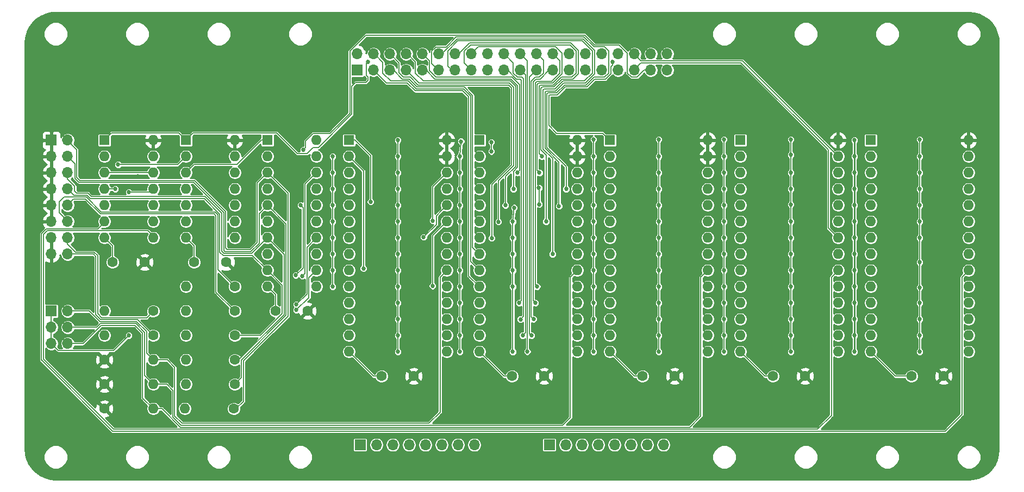
<source format=gbl>
%TF.GenerationSoftware,KiCad,Pcbnew,(5.0.0)*%
%TF.CreationDate,2018-10-23T17:24:24+02:00*%
%TF.ProjectId,S80 Memory,533830204D656D6F72792E6B69636164,1.0*%
%TF.SameCoordinates,Original*%
%TF.FileFunction,Copper,L2,Bot,Signal*%
%TF.FilePolarity,Positive*%
%FSLAX46Y46*%
G04 Gerber Fmt 4.6, Leading zero omitted, Abs format (unit mm)*
G04 Created by KiCad (PCBNEW (5.0.0)) date 10/23/18 17:24:24*
%MOMM*%
%LPD*%
G01*
G04 APERTURE LIST*
%ADD10O,1.700000X1.700000*%
%ADD11R,1.700000X1.700000*%
%ADD12C,1.600000*%
%ADD13O,1.600000X1.600000*%
%ADD14R,1.600000X1.600000*%
%ADD15C,0.685800*%
%ADD16C,0.152400*%
%ADD17C,0.254000*%
G04 APERTURE END LIST*
D10*
X80645000Y-105410000D03*
X78105000Y-105410000D03*
X80645000Y-102870000D03*
X78105000Y-102870000D03*
X80645000Y-100330000D03*
X78105000Y-100330000D03*
X80645000Y-97790000D03*
X78105000Y-97790000D03*
X80645000Y-95250000D03*
X78105000Y-95250000D03*
X80645000Y-92710000D03*
X78105000Y-92710000D03*
X80645000Y-90170000D03*
X78105000Y-90170000D03*
X80645000Y-87630000D03*
D11*
X78105000Y-87630000D03*
D10*
X174015400Y-74168000D03*
X174015400Y-76708000D03*
X171475400Y-74168000D03*
X171475400Y-76708000D03*
X168935400Y-74168000D03*
X168935400Y-76708000D03*
X166395400Y-74168000D03*
X166395400Y-76708000D03*
X163855400Y-74168000D03*
X163855400Y-76708000D03*
X161315400Y-74168000D03*
X161315400Y-76708000D03*
X158775400Y-74168000D03*
X158775400Y-76708000D03*
X156235400Y-74168000D03*
X156235400Y-76708000D03*
X153695400Y-74168000D03*
X153695400Y-76708000D03*
X151155400Y-74168000D03*
X151155400Y-76708000D03*
X148615400Y-74168000D03*
X148615400Y-76708000D03*
X146075400Y-74168000D03*
X146075400Y-76708000D03*
X143535400Y-74168000D03*
X143535400Y-76708000D03*
X140995400Y-74168000D03*
X140995400Y-76708000D03*
X138455400Y-74168000D03*
X138455400Y-76708000D03*
X135915400Y-74168000D03*
X135915400Y-76708000D03*
X133375400Y-74168000D03*
X133375400Y-76708000D03*
X130835400Y-74168000D03*
X130835400Y-76708000D03*
X128295400Y-74168000D03*
X128295400Y-76708000D03*
X125755400Y-74168000D03*
D11*
X125755400Y-76708000D03*
D10*
X144018000Y-135178800D03*
X141478000Y-135178800D03*
X138938000Y-135178800D03*
X136398000Y-135178800D03*
X133858000Y-135178800D03*
X131318000Y-135178800D03*
X128778000Y-135178800D03*
D11*
X126238000Y-135178800D03*
X155702000Y-135178800D03*
D10*
X158242000Y-135178800D03*
X160782000Y-135178800D03*
X163322000Y-135178800D03*
X165862000Y-135178800D03*
X168402000Y-135178800D03*
X170942000Y-135178800D03*
X173482000Y-135178800D03*
D12*
X92630000Y-106680000D03*
X87630000Y-106680000D03*
X129540000Y-124460000D03*
X134540000Y-124460000D03*
X105330000Y-106680000D03*
X100330000Y-106680000D03*
X149860000Y-124460000D03*
X154860000Y-124460000D03*
X175180000Y-124460000D03*
X170180000Y-124460000D03*
X190500000Y-124460000D03*
X195500000Y-124460000D03*
X217090000Y-124460000D03*
X212090000Y-124460000D03*
X113030000Y-114300000D03*
X118030000Y-114300000D03*
D13*
X98904999Y-129540000D03*
D12*
X106524999Y-129540000D03*
X106680000Y-125730000D03*
D13*
X99060000Y-125730000D03*
X99060000Y-121920000D03*
D12*
X106680000Y-121920000D03*
D13*
X99060000Y-118110000D03*
D12*
X106680000Y-118110000D03*
X106680000Y-114300000D03*
D13*
X99060000Y-114300000D03*
D12*
X106680000Y-110490000D03*
D13*
X99060000Y-110490000D03*
X86360000Y-114300000D03*
D12*
X93980000Y-114300000D03*
D13*
X86360000Y-118110000D03*
D12*
X93980000Y-118110000D03*
D13*
X93980000Y-121920000D03*
D12*
X86360000Y-121920000D03*
X86360000Y-125730000D03*
D13*
X93980000Y-125730000D03*
X93980000Y-129540000D03*
D12*
X86360000Y-129540000D03*
D14*
X86360000Y-87630000D03*
D13*
X93980000Y-102870000D03*
X86360000Y-90170000D03*
X93980000Y-100330000D03*
X86360000Y-92710000D03*
X93980000Y-97790000D03*
X86360000Y-95250000D03*
X93980000Y-95250000D03*
X86360000Y-97790000D03*
X93980000Y-92710000D03*
X86360000Y-100330000D03*
X93980000Y-90170000D03*
X86360000Y-102870000D03*
X93980000Y-87630000D03*
X139700000Y-87630000D03*
X124460000Y-120650000D03*
X139700000Y-90170000D03*
X124460000Y-118110000D03*
X139700000Y-92710000D03*
X124460000Y-115570000D03*
X139700000Y-95250000D03*
X124460000Y-113030000D03*
X139700000Y-97790000D03*
X124460000Y-110490000D03*
X139700000Y-100330000D03*
X124460000Y-107950000D03*
X139700000Y-102870000D03*
X124460000Y-105410000D03*
X139700000Y-105410000D03*
X124460000Y-102870000D03*
X139700000Y-107950000D03*
X124460000Y-100330000D03*
X139700000Y-110490000D03*
X124460000Y-97790000D03*
X139700000Y-113030000D03*
X124460000Y-95250000D03*
X139700000Y-115570000D03*
X124460000Y-92710000D03*
X139700000Y-118110000D03*
X124460000Y-90170000D03*
X139700000Y-120650000D03*
D14*
X124460000Y-87630000D03*
X99060000Y-87630000D03*
D13*
X106680000Y-102870000D03*
X99060000Y-90170000D03*
X106680000Y-100330000D03*
X99060000Y-92710000D03*
X106680000Y-97790000D03*
X99060000Y-95250000D03*
X106680000Y-95250000D03*
X99060000Y-97790000D03*
X106680000Y-92710000D03*
X99060000Y-100330000D03*
X106680000Y-90170000D03*
X99060000Y-102870000D03*
X106680000Y-87630000D03*
D14*
X144780000Y-87630000D03*
D13*
X160020000Y-120650000D03*
X144780000Y-90170000D03*
X160020000Y-118110000D03*
X144780000Y-92710000D03*
X160020000Y-115570000D03*
X144780000Y-95250000D03*
X160020000Y-113030000D03*
X144780000Y-97790000D03*
X160020000Y-110490000D03*
X144780000Y-100330000D03*
X160020000Y-107950000D03*
X144780000Y-102870000D03*
X160020000Y-105410000D03*
X144780000Y-105410000D03*
X160020000Y-102870000D03*
X144780000Y-107950000D03*
X160020000Y-100330000D03*
X144780000Y-110490000D03*
X160020000Y-97790000D03*
X144780000Y-113030000D03*
X160020000Y-95250000D03*
X144780000Y-115570000D03*
X160020000Y-92710000D03*
X144780000Y-118110000D03*
X160020000Y-90170000D03*
X144780000Y-120650000D03*
X160020000Y-87630000D03*
X180340000Y-87630000D03*
X165100000Y-120650000D03*
X180340000Y-90170000D03*
X165100000Y-118110000D03*
X180340000Y-92710000D03*
X165100000Y-115570000D03*
X180340000Y-95250000D03*
X165100000Y-113030000D03*
X180340000Y-97790000D03*
X165100000Y-110490000D03*
X180340000Y-100330000D03*
X165100000Y-107950000D03*
X180340000Y-102870000D03*
X165100000Y-105410000D03*
X180340000Y-105410000D03*
X165100000Y-102870000D03*
X180340000Y-107950000D03*
X165100000Y-100330000D03*
X180340000Y-110490000D03*
X165100000Y-97790000D03*
X180340000Y-113030000D03*
X165100000Y-95250000D03*
X180340000Y-115570000D03*
X165100000Y-92710000D03*
X180340000Y-118110000D03*
X165100000Y-90170000D03*
X180340000Y-120650000D03*
D14*
X165100000Y-87630000D03*
X185420000Y-87630000D03*
D13*
X200660000Y-120650000D03*
X185420000Y-90170000D03*
X200660000Y-118110000D03*
X185420000Y-92710000D03*
X200660000Y-115570000D03*
X185420000Y-95250000D03*
X200660000Y-113030000D03*
X185420000Y-97790000D03*
X200660000Y-110490000D03*
X185420000Y-100330000D03*
X200660000Y-107950000D03*
X185420000Y-102870000D03*
X200660000Y-105410000D03*
X185420000Y-105410000D03*
X200660000Y-102870000D03*
X185420000Y-107950000D03*
X200660000Y-100330000D03*
X185420000Y-110490000D03*
X200660000Y-97790000D03*
X185420000Y-113030000D03*
X200660000Y-95250000D03*
X185420000Y-115570000D03*
X200660000Y-92710000D03*
X185420000Y-118110000D03*
X200660000Y-90170000D03*
X185420000Y-120650000D03*
X200660000Y-87630000D03*
D14*
X205740000Y-87630000D03*
D13*
X220980000Y-120650000D03*
X205740000Y-90170000D03*
X220980000Y-118110000D03*
X205740000Y-92710000D03*
X220980000Y-115570000D03*
X205740000Y-95250000D03*
X220980000Y-113030000D03*
X205740000Y-97790000D03*
X220980000Y-110490000D03*
X205740000Y-100330000D03*
X220980000Y-107950000D03*
X205740000Y-102870000D03*
X220980000Y-105410000D03*
X205740000Y-105410000D03*
X220980000Y-102870000D03*
X205740000Y-107950000D03*
X220980000Y-100330000D03*
X205740000Y-110490000D03*
X220980000Y-97790000D03*
X205740000Y-113030000D03*
X220980000Y-95250000D03*
X205740000Y-115570000D03*
X220980000Y-92710000D03*
X205740000Y-118110000D03*
X220980000Y-90170000D03*
X205740000Y-120650000D03*
X220980000Y-87630000D03*
D14*
X111760000Y-87630000D03*
D13*
X119380000Y-110490000D03*
X111760000Y-90170000D03*
X119380000Y-107950000D03*
X111760000Y-92710000D03*
X119380000Y-105410000D03*
X111760000Y-95250000D03*
X119380000Y-102870000D03*
X111760000Y-97790000D03*
X119380000Y-100330000D03*
X111760000Y-100330000D03*
X119380000Y-97790000D03*
X111760000Y-102870000D03*
X119380000Y-95250000D03*
X111760000Y-105410000D03*
X119380000Y-92710000D03*
X111760000Y-107950000D03*
X119380000Y-90170000D03*
X111760000Y-110490000D03*
X119380000Y-87630000D03*
D11*
X78105000Y-114300000D03*
D10*
X80645000Y-114300000D03*
X78105000Y-116840000D03*
X80645000Y-116840000D03*
X78105000Y-119380000D03*
X80645000Y-119380000D03*
D15*
X127010160Y-73253600D03*
X126837440Y-78036420D03*
X95631000Y-121158000D03*
X95631000Y-131191000D03*
X95631000Y-123825000D03*
X95631000Y-127508000D03*
X83566000Y-92837000D03*
X83566000Y-102870000D03*
X83566000Y-95250000D03*
X83566000Y-100330000D03*
X115824000Y-97790000D03*
X115824000Y-102870000D03*
X115824000Y-106680000D03*
X113538000Y-106680000D03*
X113538000Y-102870000D03*
X113538000Y-97790000D03*
X100838000Y-100330000D03*
X97536000Y-100330000D03*
X100838000Y-98018600D03*
X97536000Y-98018600D03*
X100838000Y-95758000D03*
X91567000Y-100330000D03*
X95885000Y-93091000D03*
X95885000Y-95123000D03*
X123825000Y-74168000D03*
X91580000Y-97740000D03*
X91580000Y-95100000D03*
X91580000Y-93310000D03*
X91580000Y-92070000D03*
X193294000Y-89916000D03*
X193294000Y-118110000D03*
X193294000Y-115570000D03*
X193294000Y-110490000D03*
X193294000Y-107950000D03*
X193294000Y-105410000D03*
X193294000Y-102870000D03*
X193294000Y-100330000D03*
X193294000Y-97663000D03*
X193294000Y-95250000D03*
X193294000Y-92710000D03*
X193294000Y-113030000D03*
X193294000Y-87503000D03*
X193294000Y-120650000D03*
X172720000Y-120650000D03*
X172720000Y-87503000D03*
X172720000Y-90170000D03*
X172720000Y-92710000D03*
X172720000Y-95250000D03*
X172720000Y-97790000D03*
X172720000Y-100330000D03*
X172720000Y-102870000D03*
X172720000Y-105410000D03*
X172720000Y-107950000D03*
X172720000Y-110490000D03*
X172720000Y-113030000D03*
X172720000Y-115570000D03*
X172720000Y-118110000D03*
X132080000Y-87630000D03*
X132080000Y-120650000D03*
X132080000Y-118110000D03*
X132080000Y-115570000D03*
X132080000Y-113030000D03*
X132080000Y-110490000D03*
X132080000Y-107950000D03*
X132080000Y-105410000D03*
X132080000Y-102870000D03*
X132080000Y-100330000D03*
X132080000Y-97790000D03*
X132080000Y-95250000D03*
X132080000Y-92710000D03*
X132080000Y-90170000D03*
X203200000Y-87630000D03*
X203200000Y-120650000D03*
X203200000Y-118110000D03*
X203200000Y-115570000D03*
X203200000Y-113030000D03*
X203200000Y-110490000D03*
X203200000Y-107950000D03*
X203200000Y-105410000D03*
X203200000Y-102870000D03*
X203200000Y-100330000D03*
X203200000Y-97790000D03*
X203200000Y-95250000D03*
X203200000Y-92710000D03*
X203200000Y-90170000D03*
X182880000Y-87503000D03*
X182880000Y-120650000D03*
X182880000Y-118110000D03*
X182880000Y-115570000D03*
X182880000Y-113030000D03*
X182880000Y-110490000D03*
X182880000Y-107950000D03*
X182880000Y-105410000D03*
X182880000Y-102870000D03*
X182880000Y-100330000D03*
X182880000Y-97790000D03*
X182880000Y-95250000D03*
X182880000Y-92710000D03*
X182880000Y-90170000D03*
X162560000Y-87503000D03*
X162560000Y-120650000D03*
X141732000Y-120650000D03*
X141732000Y-118110000D03*
X141732000Y-115570000D03*
X141732000Y-113030000D03*
X141732000Y-110490000D03*
X141732000Y-107950000D03*
X141732000Y-102870000D03*
X141732000Y-100330000D03*
X141732000Y-97790000D03*
X141732000Y-95250000D03*
X141732000Y-92710000D03*
X141732000Y-90170000D03*
X162560000Y-118110000D03*
X162560000Y-115570000D03*
X162560000Y-113030000D03*
X162560000Y-110490000D03*
X162560000Y-107950000D03*
X162560000Y-105410000D03*
X162560000Y-102870000D03*
X162560000Y-100330000D03*
X162560000Y-97790000D03*
X162560000Y-95250000D03*
X162560000Y-92710000D03*
X162560000Y-90170000D03*
X121920000Y-110490000D03*
X121920000Y-90170000D03*
X121920000Y-92710000D03*
X121920000Y-95250000D03*
X121920000Y-97790000D03*
X121920000Y-100330000D03*
X121920000Y-102870000D03*
X121920000Y-105410000D03*
X121920000Y-107950000D03*
X141732000Y-105410000D03*
X149987000Y-120650000D03*
X149987000Y-100330000D03*
X149987000Y-102870000D03*
X149987000Y-105410000D03*
X149987000Y-107950000D03*
X149987000Y-110490000D03*
X213360000Y-120650000D03*
X213360000Y-87503000D03*
X213360000Y-118110000D03*
X213360000Y-115570000D03*
X213360000Y-113030000D03*
X213360000Y-110617000D03*
X213360000Y-106680000D03*
X213360000Y-102870000D03*
X213360000Y-100330000D03*
X213360000Y-97790000D03*
X213360000Y-95250000D03*
X213360000Y-92710000D03*
X213360000Y-90170000D03*
X150210000Y-98160000D03*
X141930000Y-87820000D03*
X146650000Y-87960000D03*
X146660000Y-89390000D03*
X154060000Y-95090000D03*
X154100000Y-97640000D03*
X146697700Y-102908100D03*
X147751800Y-100355400D03*
X148833840Y-97792540D03*
X150093680Y-95255080D03*
X150680420Y-92715080D03*
X158295340Y-95247460D03*
X157192980Y-97932240D03*
X136108440Y-102758240D03*
X156189680Y-105417620D03*
X155178760Y-100332540D03*
X137490200Y-110393480D03*
X154525980Y-90172540D03*
X126730760Y-107645200D03*
X154134820Y-92710000D03*
X137497820Y-100172520D03*
X165526720Y-75443080D03*
X127843280Y-97238820D03*
X127434340Y-75432920D03*
X150987760Y-113035080D03*
X151193500Y-115582700D03*
X151523700Y-118102380D03*
X152260300Y-120637300D03*
X152892760Y-118120160D03*
X153240740Y-115559840D03*
X153520140Y-113027460D03*
X153786840Y-110484920D03*
X117368320Y-89138760D03*
X117203220Y-108816140D03*
X116928900Y-97795080D03*
X116192300Y-108706920D03*
X116283740Y-113278920D03*
X116293900Y-114139980D03*
X90185240Y-118107460D03*
X90185240Y-95758000D03*
X88519000Y-91440000D03*
X88050000Y-95250000D03*
D16*
X111266271Y-98818601D02*
X111214368Y-98766698D01*
X112253729Y-98818601D02*
X111266271Y-98818601D01*
X113538000Y-100102872D02*
X112253729Y-98818601D01*
X113538000Y-102870000D02*
X113538000Y-100102872D01*
X113030000Y-111760000D02*
X111760000Y-110490000D01*
X113030000Y-114300000D02*
X113030000Y-111760000D01*
X193294000Y-89916000D02*
X193294000Y-92710000D01*
X193294000Y-115570000D02*
X193294000Y-118110000D01*
X193294000Y-110490000D02*
X193294000Y-113030000D01*
X193294000Y-107950000D02*
X193294000Y-110490000D01*
X193294000Y-105410000D02*
X193294000Y-107950000D01*
X193294000Y-102870000D02*
X193294000Y-105410000D01*
X193294000Y-100330000D02*
X193294000Y-102870000D01*
X193294000Y-97663000D02*
X193294000Y-100330000D01*
X193294000Y-95250000D02*
X193294000Y-97663000D01*
X193294000Y-92710000D02*
X193294000Y-95250000D01*
X193294000Y-113030000D02*
X193294000Y-115570000D01*
X193294000Y-89916000D02*
X193294000Y-87503000D01*
X193294000Y-118110000D02*
X193294000Y-120650000D01*
X172720000Y-120650000D02*
X172720000Y-118110000D01*
X172720000Y-92710000D02*
X172720000Y-90170000D01*
X172720000Y-95250000D02*
X172720000Y-92710000D01*
X172720000Y-97790000D02*
X172720000Y-95250000D01*
X172720000Y-100330000D02*
X172720000Y-97790000D01*
X172720000Y-102870000D02*
X172720000Y-100330000D01*
X172720000Y-105410000D02*
X172720000Y-102870000D01*
X172720000Y-107950000D02*
X172720000Y-105410000D01*
X172720000Y-110490000D02*
X172720000Y-107950000D01*
X172720000Y-113030000D02*
X172720000Y-110490000D01*
X172720000Y-115570000D02*
X172720000Y-113030000D01*
X172720000Y-118110000D02*
X172720000Y-115570000D01*
X132080000Y-87630000D02*
X132080000Y-90170000D01*
X132080000Y-118110000D02*
X132080000Y-120650000D01*
X132080000Y-115570000D02*
X132080000Y-118110000D01*
X132080000Y-113030000D02*
X132080000Y-115570000D01*
X132080000Y-110490000D02*
X132080000Y-113030000D01*
X132080000Y-107950000D02*
X132080000Y-110490000D01*
X132080000Y-105410000D02*
X132080000Y-107950000D01*
X132080000Y-102870000D02*
X132080000Y-105410000D01*
X132080000Y-100330000D02*
X132080000Y-102870000D01*
X132080000Y-97790000D02*
X132080000Y-100330000D01*
X132080000Y-95250000D02*
X132080000Y-97790000D01*
X132080000Y-92710000D02*
X132080000Y-95250000D01*
X132080000Y-90170000D02*
X132080000Y-92710000D01*
D17*
X203200000Y-87630000D02*
X203200000Y-90170000D01*
X203200000Y-118110000D02*
X203200000Y-120650000D01*
X203200000Y-115570000D02*
X203200000Y-118110000D01*
X203200000Y-113030000D02*
X203200000Y-115570000D01*
X203200000Y-110490000D02*
X203200000Y-113030000D01*
X203200000Y-107950000D02*
X203200000Y-110490000D01*
X203200000Y-105410000D02*
X203200000Y-107950000D01*
X203200000Y-102870000D02*
X203200000Y-105410000D01*
X203200000Y-100330000D02*
X203200000Y-102870000D01*
X203200000Y-97790000D02*
X203200000Y-100330000D01*
X203200000Y-95250000D02*
X203200000Y-97790000D01*
X203200000Y-92710000D02*
X203200000Y-95250000D01*
X203200000Y-90170000D02*
X203200000Y-92710000D01*
D16*
X172720000Y-89685067D02*
X172720000Y-87503000D01*
X172720000Y-90170000D02*
X172720000Y-89685067D01*
X182880000Y-87503000D02*
X182880000Y-90170000D01*
X182880000Y-118110000D02*
X182880000Y-120650000D01*
X182880000Y-115570000D02*
X182880000Y-118110000D01*
X182880000Y-113030000D02*
X182880000Y-115570000D01*
X182880000Y-110490000D02*
X182880000Y-113030000D01*
X182880000Y-107950000D02*
X182880000Y-110490000D01*
X182880000Y-105410000D02*
X182880000Y-107950000D01*
X182880000Y-102870000D02*
X182880000Y-105410000D01*
X182880000Y-100330000D02*
X182880000Y-102870000D01*
X182880000Y-97790000D02*
X182880000Y-100330000D01*
X182880000Y-95250000D02*
X182880000Y-97790000D01*
X182880000Y-92710000D02*
X182880000Y-95250000D01*
X182880000Y-90170000D02*
X182880000Y-92710000D01*
X162560000Y-87503000D02*
X162560000Y-90170000D01*
X141732000Y-118110000D02*
X141732000Y-120650000D01*
X141732000Y-115570000D02*
X141732000Y-118110000D01*
X141732000Y-113030000D02*
X141732000Y-115570000D01*
X141732000Y-110490000D02*
X141732000Y-113030000D01*
X141732000Y-107950000D02*
X141732000Y-110490000D01*
X141732000Y-102870000D02*
X141732000Y-105410000D01*
X141732000Y-100330000D02*
X141732000Y-102870000D01*
X141732000Y-97790000D02*
X141732000Y-100330000D01*
X141732000Y-95250000D02*
X141732000Y-97790000D01*
X141732000Y-92710000D02*
X141732000Y-95250000D01*
X141732000Y-90170000D02*
X141732000Y-92710000D01*
X162560000Y-118110000D02*
X162560000Y-120650000D01*
X162560000Y-115570000D02*
X162560000Y-118110000D01*
X162560000Y-113030000D02*
X162560000Y-115570000D01*
X162560000Y-110490000D02*
X162560000Y-113030000D01*
X162560000Y-107950000D02*
X162560000Y-110490000D01*
X162560000Y-105410000D02*
X162560000Y-107950000D01*
X162560000Y-102870000D02*
X162560000Y-105410000D01*
X162560000Y-100330000D02*
X162560000Y-102870000D01*
X162560000Y-97790000D02*
X162560000Y-100330000D01*
X162560000Y-95250000D02*
X162560000Y-97790000D01*
X162560000Y-92710000D02*
X162560000Y-95250000D01*
X162560000Y-90170000D02*
X162560000Y-92710000D01*
X121920000Y-110490000D02*
X121920000Y-107950000D01*
X121920000Y-92710000D02*
X121920000Y-90170000D01*
X121920000Y-95250000D02*
X121920000Y-92710000D01*
X121920000Y-97790000D02*
X121920000Y-95250000D01*
X121920000Y-100330000D02*
X121920000Y-97790000D01*
X121920000Y-102870000D02*
X121920000Y-100330000D01*
X121920000Y-105410000D02*
X121920000Y-102870000D01*
X121920000Y-107950000D02*
X121920000Y-105410000D01*
X141732000Y-105410000D02*
X141732000Y-107950000D01*
X149987000Y-120650000D02*
X149987000Y-118618000D01*
X149987000Y-102870000D02*
X149987000Y-100330000D01*
X149987000Y-105410000D02*
X149987000Y-102870000D01*
X149987000Y-107950000D02*
X149987000Y-105410000D01*
X149987000Y-110490000D02*
X149987000Y-107950000D01*
X149987000Y-112522000D02*
X149987000Y-112522000D01*
X149987000Y-113538000D02*
X149987000Y-113538000D01*
X149987000Y-115062000D02*
X149987000Y-115062000D01*
X149987000Y-116078000D02*
X149987000Y-116078000D01*
X149987000Y-117602000D02*
X149987000Y-117602000D01*
X149987000Y-118618000D02*
X149987000Y-117602000D01*
X209550000Y-124460000D02*
X205740000Y-120650000D01*
X212090000Y-124460000D02*
X209550000Y-124460000D01*
X189230000Y-124460000D02*
X185420000Y-120650000D01*
X190500000Y-124460000D02*
X189230000Y-124460000D01*
X168910000Y-124460000D02*
X165100000Y-120650000D01*
X170180000Y-124460000D02*
X168910000Y-124460000D01*
X148590000Y-124460000D02*
X144780000Y-120650000D01*
X149860000Y-124460000D02*
X148590000Y-124460000D01*
X128270000Y-124460000D02*
X124460000Y-120650000D01*
X129540000Y-124460000D02*
X128270000Y-124460000D01*
X100330000Y-104140000D02*
X99060000Y-102870000D01*
X100330000Y-106680000D02*
X100330000Y-104140000D01*
X87630000Y-104140000D02*
X86360000Y-102870000D01*
X87630000Y-106680000D02*
X87630000Y-104140000D01*
X213360000Y-120650000D02*
X213360000Y-118110000D01*
X213360000Y-118110000D02*
X213360000Y-115570000D01*
X213360000Y-115570000D02*
X213360000Y-113030000D01*
X213360000Y-113030000D02*
X213360000Y-110617000D01*
X213360000Y-110617000D02*
X213360000Y-106680000D01*
X213360000Y-106680000D02*
X213360000Y-102870000D01*
X213360000Y-102870000D02*
X213360000Y-100330000D01*
X213360000Y-100330000D02*
X213360000Y-97790000D01*
X213360000Y-97790000D02*
X213360000Y-95250000D01*
X213360000Y-95250000D02*
X213360000Y-92710000D01*
X213360000Y-92710000D02*
X213360000Y-90170000D01*
X213360000Y-90170000D02*
X213360000Y-87503000D01*
X149987000Y-113538000D02*
X149987000Y-112522000D01*
X149987000Y-112522000D02*
X149987000Y-110490000D01*
X149987000Y-115062000D02*
X149987000Y-113538000D01*
X149987000Y-116078000D02*
X149987000Y-115062000D01*
X149987000Y-117602000D02*
X149987000Y-116078000D01*
X149987000Y-118618000D02*
X149987000Y-118618000D01*
X149987000Y-100330000D02*
X150210000Y-98160000D01*
X141930000Y-87820000D02*
X141732000Y-90170000D01*
X146650000Y-87960000D02*
X146650000Y-89380000D01*
X146650000Y-89380000D02*
X146660000Y-89390000D01*
X154100000Y-95130000D02*
X154060000Y-95090000D01*
X154100000Y-97640000D02*
X154100000Y-95130000D01*
X130294386Y-78706986D02*
X128295400Y-76708000D01*
X144780000Y-110490000D02*
X143118836Y-108828836D01*
X143118836Y-80867028D02*
X142185622Y-79933814D01*
X143118836Y-108828836D02*
X143118836Y-80867028D01*
X142185622Y-79933814D02*
X134763814Y-79933814D01*
X134763814Y-79933814D02*
X133536986Y-78706986D01*
X133536986Y-78706986D02*
X130294386Y-78706986D01*
X128460500Y-74168000D02*
X128295400Y-74168000D01*
X129745740Y-75453240D02*
X128460500Y-74168000D01*
X129745740Y-77152500D02*
X129745740Y-75453240D01*
X130995424Y-78402184D02*
X129745740Y-77152500D01*
X143423638Y-106593638D02*
X143423638Y-80740774D01*
X144780000Y-107950000D02*
X143423638Y-106593638D01*
X143423638Y-80740774D02*
X142311876Y-79629012D01*
X142311876Y-79629012D02*
X134929012Y-79629012D01*
X134929012Y-79629012D02*
X133702184Y-78402184D01*
X133702184Y-78402184D02*
X130995424Y-78402184D01*
X131415264Y-76708000D02*
X130835400Y-76708000D01*
X132804646Y-78097382D02*
X131415264Y-76708000D01*
X143728440Y-104358440D02*
X143728440Y-80614520D01*
X144780000Y-105410000D02*
X143728440Y-104358440D01*
X143728440Y-80614520D02*
X142438130Y-79324210D01*
X142438130Y-79324210D02*
X135074210Y-79324210D01*
X135074210Y-79324210D02*
X133847382Y-78097382D01*
X133847382Y-78097382D02*
X132804646Y-78097382D01*
X130873500Y-74168000D02*
X130835400Y-74168000D01*
X132270500Y-75565000D02*
X130873500Y-74168000D01*
X132270500Y-77132180D02*
X132270500Y-75565000D01*
X132930900Y-77792580D02*
X132270500Y-77132180D01*
X134012580Y-77792580D02*
X132930900Y-77792580D01*
X146697700Y-94579132D02*
X149821884Y-91454948D01*
X146697700Y-102908100D02*
X146697700Y-94579132D01*
X149821884Y-91454948D02*
X149821884Y-79487360D01*
X149821884Y-79487360D02*
X149353932Y-79019408D01*
X149353932Y-79019408D02*
X135239408Y-79019408D01*
X135239408Y-79019408D02*
X134012580Y-77792580D01*
X135382006Y-78714606D02*
X133375400Y-76708000D01*
X149480186Y-78714606D02*
X135382006Y-78714606D01*
X150126686Y-79361106D02*
X149480186Y-78714606D01*
X150126686Y-91581202D02*
X150126686Y-79361106D01*
X147751800Y-100355400D02*
X147751800Y-93956088D01*
X147751800Y-93956088D02*
X150126686Y-91581202D01*
X133375400Y-74168000D02*
X133581140Y-74168000D01*
X148836380Y-93302564D02*
X150431488Y-91707456D01*
X148836380Y-97790000D02*
X148836380Y-93302564D01*
X148833840Y-97792540D02*
X148836380Y-97790000D01*
X133581140Y-74168000D02*
X134820660Y-75407520D01*
X134820660Y-75407520D02*
X134820660Y-77142340D01*
X134820660Y-77142340D02*
X136088124Y-78409804D01*
X136088124Y-78409804D02*
X149606440Y-78409804D01*
X149606440Y-78409804D02*
X150431488Y-79234852D01*
X150431488Y-79234852D02*
X150431488Y-91707456D01*
X135915400Y-76708000D02*
X136487644Y-76708000D01*
X150098760Y-95250000D02*
X150093680Y-95255080D01*
X150098760Y-92471240D02*
X150098760Y-95250000D01*
X150736290Y-91833710D02*
X150098760Y-92471240D01*
X150736290Y-79108598D02*
X150736290Y-91833710D01*
X149732694Y-78105002D02*
X150736290Y-79108598D01*
X137884646Y-78105002D02*
X149732694Y-78105002D01*
X136487644Y-76708000D02*
X137884646Y-78105002D01*
X135915400Y-74168000D02*
X135917938Y-74168000D01*
X151041092Y-92354408D02*
X150680420Y-92715080D01*
X151041092Y-78982344D02*
X151041092Y-92354408D01*
X149858948Y-77800200D02*
X151041092Y-78982344D01*
X138010900Y-77800200D02*
X149858948Y-77800200D01*
X136999980Y-76789280D02*
X138010900Y-77800200D01*
X136999980Y-75250042D02*
X136999980Y-76789280D01*
X135917938Y-74168000D02*
X136999980Y-75250042D01*
X138455400Y-76708000D02*
X138432540Y-76708000D01*
X158295340Y-91757192D02*
X158295340Y-95247460D01*
X155308320Y-88770172D02*
X158295340Y-91757192D01*
X155308320Y-80436720D02*
X155308320Y-88770172D01*
X155488650Y-80256390D02*
X155308320Y-80436720D01*
X155488650Y-80253850D02*
X155488650Y-80256390D01*
X139622748Y-73080880D02*
X141169618Y-71534010D01*
X138010900Y-73080880D02*
X139622748Y-73080880D01*
X137363200Y-73728580D02*
X138010900Y-73080880D01*
X137363200Y-75638660D02*
X137363200Y-73728580D01*
X138432540Y-76708000D02*
X137363200Y-75638660D01*
X141169618Y-71534010D02*
X161085302Y-71534010D01*
X161085302Y-71534010D02*
X162619472Y-73068180D01*
X162619472Y-73068180D02*
X164299900Y-73068180D01*
X164299900Y-73068180D02*
X164955220Y-73723500D01*
X164955220Y-73723500D02*
X164955220Y-77144880D01*
X164955220Y-77144880D02*
X164304980Y-77795120D01*
X164304980Y-77795120D02*
X162627092Y-77795120D01*
X162627092Y-77795120D02*
X161410424Y-79011788D01*
X161410424Y-79011788D02*
X158052108Y-79011788D01*
X158052108Y-79011788D02*
X156810046Y-80253850D01*
X156810046Y-80253850D02*
X155488650Y-80253850D01*
X138455400Y-74168000D02*
X138966684Y-74168000D01*
X157192980Y-91085888D02*
X157192980Y-97932240D01*
X155003518Y-88896426D02*
X157192980Y-91085888D01*
X155003518Y-80142080D02*
X155003518Y-88896426D01*
X155194010Y-79951588D02*
X155003518Y-80142080D01*
X155194010Y-79949048D02*
X155194010Y-79951588D01*
X156683792Y-79949048D02*
X155194010Y-79949048D01*
X157925854Y-78706986D02*
X156683792Y-79949048D01*
X161284170Y-78706986D02*
X157925854Y-78706986D01*
X162707322Y-77283834D02*
X161284170Y-78706986D01*
X162707322Y-73587086D02*
X162707322Y-77283834D01*
X160959048Y-71838812D02*
X162707322Y-73587086D01*
X141295872Y-71838812D02*
X160959048Y-71838812D01*
X138966684Y-74168000D02*
X141295872Y-71838812D01*
X138900001Y-98589999D02*
X139700000Y-97790000D01*
X138069321Y-99420679D02*
X138900001Y-98589999D01*
X138069321Y-100797359D02*
X138069321Y-99420679D01*
X136108440Y-102758240D02*
X138069321Y-100797359D01*
X140995400Y-76708000D02*
X140528040Y-76708000D01*
X154698716Y-79849980D02*
X154698716Y-89022680D01*
X154904450Y-79644246D02*
X154698716Y-79849980D01*
X156557538Y-79644246D02*
X154904450Y-79644246D01*
X157799600Y-78402184D02*
X156557538Y-79644246D01*
X161157916Y-78402184D02*
X157799600Y-78402184D01*
X162402520Y-77157580D02*
X161157916Y-78402184D01*
X162402520Y-73713340D02*
X162402520Y-77157580D01*
X160832794Y-72143614D02*
X162402520Y-73713340D01*
X141422126Y-72143614D02*
X160832794Y-72143614D01*
X139875260Y-73690480D02*
X141422126Y-72143614D01*
X139875260Y-76055220D02*
X139875260Y-73690480D01*
X140528040Y-76708000D02*
X139875260Y-76055220D01*
X154698716Y-89022680D02*
X156189680Y-90513644D01*
X156189680Y-90513644D02*
X156189680Y-105417620D01*
X140995400Y-74168000D02*
X141552404Y-74168000D01*
X155176220Y-100330000D02*
X155178760Y-100332540D01*
X155176220Y-89931240D02*
X155176220Y-100330000D01*
X154393914Y-89148934D02*
X155176220Y-89931240D01*
X154393914Y-85873078D02*
X154393914Y-89148934D01*
X141552404Y-74168000D02*
X143271988Y-72448416D01*
X143271988Y-72448416D02*
X159021032Y-72448416D01*
X159021032Y-72448416D02*
X160164782Y-73592166D01*
X160164782Y-73592166D02*
X160164782Y-77278754D01*
X160164782Y-77278754D02*
X159346154Y-78097382D01*
X159346154Y-78097382D02*
X157673346Y-78097382D01*
X157673346Y-78097382D02*
X156431284Y-79339444D01*
X156431284Y-79339444D02*
X154622510Y-79339444D01*
X154622510Y-79339444D02*
X154393914Y-79568040D01*
X154393914Y-79568040D02*
X154393914Y-85873078D01*
X137490200Y-102539800D02*
X139700000Y-100330000D01*
X137490200Y-110393480D02*
X137490200Y-102539800D01*
X143535400Y-76708000D02*
X143535400Y-76664820D01*
X154089112Y-89735672D02*
X154525980Y-90172540D01*
X154089112Y-85999332D02*
X154089112Y-89735672D01*
X143535400Y-76664820D02*
X142440660Y-75570080D01*
X142440660Y-75570080D02*
X142440660Y-73710800D01*
X142440660Y-73710800D02*
X143398242Y-72753218D01*
X143398242Y-72753218D02*
X158894778Y-72753218D01*
X158894778Y-72753218D02*
X159859980Y-73718420D01*
X159859980Y-73718420D02*
X159859980Y-77152500D01*
X159859980Y-77152500D02*
X159219900Y-77792580D01*
X159219900Y-77792580D02*
X157547092Y-77792580D01*
X157547092Y-77792580D02*
X156305030Y-79034642D01*
X156305030Y-79034642D02*
X154246590Y-79034642D01*
X154246590Y-79034642D02*
X154089112Y-79192120D01*
X154089112Y-79192120D02*
X154089112Y-85999332D01*
X126730760Y-92440760D02*
X124460000Y-90170000D01*
X126730760Y-107645200D02*
X126730760Y-92440760D01*
X143535400Y-74168000D02*
X143535400Y-74165460D01*
X153784310Y-92359490D02*
X154134820Y-92710000D01*
X153784310Y-78935580D02*
X153784310Y-92359490D01*
X153990050Y-78729840D02*
X153784310Y-78935580D01*
X156178776Y-78729840D02*
X153990050Y-78729840D01*
X157624782Y-77283834D02*
X156178776Y-78729840D01*
X157624782Y-74025762D02*
X157624782Y-77283834D01*
X156657040Y-73058020D02*
X157624782Y-74025762D01*
X144642840Y-73058020D02*
X156657040Y-73058020D01*
X143535400Y-74165460D02*
X144642840Y-73058020D01*
X137497820Y-94912180D02*
X139700000Y-92710000D01*
X137497820Y-100172520D02*
X137497820Y-94912180D01*
X165260029Y-77271137D02*
X164431236Y-78099930D01*
X165260030Y-76194703D02*
X165260029Y-77271137D01*
X165526720Y-75443080D02*
X165526720Y-75928013D01*
X165526720Y-75928013D02*
X165260030Y-76194703D01*
X164431236Y-78099930D02*
X162753348Y-78099930D01*
X162753348Y-78099930D02*
X161536680Y-79316598D01*
X161536680Y-79316598D02*
X158178364Y-79316598D01*
X158178364Y-79316598D02*
X156936302Y-80558660D01*
X155745160Y-80558660D02*
X155613130Y-80690690D01*
X156936302Y-80558660D02*
X155745160Y-80558660D01*
X155613130Y-80690690D02*
X155613130Y-85349110D01*
X155613130Y-85349110D02*
X156817060Y-86553040D01*
X156817060Y-86553040D02*
X163070640Y-86553040D01*
X163070640Y-86553040D02*
X164023040Y-86553040D01*
X165100000Y-87630000D02*
X164023040Y-86553040D01*
X125412400Y-87630000D02*
X124460000Y-87630000D01*
X127843280Y-90060880D02*
X125412400Y-87630000D01*
X127843280Y-97238820D02*
X127843280Y-90060880D01*
X99060000Y-87630000D02*
X99060000Y-87591900D01*
X87464900Y-86525100D02*
X86360000Y-87630000D01*
X97993200Y-86525100D02*
X87464900Y-86525100D01*
X99060000Y-87591900D02*
X97993200Y-86525100D01*
X127210820Y-75656440D02*
X127434340Y-75432920D01*
X127439420Y-77790040D02*
X127210820Y-77561440D01*
X127439420Y-78275180D02*
X127439420Y-77790040D01*
X127210820Y-77561440D02*
X127210820Y-75656440D01*
X127073660Y-78640940D02*
X127439420Y-78275180D01*
X124917202Y-79227680D02*
X125503942Y-78640940D01*
X124917202Y-83570334D02*
X124917202Y-79227680D01*
X99060000Y-87630000D02*
X100180140Y-86509860D01*
X100180140Y-86509860D02*
X113209860Y-86509860D01*
X113209860Y-86509860D02*
X116410261Y-89710261D01*
X125503942Y-78640940D02*
X127073660Y-78640940D01*
X119687536Y-88800000D02*
X124917202Y-83570334D01*
X116410261Y-89710261D02*
X117989739Y-89710261D01*
X117989739Y-89710261D02*
X118900000Y-88800000D01*
X118900000Y-88800000D02*
X119687536Y-88800000D01*
X148615400Y-76708000D02*
X149197804Y-76708000D01*
X151345894Y-112676946D02*
X150987760Y-113035080D01*
X151345894Y-78259940D02*
X151345894Y-112676946D01*
X151180796Y-78094842D02*
X151345894Y-78259940D01*
X150584646Y-78094842D02*
X151180796Y-78094842D01*
X149197804Y-76708000D02*
X150584646Y-78094842D01*
X148615400Y-74168000D02*
X148658580Y-74168000D01*
X151650696Y-115125504D02*
X151193500Y-115582700D01*
X151650696Y-78069440D02*
X151650696Y-115125504D01*
X151371296Y-77790040D02*
X151650696Y-78069440D01*
X150710900Y-77790040D02*
X151371296Y-77790040D01*
X150065740Y-77144880D02*
X150710900Y-77790040D01*
X150065740Y-75575160D02*
X150065740Y-77144880D01*
X148658580Y-74168000D02*
X150065740Y-75575160D01*
X151155400Y-76708000D02*
X151213818Y-76708000D01*
X151213818Y-76708000D02*
X151955498Y-77449680D01*
X151955498Y-77449680D02*
X151955498Y-117670582D01*
X151955498Y-117670582D02*
X151523700Y-118102380D01*
X151155400Y-74168000D02*
X151173180Y-74168000D01*
X152260300Y-75255120D02*
X152260300Y-120637300D01*
X151173180Y-74168000D02*
X152260300Y-75255120D01*
X160007300Y-120637300D02*
X160020000Y-120650000D01*
X153695400Y-76708000D02*
X153672542Y-76708000D01*
X152565102Y-117792502D02*
X152892760Y-118120160D01*
X152565102Y-77815440D02*
X152565102Y-117792502D01*
X153672542Y-76708000D02*
X152565102Y-77815440D01*
X153695400Y-74168000D02*
X153809700Y-74168000D01*
X152869904Y-115189004D02*
X153240740Y-115559840D01*
X152869904Y-78445360D02*
X152869904Y-115189004D01*
X153507444Y-77807820D02*
X152869904Y-78445360D01*
X154127200Y-77807820D02*
X153507444Y-77807820D01*
X154782520Y-77152500D02*
X154127200Y-77807820D01*
X154782520Y-75140820D02*
X154782520Y-77152500D01*
X153809700Y-74168000D02*
X154782520Y-75140820D01*
X156235400Y-76708000D02*
X155658076Y-76708000D01*
X153174706Y-112682026D02*
X153520140Y-113027460D01*
X153174706Y-78571614D02*
X153174706Y-112682026D01*
X153633698Y-78112622D02*
X153174706Y-78571614D01*
X154253454Y-78112622D02*
X153633698Y-78112622D01*
X155658076Y-76708000D02*
X154253454Y-78112622D01*
X156235400Y-74168000D02*
X156235400Y-74173080D01*
X153479508Y-110177588D02*
X153786840Y-110484920D01*
X153479508Y-78697868D02*
X153479508Y-110177588D01*
X153759952Y-78417424D02*
X153479508Y-78697868D01*
X156060136Y-78417424D02*
X153759952Y-78417424D01*
X157319980Y-77157580D02*
X156060136Y-78417424D01*
X157319980Y-75257660D02*
X157319980Y-77157580D01*
X156235400Y-74173080D02*
X157319980Y-75257660D01*
X168935400Y-76708000D02*
X168935400Y-76578462D01*
X199136000Y-101346000D02*
X200660000Y-102870000D01*
X199136000Y-89143840D02*
X199136000Y-101346000D01*
X185544462Y-75552302D02*
X199136000Y-89143840D01*
X169961560Y-75552302D02*
X185544462Y-75552302D01*
X168935400Y-76578462D02*
X169961560Y-75552302D01*
X168935400Y-74168000D02*
X168935400Y-74236580D01*
X185737500Y-75247500D02*
X200660000Y-90170000D01*
X169946320Y-75247500D02*
X185737500Y-75247500D01*
X168935400Y-74236580D02*
X169946320Y-75247500D01*
X171475400Y-76708000D02*
X170472100Y-76708000D01*
X124612400Y-83444080D02*
X121488200Y-86568280D01*
X124612400Y-73705720D02*
X124612400Y-83444080D01*
X127088912Y-71229208D02*
X124612400Y-73705720D01*
X161211556Y-71229208D02*
X127088912Y-71229208D01*
X162745726Y-72763378D02*
X161211556Y-71229208D01*
X166532558Y-72763378D02*
X162745726Y-72763378D01*
X167845740Y-74076560D02*
X166532558Y-72763378D01*
X167845740Y-77149960D02*
X167845740Y-74076560D01*
X168490900Y-77795120D02*
X167845740Y-77149960D01*
X169384980Y-77795120D02*
X168490900Y-77795120D01*
X170472100Y-76708000D02*
X169384980Y-77795120D01*
X118919390Y-86568280D02*
X121488200Y-86568280D01*
X117711219Y-87776451D02*
X118919390Y-86568280D01*
X117711219Y-88795861D02*
X117711219Y-87776451D01*
X117368320Y-89138760D02*
X117711219Y-88795861D01*
X80645000Y-105410000D02*
X84658944Y-105410000D01*
X91513662Y-115643662D02*
X93980000Y-118110000D01*
X85809566Y-115643662D02*
X91513662Y-115643662D01*
X84658944Y-105410000D02*
X85013798Y-105764854D01*
X85013798Y-105764854D02*
X85013798Y-114847894D01*
X85013798Y-114847894D02*
X85809566Y-115643662D01*
X117622316Y-94467684D02*
X119380000Y-92710000D01*
X117622316Y-108397044D02*
X117622316Y-94467684D01*
X117203220Y-108816140D02*
X117622316Y-108397044D01*
X93980000Y-114300000D02*
X92941140Y-115338860D01*
X84785198Y-105105198D02*
X85318600Y-105638600D01*
X81904838Y-105105198D02*
X84785198Y-105105198D01*
X80645000Y-103845360D02*
X81904838Y-105105198D01*
X80645000Y-103845360D02*
X80645000Y-102870000D01*
X85318600Y-105638600D02*
X85318600Y-114721640D01*
X85318600Y-114721640D02*
X85935820Y-115338860D01*
X85935820Y-115338860D02*
X92941140Y-115338860D01*
X117317514Y-98183694D02*
X116928900Y-97795080D01*
X117317514Y-107581706D02*
X117317514Y-98183694D01*
X116192300Y-108706920D02*
X117317514Y-107581706D01*
X80645000Y-100330000D02*
X80645000Y-100230940D01*
X104051100Y-99286060D02*
X104051100Y-101993700D01*
X103601520Y-98836480D02*
X104051100Y-99286060D01*
X85877400Y-98836480D02*
X103601520Y-98836480D01*
X80645000Y-100230940D02*
X79372460Y-98958400D01*
X79372460Y-98958400D02*
X79372460Y-97292160D01*
X79372460Y-97292160D02*
X80137000Y-96527620D01*
X80137000Y-96527620D02*
X83568540Y-96527620D01*
X83568540Y-96527620D02*
X85877400Y-98836480D01*
X104051100Y-101993700D02*
X104051100Y-107861100D01*
X104051100Y-107861100D02*
X106680000Y-110490000D01*
X117927118Y-104322882D02*
X119380000Y-102870000D01*
X117927118Y-111638082D02*
X117927118Y-104322882D01*
X116283740Y-113281460D02*
X117927118Y-111638082D01*
X116283740Y-113278920D02*
X116283740Y-113281460D01*
X80645000Y-97790000D02*
X80645000Y-97772222D01*
X103746298Y-111366298D02*
X106680000Y-114300000D01*
X103746298Y-99412314D02*
X103746298Y-111366298D01*
X103475266Y-99141282D02*
X103746298Y-99412314D01*
X85751146Y-99141282D02*
X103475266Y-99141282D01*
X83442286Y-96832422D02*
X85751146Y-99141282D01*
X81584800Y-96832422D02*
X83442286Y-96832422D01*
X80645000Y-97772222D02*
X81584800Y-96832422D01*
X118231920Y-109098080D02*
X119380000Y-107950000D01*
X118231920Y-112201960D02*
X118231920Y-109098080D01*
X116293900Y-114139980D02*
X118231920Y-112201960D01*
X106680000Y-118110000D02*
X110680500Y-118110000D01*
X114061240Y-110251240D02*
X111760000Y-107950000D01*
X114061240Y-114729260D02*
X114061240Y-110251240D01*
X110680500Y-118110000D02*
X114061240Y-114729260D01*
X80645000Y-95250000D02*
X80645000Y-95262698D01*
X109433360Y-105623360D02*
X111760000Y-107950000D01*
X104886760Y-105623360D02*
X109433360Y-105623360D01*
X104355902Y-105092502D02*
X104886760Y-105623360D01*
X104355902Y-99159806D02*
X104355902Y-105092502D01*
X101911676Y-96715580D02*
X104355902Y-99159806D01*
X84187556Y-96715580D02*
X101911676Y-96715580D01*
X83694794Y-96222818D02*
X84187556Y-96715580D01*
X81605120Y-96222818D02*
X83694794Y-96222818D01*
X80645000Y-95262698D02*
X81605120Y-96222818D01*
X106680000Y-121920000D02*
X107301556Y-121920000D01*
X114366042Y-105476042D02*
X111760000Y-102870000D01*
X114366042Y-114855514D02*
X114366042Y-105476042D01*
X107301556Y-121920000D02*
X114366042Y-114855514D01*
X80645000Y-92710000D02*
X80645000Y-93677740D01*
X109311442Y-105318558D02*
X111760000Y-102870000D01*
X105013014Y-105318558D02*
X109311442Y-105318558D01*
X104660704Y-104966248D02*
X105013014Y-105318558D01*
X104660704Y-99033552D02*
X104660704Y-104966248D01*
X102037930Y-96410778D02*
X104660704Y-99033552D01*
X84313810Y-96410778D02*
X102037930Y-96410778D01*
X83821048Y-95918016D02*
X84313810Y-96410778D01*
X82064860Y-95918016D02*
X83821048Y-95918016D01*
X81744820Y-95597976D02*
X82064860Y-95918016D01*
X81744820Y-94777560D02*
X81744820Y-95597976D01*
X80645000Y-93677740D02*
X81744820Y-94777560D01*
X106680000Y-125730000D02*
X106685080Y-125730000D01*
X114670844Y-100700844D02*
X111760000Y-97790000D01*
X114670844Y-114981768D02*
X114670844Y-100700844D01*
X107718116Y-121934496D02*
X114670844Y-114981768D01*
X107718116Y-124696964D02*
X107718116Y-121934496D01*
X106685080Y-125730000D02*
X107718116Y-124696964D01*
X111760000Y-97790000D02*
X110469680Y-99080320D01*
X81762600Y-91287600D02*
X80645000Y-90170000D01*
X81762600Y-93568520D02*
X81762600Y-91287600D01*
X82407760Y-94213680D02*
X81762600Y-93568520D01*
X100271888Y-94213680D02*
X82407760Y-94213680D01*
X104965506Y-98907298D02*
X100271888Y-94213680D01*
X104965506Y-104839994D02*
X104965506Y-98907298D01*
X105139268Y-105013756D02*
X104965506Y-104839994D01*
X109185188Y-105013756D02*
X105139268Y-105013756D01*
X110469680Y-103729264D02*
X109185188Y-105013756D01*
X110469680Y-99080320D02*
X110469680Y-103729264D01*
X106524999Y-129540000D02*
X106862880Y-129540000D01*
X114975646Y-95925646D02*
X111760000Y-92710000D01*
X114975646Y-115108022D02*
X114975646Y-95925646D01*
X108022918Y-122060750D02*
X114975646Y-115108022D01*
X108022918Y-128379962D02*
X108022918Y-122060750D01*
X106862880Y-129540000D02*
X108022918Y-128379962D01*
X80645000Y-87630000D02*
X80645000Y-87693500D01*
X109058934Y-104708954D02*
X110164878Y-103603010D01*
X105519220Y-104708954D02*
X109058934Y-104708954D01*
X105270308Y-104460042D02*
X105519220Y-104708954D01*
X105270308Y-98781044D02*
X105270308Y-104460042D01*
X100398142Y-93908878D02*
X105270308Y-98781044D01*
X82534014Y-93908878D02*
X100398142Y-93908878D01*
X82067402Y-93442266D02*
X82534014Y-93908878D01*
X82067402Y-89115902D02*
X82067402Y-93442266D01*
X80645000Y-87693500D02*
X82067402Y-89115902D01*
X110164878Y-94305122D02*
X111760000Y-92710000D01*
X110164878Y-103603010D02*
X110164878Y-94305122D01*
X78105000Y-114300000D02*
X78105000Y-116840000D01*
X78105000Y-116840000D02*
X78105000Y-119380000D01*
X79192120Y-120467120D02*
X78105000Y-119380000D01*
X87825580Y-120467120D02*
X79192120Y-120467120D01*
X90185240Y-118107460D02*
X87825580Y-120467120D01*
X90185240Y-95758000D02*
X93472000Y-95758000D01*
X80645000Y-114300000D02*
X84034848Y-114300000D01*
X92933520Y-120873520D02*
X93980000Y-121920000D01*
X92933520Y-117494576D02*
X92933520Y-120873520D01*
X91387408Y-115948464D02*
X92933520Y-117494576D01*
X85683312Y-115948464D02*
X91387408Y-115948464D01*
X84034848Y-114300000D02*
X85683312Y-115948464D01*
X93980000Y-121920000D02*
X96154240Y-121920000D01*
X138661140Y-108988860D02*
X139700000Y-107950000D01*
X138661140Y-130088640D02*
X138661140Y-108988860D01*
X136913620Y-131836160D02*
X138661140Y-130088640D01*
X98470720Y-131836160D02*
X136913620Y-131836160D01*
X97332800Y-130698240D02*
X98470720Y-131836160D01*
X97332800Y-123098560D02*
X97332800Y-130698240D01*
X96154240Y-121920000D02*
X97332800Y-123098560D01*
X80645000Y-116840000D02*
X85150966Y-116840000D01*
X92628718Y-124378718D02*
X93980000Y-125730000D01*
X92628718Y-117620830D02*
X92628718Y-124378718D01*
X91261154Y-116253266D02*
X92628718Y-117620830D01*
X85737700Y-116253266D02*
X91261154Y-116253266D01*
X85150966Y-116840000D02*
X85737700Y-116253266D01*
X93980000Y-125730000D02*
X96065338Y-125730000D01*
X158968440Y-109001560D02*
X160020000Y-107950000D01*
X158968440Y-130916680D02*
X158968440Y-109001560D01*
X157744158Y-132140962D02*
X158968440Y-130916680D01*
X98344466Y-132140962D02*
X157744158Y-132140962D01*
X97027998Y-130824494D02*
X98344466Y-132140962D01*
X97027998Y-126692660D02*
X97027998Y-130824494D01*
X96065338Y-125730000D02*
X97027998Y-126692660D01*
X80645000Y-119380000D02*
X83042022Y-119380000D01*
X92323916Y-127883916D02*
X93980000Y-129540000D01*
X92323916Y-117747084D02*
X92323916Y-127883916D01*
X91134900Y-116558068D02*
X92323916Y-117747084D01*
X85863954Y-116558068D02*
X91134900Y-116558068D01*
X83042022Y-119380000D02*
X85863954Y-116558068D01*
X93980000Y-129540000D02*
X95312448Y-129540000D01*
X179285900Y-109004100D02*
X180340000Y-107950000D01*
X179285900Y-130705860D02*
X179285900Y-109004100D01*
X177545996Y-132445764D02*
X179285900Y-130705860D01*
X98218212Y-132445764D02*
X177545996Y-132445764D01*
X95312448Y-129540000D02*
X98218212Y-132445764D01*
X199618600Y-108991400D02*
X200660000Y-107950000D01*
X87830666Y-132750566D02*
X197490074Y-132750566D01*
X199618600Y-130622040D02*
X199618600Y-108991400D01*
X197490074Y-132750566D02*
X199618600Y-130622040D01*
X76868020Y-102359460D02*
X76900000Y-120700000D01*
X77449680Y-101777800D02*
X76868020Y-102359460D01*
X93154500Y-101777800D02*
X77449680Y-101777800D01*
X93980000Y-102870000D02*
X93980000Y-102603300D01*
X93980000Y-102603300D02*
X93154500Y-101777800D01*
X76900000Y-121819900D02*
X87830666Y-132750566D01*
X76900000Y-120700000D02*
X76900000Y-121819900D01*
X86360000Y-92710000D02*
X93980000Y-92710000D01*
X110807600Y-87630000D02*
X107037600Y-91400000D01*
X100370000Y-91400000D02*
X99060000Y-92710000D01*
X107037600Y-91400000D02*
X100370000Y-91400000D01*
X110807600Y-87630000D02*
X111760000Y-87630000D01*
X97790000Y-91440000D02*
X99060000Y-90170000D01*
X88519000Y-91440000D02*
X97790000Y-91440000D01*
X86360000Y-95250000D02*
X88050000Y-95250000D01*
X219948760Y-108981240D02*
X219948760Y-130459480D01*
X220980000Y-107950000D02*
X219948760Y-108981240D01*
X219948760Y-130459480D02*
X217352872Y-133055368D01*
X217352872Y-133055368D02*
X87655368Y-133055368D01*
X86360000Y-100484938D02*
X86360000Y-100330000D01*
X85371940Y-101472998D02*
X86360000Y-100484938D01*
X77323426Y-101472998D02*
X85371940Y-101472998D01*
X76563218Y-102233206D02*
X77323426Y-101472998D01*
X76563218Y-121963218D02*
X76600000Y-122000000D01*
X76563218Y-102233206D02*
X76563218Y-121963218D01*
X87655368Y-133055368D02*
X76600000Y-122000000D01*
D17*
G36*
X221812138Y-67765174D02*
X222617971Y-67985625D01*
X223372032Y-68345295D01*
X224050486Y-68832812D01*
X224631877Y-69432762D01*
X225097847Y-70126197D01*
X225433651Y-70891180D01*
X225629382Y-71706460D01*
X225680601Y-72403924D01*
X225680600Y-135855697D01*
X225680515Y-135856273D01*
X225603239Y-136722138D01*
X225382789Y-137527970D01*
X225023118Y-138282032D01*
X224535601Y-138960486D01*
X223935648Y-139541880D01*
X223242214Y-140007848D01*
X222477233Y-140343651D01*
X221661926Y-140539388D01*
X220966055Y-140590600D01*
X78756897Y-140590600D01*
X77907862Y-140514826D01*
X77102030Y-140294376D01*
X76347968Y-139934705D01*
X75669514Y-139447188D01*
X75088120Y-138847235D01*
X74622152Y-138153801D01*
X74286349Y-137388820D01*
X74127260Y-136726164D01*
X76912600Y-136726164D01*
X76912600Y-137473836D01*
X77198721Y-138164595D01*
X77727405Y-138693279D01*
X78418164Y-138979400D01*
X79165836Y-138979400D01*
X79856595Y-138693279D01*
X80385279Y-138164595D01*
X80671400Y-137473836D01*
X80671400Y-136726164D01*
X89612600Y-136726164D01*
X89612600Y-137473836D01*
X89898721Y-138164595D01*
X90427405Y-138693279D01*
X91118164Y-138979400D01*
X91865836Y-138979400D01*
X92556595Y-138693279D01*
X93085279Y-138164595D01*
X93371400Y-137473836D01*
X93371400Y-136726164D01*
X102312600Y-136726164D01*
X102312600Y-137473836D01*
X102598721Y-138164595D01*
X103127405Y-138693279D01*
X103818164Y-138979400D01*
X104565836Y-138979400D01*
X105256595Y-138693279D01*
X105785279Y-138164595D01*
X106071400Y-137473836D01*
X106071400Y-136726164D01*
X115012600Y-136726164D01*
X115012600Y-137473836D01*
X115298721Y-138164595D01*
X115827405Y-138693279D01*
X116518164Y-138979400D01*
X117265836Y-138979400D01*
X117956595Y-138693279D01*
X118485279Y-138164595D01*
X118771400Y-137473836D01*
X118771400Y-136726164D01*
X181052600Y-136726164D01*
X181052600Y-137473836D01*
X181338721Y-138164595D01*
X181867405Y-138693279D01*
X182558164Y-138979400D01*
X183305836Y-138979400D01*
X183996595Y-138693279D01*
X184525279Y-138164595D01*
X184811400Y-137473836D01*
X184811400Y-136726164D01*
X193752600Y-136726164D01*
X193752600Y-137473836D01*
X194038721Y-138164595D01*
X194567405Y-138693279D01*
X195258164Y-138979400D01*
X196005836Y-138979400D01*
X196696595Y-138693279D01*
X197225279Y-138164595D01*
X197511400Y-137473836D01*
X197511400Y-136726164D01*
X206452600Y-136726164D01*
X206452600Y-137473836D01*
X206738721Y-138164595D01*
X207267405Y-138693279D01*
X207958164Y-138979400D01*
X208705836Y-138979400D01*
X209396595Y-138693279D01*
X209925279Y-138164595D01*
X210211400Y-137473836D01*
X210211400Y-136726164D01*
X219152600Y-136726164D01*
X219152600Y-137473836D01*
X219438721Y-138164595D01*
X219967405Y-138693279D01*
X220658164Y-138979400D01*
X221405836Y-138979400D01*
X222096595Y-138693279D01*
X222625279Y-138164595D01*
X222911400Y-137473836D01*
X222911400Y-136726164D01*
X222625279Y-136035405D01*
X222096595Y-135506721D01*
X221405836Y-135220600D01*
X220658164Y-135220600D01*
X219967405Y-135506721D01*
X219438721Y-136035405D01*
X219152600Y-136726164D01*
X210211400Y-136726164D01*
X209925279Y-136035405D01*
X209396595Y-135506721D01*
X208705836Y-135220600D01*
X207958164Y-135220600D01*
X207267405Y-135506721D01*
X206738721Y-136035405D01*
X206452600Y-136726164D01*
X197511400Y-136726164D01*
X197225279Y-136035405D01*
X196696595Y-135506721D01*
X196005836Y-135220600D01*
X195258164Y-135220600D01*
X194567405Y-135506721D01*
X194038721Y-136035405D01*
X193752600Y-136726164D01*
X184811400Y-136726164D01*
X184525279Y-136035405D01*
X183996595Y-135506721D01*
X183305836Y-135220600D01*
X182558164Y-135220600D01*
X181867405Y-135506721D01*
X181338721Y-136035405D01*
X181052600Y-136726164D01*
X118771400Y-136726164D01*
X118485279Y-136035405D01*
X117956595Y-135506721D01*
X117265836Y-135220600D01*
X116518164Y-135220600D01*
X115827405Y-135506721D01*
X115298721Y-136035405D01*
X115012600Y-136726164D01*
X106071400Y-136726164D01*
X105785279Y-136035405D01*
X105256595Y-135506721D01*
X104565836Y-135220600D01*
X103818164Y-135220600D01*
X103127405Y-135506721D01*
X102598721Y-136035405D01*
X102312600Y-136726164D01*
X93371400Y-136726164D01*
X93085279Y-136035405D01*
X92556595Y-135506721D01*
X91865836Y-135220600D01*
X91118164Y-135220600D01*
X90427405Y-135506721D01*
X89898721Y-136035405D01*
X89612600Y-136726164D01*
X80671400Y-136726164D01*
X80385279Y-136035405D01*
X79856595Y-135506721D01*
X79165836Y-135220600D01*
X78418164Y-135220600D01*
X77727405Y-135506721D01*
X77198721Y-136035405D01*
X76912600Y-136726164D01*
X74127260Y-136726164D01*
X74090618Y-136573540D01*
X74039400Y-135876089D01*
X74039400Y-134328800D01*
X125103127Y-134328800D01*
X125103127Y-136028800D01*
X125124812Y-136137816D01*
X125186564Y-136230236D01*
X125278984Y-136291988D01*
X125388000Y-136313673D01*
X127088000Y-136313673D01*
X127197016Y-136291988D01*
X127289436Y-136230236D01*
X127351188Y-136137816D01*
X127372873Y-136028800D01*
X127372873Y-135178800D01*
X127626474Y-135178800D01*
X127714129Y-135619470D01*
X127963748Y-135993052D01*
X128337330Y-136242671D01*
X128666765Y-136308200D01*
X128889235Y-136308200D01*
X129218670Y-136242671D01*
X129592252Y-135993052D01*
X129841871Y-135619470D01*
X129929526Y-135178800D01*
X130166474Y-135178800D01*
X130254129Y-135619470D01*
X130503748Y-135993052D01*
X130877330Y-136242671D01*
X131206765Y-136308200D01*
X131429235Y-136308200D01*
X131758670Y-136242671D01*
X132132252Y-135993052D01*
X132381871Y-135619470D01*
X132469526Y-135178800D01*
X132706474Y-135178800D01*
X132794129Y-135619470D01*
X133043748Y-135993052D01*
X133417330Y-136242671D01*
X133746765Y-136308200D01*
X133969235Y-136308200D01*
X134298670Y-136242671D01*
X134672252Y-135993052D01*
X134921871Y-135619470D01*
X135009526Y-135178800D01*
X135246474Y-135178800D01*
X135334129Y-135619470D01*
X135583748Y-135993052D01*
X135957330Y-136242671D01*
X136286765Y-136308200D01*
X136509235Y-136308200D01*
X136838670Y-136242671D01*
X137212252Y-135993052D01*
X137461871Y-135619470D01*
X137549526Y-135178800D01*
X137786474Y-135178800D01*
X137874129Y-135619470D01*
X138123748Y-135993052D01*
X138497330Y-136242671D01*
X138826765Y-136308200D01*
X139049235Y-136308200D01*
X139378670Y-136242671D01*
X139752252Y-135993052D01*
X140001871Y-135619470D01*
X140089526Y-135178800D01*
X140326474Y-135178800D01*
X140414129Y-135619470D01*
X140663748Y-135993052D01*
X141037330Y-136242671D01*
X141366765Y-136308200D01*
X141589235Y-136308200D01*
X141918670Y-136242671D01*
X142292252Y-135993052D01*
X142541871Y-135619470D01*
X142629526Y-135178800D01*
X142866474Y-135178800D01*
X142954129Y-135619470D01*
X143203748Y-135993052D01*
X143577330Y-136242671D01*
X143906765Y-136308200D01*
X144129235Y-136308200D01*
X144458670Y-136242671D01*
X144832252Y-135993052D01*
X145081871Y-135619470D01*
X145169526Y-135178800D01*
X145081871Y-134738130D01*
X144832252Y-134364548D01*
X144778752Y-134328800D01*
X154567127Y-134328800D01*
X154567127Y-136028800D01*
X154588812Y-136137816D01*
X154650564Y-136230236D01*
X154742984Y-136291988D01*
X154852000Y-136313673D01*
X156552000Y-136313673D01*
X156661016Y-136291988D01*
X156753436Y-136230236D01*
X156815188Y-136137816D01*
X156836873Y-136028800D01*
X156836873Y-135178800D01*
X157090474Y-135178800D01*
X157178129Y-135619470D01*
X157427748Y-135993052D01*
X157801330Y-136242671D01*
X158130765Y-136308200D01*
X158353235Y-136308200D01*
X158682670Y-136242671D01*
X159056252Y-135993052D01*
X159305871Y-135619470D01*
X159393526Y-135178800D01*
X159630474Y-135178800D01*
X159718129Y-135619470D01*
X159967748Y-135993052D01*
X160341330Y-136242671D01*
X160670765Y-136308200D01*
X160893235Y-136308200D01*
X161222670Y-136242671D01*
X161596252Y-135993052D01*
X161845871Y-135619470D01*
X161933526Y-135178800D01*
X162170474Y-135178800D01*
X162258129Y-135619470D01*
X162507748Y-135993052D01*
X162881330Y-136242671D01*
X163210765Y-136308200D01*
X163433235Y-136308200D01*
X163762670Y-136242671D01*
X164136252Y-135993052D01*
X164385871Y-135619470D01*
X164473526Y-135178800D01*
X164710474Y-135178800D01*
X164798129Y-135619470D01*
X165047748Y-135993052D01*
X165421330Y-136242671D01*
X165750765Y-136308200D01*
X165973235Y-136308200D01*
X166302670Y-136242671D01*
X166676252Y-135993052D01*
X166925871Y-135619470D01*
X167013526Y-135178800D01*
X167250474Y-135178800D01*
X167338129Y-135619470D01*
X167587748Y-135993052D01*
X167961330Y-136242671D01*
X168290765Y-136308200D01*
X168513235Y-136308200D01*
X168842670Y-136242671D01*
X169216252Y-135993052D01*
X169465871Y-135619470D01*
X169553526Y-135178800D01*
X169790474Y-135178800D01*
X169878129Y-135619470D01*
X170127748Y-135993052D01*
X170501330Y-136242671D01*
X170830765Y-136308200D01*
X171053235Y-136308200D01*
X171382670Y-136242671D01*
X171756252Y-135993052D01*
X172005871Y-135619470D01*
X172093526Y-135178800D01*
X172330474Y-135178800D01*
X172418129Y-135619470D01*
X172667748Y-135993052D01*
X173041330Y-136242671D01*
X173370765Y-136308200D01*
X173593235Y-136308200D01*
X173922670Y-136242671D01*
X174296252Y-135993052D01*
X174545871Y-135619470D01*
X174633526Y-135178800D01*
X174545871Y-134738130D01*
X174296252Y-134364548D01*
X173922670Y-134114929D01*
X173593235Y-134049400D01*
X173370765Y-134049400D01*
X173041330Y-134114929D01*
X172667748Y-134364548D01*
X172418129Y-134738130D01*
X172330474Y-135178800D01*
X172093526Y-135178800D01*
X172005871Y-134738130D01*
X171756252Y-134364548D01*
X171382670Y-134114929D01*
X171053235Y-134049400D01*
X170830765Y-134049400D01*
X170501330Y-134114929D01*
X170127748Y-134364548D01*
X169878129Y-134738130D01*
X169790474Y-135178800D01*
X169553526Y-135178800D01*
X169465871Y-134738130D01*
X169216252Y-134364548D01*
X168842670Y-134114929D01*
X168513235Y-134049400D01*
X168290765Y-134049400D01*
X167961330Y-134114929D01*
X167587748Y-134364548D01*
X167338129Y-134738130D01*
X167250474Y-135178800D01*
X167013526Y-135178800D01*
X166925871Y-134738130D01*
X166676252Y-134364548D01*
X166302670Y-134114929D01*
X165973235Y-134049400D01*
X165750765Y-134049400D01*
X165421330Y-134114929D01*
X165047748Y-134364548D01*
X164798129Y-134738130D01*
X164710474Y-135178800D01*
X164473526Y-135178800D01*
X164385871Y-134738130D01*
X164136252Y-134364548D01*
X163762670Y-134114929D01*
X163433235Y-134049400D01*
X163210765Y-134049400D01*
X162881330Y-134114929D01*
X162507748Y-134364548D01*
X162258129Y-134738130D01*
X162170474Y-135178800D01*
X161933526Y-135178800D01*
X161845871Y-134738130D01*
X161596252Y-134364548D01*
X161222670Y-134114929D01*
X160893235Y-134049400D01*
X160670765Y-134049400D01*
X160341330Y-134114929D01*
X159967748Y-134364548D01*
X159718129Y-134738130D01*
X159630474Y-135178800D01*
X159393526Y-135178800D01*
X159305871Y-134738130D01*
X159056252Y-134364548D01*
X158682670Y-134114929D01*
X158353235Y-134049400D01*
X158130765Y-134049400D01*
X157801330Y-134114929D01*
X157427748Y-134364548D01*
X157178129Y-134738130D01*
X157090474Y-135178800D01*
X156836873Y-135178800D01*
X156836873Y-134328800D01*
X156815188Y-134219784D01*
X156753436Y-134127364D01*
X156661016Y-134065612D01*
X156552000Y-134043927D01*
X154852000Y-134043927D01*
X154742984Y-134065612D01*
X154650564Y-134127364D01*
X154588812Y-134219784D01*
X154567127Y-134328800D01*
X144778752Y-134328800D01*
X144458670Y-134114929D01*
X144129235Y-134049400D01*
X143906765Y-134049400D01*
X143577330Y-134114929D01*
X143203748Y-134364548D01*
X142954129Y-134738130D01*
X142866474Y-135178800D01*
X142629526Y-135178800D01*
X142541871Y-134738130D01*
X142292252Y-134364548D01*
X141918670Y-134114929D01*
X141589235Y-134049400D01*
X141366765Y-134049400D01*
X141037330Y-134114929D01*
X140663748Y-134364548D01*
X140414129Y-134738130D01*
X140326474Y-135178800D01*
X140089526Y-135178800D01*
X140001871Y-134738130D01*
X139752252Y-134364548D01*
X139378670Y-134114929D01*
X139049235Y-134049400D01*
X138826765Y-134049400D01*
X138497330Y-134114929D01*
X138123748Y-134364548D01*
X137874129Y-134738130D01*
X137786474Y-135178800D01*
X137549526Y-135178800D01*
X137461871Y-134738130D01*
X137212252Y-134364548D01*
X136838670Y-134114929D01*
X136509235Y-134049400D01*
X136286765Y-134049400D01*
X135957330Y-134114929D01*
X135583748Y-134364548D01*
X135334129Y-134738130D01*
X135246474Y-135178800D01*
X135009526Y-135178800D01*
X134921871Y-134738130D01*
X134672252Y-134364548D01*
X134298670Y-134114929D01*
X133969235Y-134049400D01*
X133746765Y-134049400D01*
X133417330Y-134114929D01*
X133043748Y-134364548D01*
X132794129Y-134738130D01*
X132706474Y-135178800D01*
X132469526Y-135178800D01*
X132381871Y-134738130D01*
X132132252Y-134364548D01*
X131758670Y-134114929D01*
X131429235Y-134049400D01*
X131206765Y-134049400D01*
X130877330Y-134114929D01*
X130503748Y-134364548D01*
X130254129Y-134738130D01*
X130166474Y-135178800D01*
X129929526Y-135178800D01*
X129841871Y-134738130D01*
X129592252Y-134364548D01*
X129218670Y-134114929D01*
X128889235Y-134049400D01*
X128666765Y-134049400D01*
X128337330Y-134114929D01*
X127963748Y-134364548D01*
X127714129Y-134738130D01*
X127626474Y-135178800D01*
X127372873Y-135178800D01*
X127372873Y-134328800D01*
X127351188Y-134219784D01*
X127289436Y-134127364D01*
X127197016Y-134065612D01*
X127088000Y-134043927D01*
X125388000Y-134043927D01*
X125278984Y-134065612D01*
X125186564Y-134127364D01*
X125124812Y-134219784D01*
X125103127Y-134328800D01*
X74039400Y-134328800D01*
X74039400Y-102233206D01*
X76200652Y-102233206D01*
X76207618Y-102268226D01*
X76207619Y-121928193D01*
X76200652Y-121963218D01*
X76228251Y-122101965D01*
X76287008Y-122189902D01*
X76287010Y-122189904D01*
X76306846Y-122219591D01*
X76336533Y-122239427D01*
X87379157Y-133282051D01*
X87398995Y-133311741D01*
X87516620Y-133390335D01*
X87620348Y-133410968D01*
X87620352Y-133410968D01*
X87655367Y-133417933D01*
X87690382Y-133410968D01*
X217317852Y-133410968D01*
X217352872Y-133417934D01*
X217387892Y-133410968D01*
X217491620Y-133390335D01*
X217609245Y-133311741D01*
X217629083Y-133282051D01*
X220175446Y-130735689D01*
X220205133Y-130715853D01*
X220283727Y-130598228D01*
X220304360Y-130494500D01*
X220311326Y-130459481D01*
X220304360Y-130424461D01*
X220304360Y-121496735D01*
X220558839Y-121666772D01*
X220873692Y-121729400D01*
X221086308Y-121729400D01*
X221401161Y-121666772D01*
X221758204Y-121428204D01*
X221996772Y-121071161D01*
X222080546Y-120650000D01*
X221996772Y-120228839D01*
X221758204Y-119871796D01*
X221401161Y-119633228D01*
X221086308Y-119570600D01*
X220873692Y-119570600D01*
X220558839Y-119633228D01*
X220304360Y-119803265D01*
X220304360Y-118956735D01*
X220558839Y-119126772D01*
X220873692Y-119189400D01*
X221086308Y-119189400D01*
X221401161Y-119126772D01*
X221758204Y-118888204D01*
X221996772Y-118531161D01*
X222080546Y-118110000D01*
X221996772Y-117688839D01*
X221758204Y-117331796D01*
X221401161Y-117093228D01*
X221086308Y-117030600D01*
X220873692Y-117030600D01*
X220558839Y-117093228D01*
X220304360Y-117263265D01*
X220304360Y-116416735D01*
X220558839Y-116586772D01*
X220873692Y-116649400D01*
X221086308Y-116649400D01*
X221401161Y-116586772D01*
X221758204Y-116348204D01*
X221996772Y-115991161D01*
X222080546Y-115570000D01*
X221996772Y-115148839D01*
X221758204Y-114791796D01*
X221401161Y-114553228D01*
X221086308Y-114490600D01*
X220873692Y-114490600D01*
X220558839Y-114553228D01*
X220304360Y-114723265D01*
X220304360Y-113876735D01*
X220558839Y-114046772D01*
X220873692Y-114109400D01*
X221086308Y-114109400D01*
X221401161Y-114046772D01*
X221758204Y-113808204D01*
X221996772Y-113451161D01*
X222080546Y-113030000D01*
X221996772Y-112608839D01*
X221758204Y-112251796D01*
X221401161Y-112013228D01*
X221086308Y-111950600D01*
X220873692Y-111950600D01*
X220558839Y-112013228D01*
X220304360Y-112183265D01*
X220304360Y-111336735D01*
X220558839Y-111506772D01*
X220873692Y-111569400D01*
X221086308Y-111569400D01*
X221401161Y-111506772D01*
X221758204Y-111268204D01*
X221996772Y-110911161D01*
X222080546Y-110490000D01*
X221996772Y-110068839D01*
X221758204Y-109711796D01*
X221401161Y-109473228D01*
X221086308Y-109410600D01*
X220873692Y-109410600D01*
X220558839Y-109473228D01*
X220304360Y-109643265D01*
X220304360Y-109128534D01*
X220503259Y-108929635D01*
X220558839Y-108966772D01*
X220873692Y-109029400D01*
X221086308Y-109029400D01*
X221401161Y-108966772D01*
X221758204Y-108728204D01*
X221996772Y-108371161D01*
X222080546Y-107950000D01*
X221996772Y-107528839D01*
X221758204Y-107171796D01*
X221401161Y-106933228D01*
X221086308Y-106870600D01*
X220873692Y-106870600D01*
X220558839Y-106933228D01*
X220201796Y-107171796D01*
X219963228Y-107528839D01*
X219879454Y-107950000D01*
X219963228Y-108371161D01*
X220000365Y-108426741D01*
X219722075Y-108705031D01*
X219692387Y-108724868D01*
X219672551Y-108754555D01*
X219672550Y-108754556D01*
X219613793Y-108842493D01*
X219586194Y-108981240D01*
X219593160Y-109016260D01*
X219593161Y-130312184D01*
X217205578Y-132699768D01*
X198043766Y-132699768D01*
X199845285Y-130898249D01*
X199874972Y-130878413D01*
X199953567Y-130760788D01*
X199974200Y-130657060D01*
X199974200Y-130657056D01*
X199981165Y-130622041D01*
X199974200Y-130587026D01*
X199974200Y-121489946D01*
X200238839Y-121666772D01*
X200553692Y-121729400D01*
X200766308Y-121729400D01*
X201081161Y-121666772D01*
X201438204Y-121428204D01*
X201676772Y-121071161D01*
X201760546Y-120650000D01*
X201676772Y-120228839D01*
X201438204Y-119871796D01*
X201081161Y-119633228D01*
X200766308Y-119570600D01*
X200553692Y-119570600D01*
X200238839Y-119633228D01*
X199974200Y-119810054D01*
X199974200Y-118949946D01*
X200238839Y-119126772D01*
X200553692Y-119189400D01*
X200766308Y-119189400D01*
X201081161Y-119126772D01*
X201438204Y-118888204D01*
X201676772Y-118531161D01*
X201760546Y-118110000D01*
X201676772Y-117688839D01*
X201438204Y-117331796D01*
X201081161Y-117093228D01*
X200766308Y-117030600D01*
X200553692Y-117030600D01*
X200238839Y-117093228D01*
X199974200Y-117270054D01*
X199974200Y-116409946D01*
X200238839Y-116586772D01*
X200553692Y-116649400D01*
X200766308Y-116649400D01*
X201081161Y-116586772D01*
X201438204Y-116348204D01*
X201676772Y-115991161D01*
X201760546Y-115570000D01*
X201676772Y-115148839D01*
X201438204Y-114791796D01*
X201081161Y-114553228D01*
X200766308Y-114490600D01*
X200553692Y-114490600D01*
X200238839Y-114553228D01*
X199974200Y-114730054D01*
X199974200Y-113869946D01*
X200238839Y-114046772D01*
X200553692Y-114109400D01*
X200766308Y-114109400D01*
X201081161Y-114046772D01*
X201438204Y-113808204D01*
X201676772Y-113451161D01*
X201760546Y-113030000D01*
X201676772Y-112608839D01*
X201438204Y-112251796D01*
X201081161Y-112013228D01*
X200766308Y-111950600D01*
X200553692Y-111950600D01*
X200238839Y-112013228D01*
X199974200Y-112190054D01*
X199974200Y-111329946D01*
X200238839Y-111506772D01*
X200553692Y-111569400D01*
X200766308Y-111569400D01*
X201081161Y-111506772D01*
X201438204Y-111268204D01*
X201676772Y-110911161D01*
X201760546Y-110490000D01*
X201676772Y-110068839D01*
X201438204Y-109711796D01*
X201081161Y-109473228D01*
X200766308Y-109410600D01*
X200553692Y-109410600D01*
X200238839Y-109473228D01*
X199974200Y-109650054D01*
X199974200Y-109138694D01*
X200183259Y-108929635D01*
X200238839Y-108966772D01*
X200553692Y-109029400D01*
X200766308Y-109029400D01*
X201081161Y-108966772D01*
X201438204Y-108728204D01*
X201676772Y-108371161D01*
X201760546Y-107950000D01*
X201676772Y-107528839D01*
X201438204Y-107171796D01*
X201081161Y-106933228D01*
X200766308Y-106870600D01*
X200553692Y-106870600D01*
X200238839Y-106933228D01*
X199881796Y-107171796D01*
X199643228Y-107528839D01*
X199559454Y-107950000D01*
X199643228Y-108371161D01*
X199680365Y-108426741D01*
X199391915Y-108715191D01*
X199362228Y-108735027D01*
X199342392Y-108764714D01*
X199342390Y-108764716D01*
X199283633Y-108852653D01*
X199256034Y-108991400D01*
X199263001Y-109026425D01*
X199263000Y-130474746D01*
X197342780Y-132394966D01*
X178099688Y-132394966D01*
X179512588Y-130982067D01*
X179542272Y-130962233D01*
X179562107Y-130932548D01*
X179562110Y-130932545D01*
X179620867Y-130844608D01*
X179648466Y-130705860D01*
X179641500Y-130670840D01*
X179641500Y-121481460D01*
X179918839Y-121666772D01*
X180233692Y-121729400D01*
X180446308Y-121729400D01*
X180761161Y-121666772D01*
X181118204Y-121428204D01*
X181356772Y-121071161D01*
X181440546Y-120650000D01*
X181356772Y-120228839D01*
X181118204Y-119871796D01*
X180761161Y-119633228D01*
X180446308Y-119570600D01*
X180233692Y-119570600D01*
X179918839Y-119633228D01*
X179641500Y-119818540D01*
X179641500Y-118941460D01*
X179918839Y-119126772D01*
X180233692Y-119189400D01*
X180446308Y-119189400D01*
X180761161Y-119126772D01*
X181118204Y-118888204D01*
X181356772Y-118531161D01*
X181440546Y-118110000D01*
X181356772Y-117688839D01*
X181118204Y-117331796D01*
X180761161Y-117093228D01*
X180446308Y-117030600D01*
X180233692Y-117030600D01*
X179918839Y-117093228D01*
X179641500Y-117278540D01*
X179641500Y-116401460D01*
X179918839Y-116586772D01*
X180233692Y-116649400D01*
X180446308Y-116649400D01*
X180761161Y-116586772D01*
X181118204Y-116348204D01*
X181356772Y-115991161D01*
X181440546Y-115570000D01*
X181356772Y-115148839D01*
X181118204Y-114791796D01*
X180761161Y-114553228D01*
X180446308Y-114490600D01*
X180233692Y-114490600D01*
X179918839Y-114553228D01*
X179641500Y-114738540D01*
X179641500Y-113861460D01*
X179918839Y-114046772D01*
X180233692Y-114109400D01*
X180446308Y-114109400D01*
X180761161Y-114046772D01*
X181118204Y-113808204D01*
X181356772Y-113451161D01*
X181440546Y-113030000D01*
X181356772Y-112608839D01*
X181118204Y-112251796D01*
X180761161Y-112013228D01*
X180446308Y-111950600D01*
X180233692Y-111950600D01*
X179918839Y-112013228D01*
X179641500Y-112198540D01*
X179641500Y-111321460D01*
X179918839Y-111506772D01*
X180233692Y-111569400D01*
X180446308Y-111569400D01*
X180761161Y-111506772D01*
X181118204Y-111268204D01*
X181356772Y-110911161D01*
X181440546Y-110490000D01*
X181356772Y-110068839D01*
X181118204Y-109711796D01*
X180761161Y-109473228D01*
X180446308Y-109410600D01*
X180233692Y-109410600D01*
X179918839Y-109473228D01*
X179641500Y-109658540D01*
X179641500Y-109151394D01*
X179863259Y-108929635D01*
X179918839Y-108966772D01*
X180233692Y-109029400D01*
X180446308Y-109029400D01*
X180761161Y-108966772D01*
X181118204Y-108728204D01*
X181356772Y-108371161D01*
X181440546Y-107950000D01*
X181356772Y-107528839D01*
X181118204Y-107171796D01*
X180761161Y-106933228D01*
X180446308Y-106870600D01*
X180233692Y-106870600D01*
X179918839Y-106933228D01*
X179561796Y-107171796D01*
X179323228Y-107528839D01*
X179239454Y-107950000D01*
X179323228Y-108371161D01*
X179360365Y-108426741D01*
X179059215Y-108727891D01*
X179029528Y-108747727D01*
X179009692Y-108777414D01*
X179009690Y-108777416D01*
X178950933Y-108865353D01*
X178923334Y-109004100D01*
X178930301Y-109039125D01*
X178930300Y-130558565D01*
X177398702Y-132090164D01*
X158297850Y-132090164D01*
X159195125Y-131192889D01*
X159224812Y-131173053D01*
X159303407Y-131055428D01*
X159324040Y-130951700D01*
X159324040Y-130951699D01*
X159331006Y-130916681D01*
X159324040Y-130881662D01*
X159324040Y-121483158D01*
X159598839Y-121666772D01*
X159913692Y-121729400D01*
X160126308Y-121729400D01*
X160441161Y-121666772D01*
X160798204Y-121428204D01*
X161036772Y-121071161D01*
X161120546Y-120650000D01*
X161036772Y-120228839D01*
X160798204Y-119871796D01*
X160441161Y-119633228D01*
X160126308Y-119570600D01*
X159913692Y-119570600D01*
X159598839Y-119633228D01*
X159324040Y-119816842D01*
X159324040Y-118943158D01*
X159598839Y-119126772D01*
X159913692Y-119189400D01*
X160126308Y-119189400D01*
X160441161Y-119126772D01*
X160798204Y-118888204D01*
X161036772Y-118531161D01*
X161120546Y-118110000D01*
X161036772Y-117688839D01*
X160798204Y-117331796D01*
X160441161Y-117093228D01*
X160126308Y-117030600D01*
X159913692Y-117030600D01*
X159598839Y-117093228D01*
X159324040Y-117276842D01*
X159324040Y-116403158D01*
X159598839Y-116586772D01*
X159913692Y-116649400D01*
X160126308Y-116649400D01*
X160441161Y-116586772D01*
X160798204Y-116348204D01*
X161036772Y-115991161D01*
X161120546Y-115570000D01*
X161036772Y-115148839D01*
X160798204Y-114791796D01*
X160441161Y-114553228D01*
X160126308Y-114490600D01*
X159913692Y-114490600D01*
X159598839Y-114553228D01*
X159324040Y-114736842D01*
X159324040Y-113863158D01*
X159598839Y-114046772D01*
X159913692Y-114109400D01*
X160126308Y-114109400D01*
X160441161Y-114046772D01*
X160798204Y-113808204D01*
X161036772Y-113451161D01*
X161120546Y-113030000D01*
X161036772Y-112608839D01*
X160798204Y-112251796D01*
X160441161Y-112013228D01*
X160126308Y-111950600D01*
X159913692Y-111950600D01*
X159598839Y-112013228D01*
X159324040Y-112196842D01*
X159324040Y-111323158D01*
X159598839Y-111506772D01*
X159913692Y-111569400D01*
X160126308Y-111569400D01*
X160441161Y-111506772D01*
X160798204Y-111268204D01*
X161036772Y-110911161D01*
X161120546Y-110490000D01*
X161036772Y-110068839D01*
X160798204Y-109711796D01*
X160441161Y-109473228D01*
X160126308Y-109410600D01*
X159913692Y-109410600D01*
X159598839Y-109473228D01*
X159324040Y-109656842D01*
X159324040Y-109148854D01*
X159543259Y-108929635D01*
X159598839Y-108966772D01*
X159913692Y-109029400D01*
X160126308Y-109029400D01*
X160441161Y-108966772D01*
X160798204Y-108728204D01*
X161036772Y-108371161D01*
X161120546Y-107950000D01*
X161036772Y-107528839D01*
X160798204Y-107171796D01*
X160441161Y-106933228D01*
X160126308Y-106870600D01*
X159913692Y-106870600D01*
X159598839Y-106933228D01*
X159241796Y-107171796D01*
X159003228Y-107528839D01*
X158919454Y-107950000D01*
X159003228Y-108371161D01*
X159040365Y-108426741D01*
X158741755Y-108725351D01*
X158712068Y-108745187D01*
X158692232Y-108774874D01*
X158692230Y-108774876D01*
X158633473Y-108862813D01*
X158605874Y-109001560D01*
X158612841Y-109036585D01*
X158612840Y-130769386D01*
X157596864Y-131785362D01*
X137467312Y-131785362D01*
X138887825Y-130364849D01*
X138917512Y-130345013D01*
X138996107Y-130227388D01*
X139016740Y-130123660D01*
X139016740Y-130123656D01*
X139023705Y-130088641D01*
X139016740Y-130053626D01*
X139016740Y-121491643D01*
X139278839Y-121666772D01*
X139593692Y-121729400D01*
X139806308Y-121729400D01*
X140121161Y-121666772D01*
X140478204Y-121428204D01*
X140716772Y-121071161D01*
X140800546Y-120650000D01*
X140716772Y-120228839D01*
X140478204Y-119871796D01*
X140121161Y-119633228D01*
X139806308Y-119570600D01*
X139593692Y-119570600D01*
X139278839Y-119633228D01*
X139016740Y-119808357D01*
X139016740Y-118951643D01*
X139278839Y-119126772D01*
X139593692Y-119189400D01*
X139806308Y-119189400D01*
X140121161Y-119126772D01*
X140478204Y-118888204D01*
X140716772Y-118531161D01*
X140800546Y-118110000D01*
X140716772Y-117688839D01*
X140478204Y-117331796D01*
X140121161Y-117093228D01*
X139806308Y-117030600D01*
X139593692Y-117030600D01*
X139278839Y-117093228D01*
X139016740Y-117268357D01*
X139016740Y-116411643D01*
X139278839Y-116586772D01*
X139593692Y-116649400D01*
X139806308Y-116649400D01*
X140121161Y-116586772D01*
X140478204Y-116348204D01*
X140716772Y-115991161D01*
X140800546Y-115570000D01*
X140716772Y-115148839D01*
X140478204Y-114791796D01*
X140121161Y-114553228D01*
X139806308Y-114490600D01*
X139593692Y-114490600D01*
X139278839Y-114553228D01*
X139016740Y-114728357D01*
X139016740Y-113871643D01*
X139278839Y-114046772D01*
X139593692Y-114109400D01*
X139806308Y-114109400D01*
X140121161Y-114046772D01*
X140478204Y-113808204D01*
X140716772Y-113451161D01*
X140800546Y-113030000D01*
X140716772Y-112608839D01*
X140478204Y-112251796D01*
X140121161Y-112013228D01*
X139806308Y-111950600D01*
X139593692Y-111950600D01*
X139278839Y-112013228D01*
X139016740Y-112188357D01*
X139016740Y-111331643D01*
X139278839Y-111506772D01*
X139593692Y-111569400D01*
X139806308Y-111569400D01*
X140121161Y-111506772D01*
X140478204Y-111268204D01*
X140716772Y-110911161D01*
X140800546Y-110490000D01*
X140716772Y-110068839D01*
X140478204Y-109711796D01*
X140121161Y-109473228D01*
X139806308Y-109410600D01*
X139593692Y-109410600D01*
X139278839Y-109473228D01*
X139016740Y-109648357D01*
X139016740Y-109136154D01*
X139223259Y-108929635D01*
X139278839Y-108966772D01*
X139593692Y-109029400D01*
X139806308Y-109029400D01*
X140121161Y-108966772D01*
X140478204Y-108728204D01*
X140716772Y-108371161D01*
X140800546Y-107950000D01*
X140716772Y-107528839D01*
X140478204Y-107171796D01*
X140121161Y-106933228D01*
X139806308Y-106870600D01*
X139593692Y-106870600D01*
X139278839Y-106933228D01*
X138921796Y-107171796D01*
X138683228Y-107528839D01*
X138599454Y-107950000D01*
X138683228Y-108371161D01*
X138720365Y-108426741D01*
X138434455Y-108712651D01*
X138404768Y-108732487D01*
X138384932Y-108762174D01*
X138384930Y-108762176D01*
X138326173Y-108850113D01*
X138298574Y-108988860D01*
X138305541Y-109023885D01*
X138305540Y-129941346D01*
X136766326Y-131480560D01*
X98618015Y-131480560D01*
X97688400Y-130550946D01*
X97688400Y-129540000D01*
X97804453Y-129540000D01*
X97888227Y-129961161D01*
X98126795Y-130318204D01*
X98483838Y-130556772D01*
X98798691Y-130619400D01*
X99011307Y-130619400D01*
X99326160Y-130556772D01*
X99683203Y-130318204D01*
X99921771Y-129961161D01*
X100005545Y-129540000D01*
X99921771Y-129118839D01*
X99683203Y-128761796D01*
X99326160Y-128523228D01*
X99011307Y-128460600D01*
X98798691Y-128460600D01*
X98483838Y-128523228D01*
X98126795Y-128761796D01*
X97888227Y-129118839D01*
X97804453Y-129540000D01*
X97688400Y-129540000D01*
X97688400Y-125730000D01*
X97959454Y-125730000D01*
X98043228Y-126151161D01*
X98281796Y-126508204D01*
X98638839Y-126746772D01*
X98953692Y-126809400D01*
X99166308Y-126809400D01*
X99481161Y-126746772D01*
X99838204Y-126508204D01*
X100076772Y-126151161D01*
X100160546Y-125730000D01*
X100076772Y-125308839D01*
X99838204Y-124951796D01*
X99481161Y-124713228D01*
X99166308Y-124650600D01*
X98953692Y-124650600D01*
X98638839Y-124713228D01*
X98281796Y-124951796D01*
X98043228Y-125308839D01*
X97959454Y-125730000D01*
X97688400Y-125730000D01*
X97688400Y-123133580D01*
X97695366Y-123098560D01*
X97667767Y-122959812D01*
X97609010Y-122871876D01*
X97609009Y-122871875D01*
X97589172Y-122842187D01*
X97559485Y-122822351D01*
X96657134Y-121920000D01*
X97959454Y-121920000D01*
X98043228Y-122341161D01*
X98281796Y-122698204D01*
X98638839Y-122936772D01*
X98953692Y-122999400D01*
X99166308Y-122999400D01*
X99481161Y-122936772D01*
X99838204Y-122698204D01*
X100076772Y-122341161D01*
X100160546Y-121920000D01*
X100076772Y-121498839D01*
X99838204Y-121141796D01*
X99481161Y-120903228D01*
X99166308Y-120840600D01*
X98953692Y-120840600D01*
X98638839Y-120903228D01*
X98281796Y-121141796D01*
X98043228Y-121498839D01*
X97959454Y-121920000D01*
X96657134Y-121920000D01*
X96430450Y-121693316D01*
X96410613Y-121663627D01*
X96292988Y-121585033D01*
X96189260Y-121564400D01*
X96154240Y-121557434D01*
X96119220Y-121564400D01*
X95009813Y-121564400D01*
X94996772Y-121498839D01*
X94758204Y-121141796D01*
X94401161Y-120903228D01*
X94086308Y-120840600D01*
X93873692Y-120840600D01*
X93558839Y-120903228D01*
X93503259Y-120940365D01*
X93289120Y-120726226D01*
X93289120Y-118945622D01*
X93368569Y-119025071D01*
X93765294Y-119189400D01*
X94194706Y-119189400D01*
X94591431Y-119025071D01*
X94895071Y-118721431D01*
X95059400Y-118324706D01*
X95059400Y-118110000D01*
X97959454Y-118110000D01*
X98043228Y-118531161D01*
X98281796Y-118888204D01*
X98638839Y-119126772D01*
X98953692Y-119189400D01*
X99166308Y-119189400D01*
X99481161Y-119126772D01*
X99838204Y-118888204D01*
X100076772Y-118531161D01*
X100160546Y-118110000D01*
X100076772Y-117688839D01*
X99838204Y-117331796D01*
X99481161Y-117093228D01*
X99166308Y-117030600D01*
X98953692Y-117030600D01*
X98638839Y-117093228D01*
X98281796Y-117331796D01*
X98043228Y-117688839D01*
X97959454Y-118110000D01*
X95059400Y-118110000D01*
X95059400Y-117895294D01*
X94895071Y-117498569D01*
X94591431Y-117194929D01*
X94194706Y-117030600D01*
X93765294Y-117030600D01*
X93509463Y-117136569D01*
X92067354Y-115694460D01*
X92906120Y-115694460D01*
X92941140Y-115701426D01*
X92976160Y-115694460D01*
X93079888Y-115673827D01*
X93197513Y-115595233D01*
X93217351Y-115565543D01*
X93509463Y-115273431D01*
X93765294Y-115379400D01*
X94194706Y-115379400D01*
X94591431Y-115215071D01*
X94895071Y-114911431D01*
X95059400Y-114514706D01*
X95059400Y-114300000D01*
X97959454Y-114300000D01*
X98043228Y-114721161D01*
X98281796Y-115078204D01*
X98638839Y-115316772D01*
X98953692Y-115379400D01*
X99166308Y-115379400D01*
X99481161Y-115316772D01*
X99838204Y-115078204D01*
X100076772Y-114721161D01*
X100160546Y-114300000D01*
X100076772Y-113878839D01*
X99838204Y-113521796D01*
X99481161Y-113283228D01*
X99166308Y-113220600D01*
X98953692Y-113220600D01*
X98638839Y-113283228D01*
X98281796Y-113521796D01*
X98043228Y-113878839D01*
X97959454Y-114300000D01*
X95059400Y-114300000D01*
X95059400Y-114085294D01*
X94895071Y-113688569D01*
X94591431Y-113384929D01*
X94194706Y-113220600D01*
X93765294Y-113220600D01*
X93368569Y-113384929D01*
X93064929Y-113688569D01*
X92900600Y-114085294D01*
X92900600Y-114514706D01*
X93006569Y-114770537D01*
X92793846Y-114983260D01*
X87201643Y-114983260D01*
X87376772Y-114721161D01*
X87460546Y-114300000D01*
X87376772Y-113878839D01*
X87138204Y-113521796D01*
X86781161Y-113283228D01*
X86466308Y-113220600D01*
X86253692Y-113220600D01*
X85938839Y-113283228D01*
X85674200Y-113460054D01*
X85674200Y-110490000D01*
X97959454Y-110490000D01*
X98043228Y-110911161D01*
X98281796Y-111268204D01*
X98638839Y-111506772D01*
X98953692Y-111569400D01*
X99166308Y-111569400D01*
X99481161Y-111506772D01*
X99838204Y-111268204D01*
X100076772Y-110911161D01*
X100160546Y-110490000D01*
X100076772Y-110068839D01*
X99838204Y-109711796D01*
X99481161Y-109473228D01*
X99166308Y-109410600D01*
X98953692Y-109410600D01*
X98638839Y-109473228D01*
X98281796Y-109711796D01*
X98043228Y-110068839D01*
X97959454Y-110490000D01*
X85674200Y-110490000D01*
X85674200Y-105673614D01*
X85681165Y-105638599D01*
X85674200Y-105603584D01*
X85674200Y-105603580D01*
X85653567Y-105499852D01*
X85574972Y-105382227D01*
X85545285Y-105362391D01*
X85061409Y-104878515D01*
X85041571Y-104848825D01*
X84923946Y-104770231D01*
X84820218Y-104749598D01*
X84785198Y-104742632D01*
X84750178Y-104749598D01*
X82052133Y-104749598D01*
X81176029Y-103873495D01*
X81459252Y-103684252D01*
X81708871Y-103310670D01*
X81796526Y-102870000D01*
X81708871Y-102429330D01*
X81511137Y-102133400D01*
X85553997Y-102133400D01*
X85343228Y-102448839D01*
X85259454Y-102870000D01*
X85343228Y-103291161D01*
X85581796Y-103648204D01*
X85938839Y-103886772D01*
X86253692Y-103949400D01*
X86466308Y-103949400D01*
X86781161Y-103886772D01*
X86836741Y-103849635D01*
X87274401Y-104287295D01*
X87274400Y-105658960D01*
X87018569Y-105764929D01*
X86714929Y-106068569D01*
X86550600Y-106465294D01*
X86550600Y-106894706D01*
X86714929Y-107291431D01*
X87018569Y-107595071D01*
X87415294Y-107759400D01*
X87844706Y-107759400D01*
X88017696Y-107687745D01*
X91801861Y-107687745D01*
X91875995Y-107933864D01*
X92413223Y-108126965D01*
X92983454Y-108099778D01*
X93384005Y-107933864D01*
X93458139Y-107687745D01*
X92630000Y-106859605D01*
X91801861Y-107687745D01*
X88017696Y-107687745D01*
X88241431Y-107595071D01*
X88545071Y-107291431D01*
X88709400Y-106894706D01*
X88709400Y-106465294D01*
X88708543Y-106463223D01*
X91183035Y-106463223D01*
X91210222Y-107033454D01*
X91376136Y-107434005D01*
X91622255Y-107508139D01*
X92450395Y-106680000D01*
X92809605Y-106680000D01*
X93637745Y-107508139D01*
X93883864Y-107434005D01*
X94076965Y-106896777D01*
X94049778Y-106326546D01*
X93883864Y-105925995D01*
X93637745Y-105851861D01*
X92809605Y-106680000D01*
X92450395Y-106680000D01*
X91622255Y-105851861D01*
X91376136Y-105925995D01*
X91183035Y-106463223D01*
X88708543Y-106463223D01*
X88545071Y-106068569D01*
X88241431Y-105764929D01*
X88017697Y-105672255D01*
X91801861Y-105672255D01*
X92630000Y-106500395D01*
X93458139Y-105672255D01*
X93384005Y-105426136D01*
X92846777Y-105233035D01*
X92276546Y-105260222D01*
X91875995Y-105426136D01*
X91801861Y-105672255D01*
X88017697Y-105672255D01*
X87985600Y-105658960D01*
X87985600Y-104175018D01*
X87992566Y-104139999D01*
X87982457Y-104089181D01*
X87964967Y-104001252D01*
X87886373Y-103883627D01*
X87856683Y-103863789D01*
X87339635Y-103346741D01*
X87376772Y-103291161D01*
X87460546Y-102870000D01*
X87376772Y-102448839D01*
X87166003Y-102133400D01*
X93007206Y-102133400D01*
X93107190Y-102233384D01*
X92963228Y-102448839D01*
X92879454Y-102870000D01*
X92963228Y-103291161D01*
X93201796Y-103648204D01*
X93558839Y-103886772D01*
X93873692Y-103949400D01*
X94086308Y-103949400D01*
X94401161Y-103886772D01*
X94758204Y-103648204D01*
X94996772Y-103291161D01*
X95080546Y-102870000D01*
X97959454Y-102870000D01*
X98043228Y-103291161D01*
X98281796Y-103648204D01*
X98638839Y-103886772D01*
X98953692Y-103949400D01*
X99166308Y-103949400D01*
X99481161Y-103886772D01*
X99536741Y-103849635D01*
X99974401Y-104287295D01*
X99974400Y-105658960D01*
X99718569Y-105764929D01*
X99414929Y-106068569D01*
X99250600Y-106465294D01*
X99250600Y-106894706D01*
X99414929Y-107291431D01*
X99718569Y-107595071D01*
X100115294Y-107759400D01*
X100544706Y-107759400D01*
X100941431Y-107595071D01*
X101245071Y-107291431D01*
X101409400Y-106894706D01*
X101409400Y-106465294D01*
X101245071Y-106068569D01*
X100941431Y-105764929D01*
X100685600Y-105658960D01*
X100685600Y-104175018D01*
X100692566Y-104139999D01*
X100682457Y-104089181D01*
X100664967Y-104001252D01*
X100586373Y-103883627D01*
X100556683Y-103863789D01*
X100039635Y-103346741D01*
X100076772Y-103291161D01*
X100160546Y-102870000D01*
X100076772Y-102448839D01*
X99838204Y-102091796D01*
X99481161Y-101853228D01*
X99166308Y-101790600D01*
X98953692Y-101790600D01*
X98638839Y-101853228D01*
X98281796Y-102091796D01*
X98043228Y-102448839D01*
X97959454Y-102870000D01*
X95080546Y-102870000D01*
X94996772Y-102448839D01*
X94758204Y-102091796D01*
X94401161Y-101853228D01*
X94086308Y-101790600D01*
X93873692Y-101790600D01*
X93703956Y-101824362D01*
X93430711Y-101551117D01*
X93410873Y-101521427D01*
X93293248Y-101442833D01*
X93189520Y-101422200D01*
X93154500Y-101415234D01*
X93119480Y-101422200D01*
X85925632Y-101422200D01*
X85990737Y-101357095D01*
X86253692Y-101409400D01*
X86466308Y-101409400D01*
X86781161Y-101346772D01*
X87138204Y-101108204D01*
X87376772Y-100751161D01*
X87460546Y-100330000D01*
X87376772Y-99908839D01*
X87138204Y-99551796D01*
X87056019Y-99496882D01*
X93283981Y-99496882D01*
X93201796Y-99551796D01*
X92963228Y-99908839D01*
X92879454Y-100330000D01*
X92963228Y-100751161D01*
X93201796Y-101108204D01*
X93558839Y-101346772D01*
X93873692Y-101409400D01*
X94086308Y-101409400D01*
X94401161Y-101346772D01*
X94758204Y-101108204D01*
X94996772Y-100751161D01*
X95080546Y-100330000D01*
X94996772Y-99908839D01*
X94758204Y-99551796D01*
X94676019Y-99496882D01*
X98363981Y-99496882D01*
X98281796Y-99551796D01*
X98043228Y-99908839D01*
X97959454Y-100330000D01*
X98043228Y-100751161D01*
X98281796Y-101108204D01*
X98638839Y-101346772D01*
X98953692Y-101409400D01*
X99166308Y-101409400D01*
X99481161Y-101346772D01*
X99838204Y-101108204D01*
X100076772Y-100751161D01*
X100160546Y-100330000D01*
X100076772Y-99908839D01*
X99838204Y-99551796D01*
X99756019Y-99496882D01*
X103327972Y-99496882D01*
X103390698Y-99559608D01*
X103390699Y-111331273D01*
X103383732Y-111366298D01*
X103411331Y-111505045D01*
X103470088Y-111592982D01*
X103470090Y-111592984D01*
X103489926Y-111622671D01*
X103519613Y-111642507D01*
X105706569Y-113829463D01*
X105600600Y-114085294D01*
X105600600Y-114514706D01*
X105764929Y-114911431D01*
X106068569Y-115215071D01*
X106465294Y-115379400D01*
X106894706Y-115379400D01*
X107291431Y-115215071D01*
X107595071Y-114911431D01*
X107759400Y-114514706D01*
X107759400Y-114085294D01*
X107595071Y-113688569D01*
X107291431Y-113384929D01*
X106894706Y-113220600D01*
X106465294Y-113220600D01*
X106209463Y-113326569D01*
X104101898Y-111219004D01*
X104101898Y-108414792D01*
X105706569Y-110019463D01*
X105600600Y-110275294D01*
X105600600Y-110704706D01*
X105764929Y-111101431D01*
X106068569Y-111405071D01*
X106465294Y-111569400D01*
X106894706Y-111569400D01*
X107291431Y-111405071D01*
X107595071Y-111101431D01*
X107759400Y-110704706D01*
X107759400Y-110275294D01*
X107595071Y-109878569D01*
X107291431Y-109574929D01*
X106894706Y-109410600D01*
X106465294Y-109410600D01*
X106209463Y-109516569D01*
X104655243Y-107962349D01*
X105113223Y-108126965D01*
X105683454Y-108099778D01*
X106084005Y-107933864D01*
X106158139Y-107687745D01*
X105330000Y-106859605D01*
X105315858Y-106873748D01*
X105136252Y-106694142D01*
X105150395Y-106680000D01*
X105136252Y-106665858D01*
X105315858Y-106486253D01*
X105330000Y-106500395D01*
X105344142Y-106486252D01*
X105523748Y-106665858D01*
X105509605Y-106680000D01*
X106337745Y-107508139D01*
X106583864Y-107434005D01*
X106776965Y-106896777D01*
X106749778Y-106326546D01*
X106605803Y-105978960D01*
X109286066Y-105978960D01*
X110780365Y-107473260D01*
X110743228Y-107528839D01*
X110659454Y-107950000D01*
X110743228Y-108371161D01*
X110981796Y-108728204D01*
X111338839Y-108966772D01*
X111653692Y-109029400D01*
X111866308Y-109029400D01*
X112181161Y-108966772D01*
X112236741Y-108929635D01*
X113705641Y-110398536D01*
X113705640Y-113449138D01*
X113641431Y-113384929D01*
X113385600Y-113278960D01*
X113385600Y-111795018D01*
X113392566Y-111759999D01*
X113385600Y-111724980D01*
X113364967Y-111621252D01*
X113286373Y-111503627D01*
X113256683Y-111483789D01*
X112739635Y-110966741D01*
X112776772Y-110911161D01*
X112860546Y-110490000D01*
X112776772Y-110068839D01*
X112538204Y-109711796D01*
X112181161Y-109473228D01*
X111866308Y-109410600D01*
X111653692Y-109410600D01*
X111338839Y-109473228D01*
X110981796Y-109711796D01*
X110743228Y-110068839D01*
X110659454Y-110490000D01*
X110743228Y-110911161D01*
X110981796Y-111268204D01*
X111338839Y-111506772D01*
X111653692Y-111569400D01*
X111866308Y-111569400D01*
X112181161Y-111506772D01*
X112236741Y-111469635D01*
X112674401Y-111907295D01*
X112674400Y-113278960D01*
X112418569Y-113384929D01*
X112114929Y-113688569D01*
X111950600Y-114085294D01*
X111950600Y-114514706D01*
X112114929Y-114911431D01*
X112418569Y-115215071D01*
X112815294Y-115379400D01*
X112908206Y-115379400D01*
X110533206Y-117754400D01*
X107701040Y-117754400D01*
X107595071Y-117498569D01*
X107291431Y-117194929D01*
X106894706Y-117030600D01*
X106465294Y-117030600D01*
X106068569Y-117194929D01*
X105764929Y-117498569D01*
X105600600Y-117895294D01*
X105600600Y-118324706D01*
X105764929Y-118721431D01*
X106068569Y-119025071D01*
X106465294Y-119189400D01*
X106894706Y-119189400D01*
X107291431Y-119025071D01*
X107595071Y-118721431D01*
X107701040Y-118465600D01*
X110253062Y-118465600D01*
X107502582Y-121216080D01*
X107291431Y-121004929D01*
X106894706Y-120840600D01*
X106465294Y-120840600D01*
X106068569Y-121004929D01*
X105764929Y-121308569D01*
X105600600Y-121705294D01*
X105600600Y-122134706D01*
X105764929Y-122531431D01*
X106068569Y-122835071D01*
X106465294Y-122999400D01*
X106894706Y-122999400D01*
X107291431Y-122835071D01*
X107362517Y-122763985D01*
X107362516Y-124549670D01*
X107154129Y-124758057D01*
X106894706Y-124650600D01*
X106465294Y-124650600D01*
X106068569Y-124814929D01*
X105764929Y-125118569D01*
X105600600Y-125515294D01*
X105600600Y-125944706D01*
X105764929Y-126341431D01*
X106068569Y-126645071D01*
X106465294Y-126809400D01*
X106894706Y-126809400D01*
X107291431Y-126645071D01*
X107595071Y-126341431D01*
X107667318Y-126167011D01*
X107667318Y-128232668D01*
X107205744Y-128694243D01*
X107136430Y-128624929D01*
X106739705Y-128460600D01*
X106310293Y-128460600D01*
X105913568Y-128624929D01*
X105609928Y-128928569D01*
X105445599Y-129325294D01*
X105445599Y-129754706D01*
X105609928Y-130151431D01*
X105913568Y-130455071D01*
X106310293Y-130619400D01*
X106739705Y-130619400D01*
X107136430Y-130455071D01*
X107440070Y-130151431D01*
X107604399Y-129754706D01*
X107604399Y-129325294D01*
X107597393Y-129308381D01*
X108249603Y-128656171D01*
X108279290Y-128636335D01*
X108357885Y-128518710D01*
X108378518Y-128414982D01*
X108378518Y-128414978D01*
X108385483Y-128379963D01*
X108378518Y-128344948D01*
X108378518Y-122208044D01*
X109936562Y-120650000D01*
X123359454Y-120650000D01*
X123443228Y-121071161D01*
X123681796Y-121428204D01*
X124038839Y-121666772D01*
X124353692Y-121729400D01*
X124566308Y-121729400D01*
X124881161Y-121666772D01*
X124936741Y-121629635D01*
X127993791Y-124686686D01*
X128013627Y-124716373D01*
X128043314Y-124736209D01*
X128043315Y-124736210D01*
X128131252Y-124794967D01*
X128270000Y-124822566D01*
X128305020Y-124815600D01*
X128518960Y-124815600D01*
X128624929Y-125071431D01*
X128928569Y-125375071D01*
X129325294Y-125539400D01*
X129754706Y-125539400D01*
X129927696Y-125467745D01*
X133711861Y-125467745D01*
X133785995Y-125713864D01*
X134323223Y-125906965D01*
X134893454Y-125879778D01*
X135294005Y-125713864D01*
X135368139Y-125467745D01*
X134540000Y-124639605D01*
X133711861Y-125467745D01*
X129927696Y-125467745D01*
X130151431Y-125375071D01*
X130455071Y-125071431D01*
X130619400Y-124674706D01*
X130619400Y-124245294D01*
X130618543Y-124243223D01*
X133093035Y-124243223D01*
X133120222Y-124813454D01*
X133286136Y-125214005D01*
X133532255Y-125288139D01*
X134360395Y-124460000D01*
X134719605Y-124460000D01*
X135547745Y-125288139D01*
X135793864Y-125214005D01*
X135986965Y-124676777D01*
X135959778Y-124106546D01*
X135793864Y-123705995D01*
X135547745Y-123631861D01*
X134719605Y-124460000D01*
X134360395Y-124460000D01*
X133532255Y-123631861D01*
X133286136Y-123705995D01*
X133093035Y-124243223D01*
X130618543Y-124243223D01*
X130455071Y-123848569D01*
X130151431Y-123544929D01*
X129927697Y-123452255D01*
X133711861Y-123452255D01*
X134540000Y-124280395D01*
X135368139Y-123452255D01*
X135294005Y-123206136D01*
X134756777Y-123013035D01*
X134186546Y-123040222D01*
X133785995Y-123206136D01*
X133711861Y-123452255D01*
X129927697Y-123452255D01*
X129754706Y-123380600D01*
X129325294Y-123380600D01*
X128928569Y-123544929D01*
X128624929Y-123848569D01*
X128518960Y-124104400D01*
X128417295Y-124104400D01*
X125439635Y-121126741D01*
X125476772Y-121071161D01*
X125560546Y-120650000D01*
X125476772Y-120228839D01*
X125238204Y-119871796D01*
X124881161Y-119633228D01*
X124566308Y-119570600D01*
X124353692Y-119570600D01*
X124038839Y-119633228D01*
X123681796Y-119871796D01*
X123443228Y-120228839D01*
X123359454Y-120650000D01*
X109936562Y-120650000D01*
X112476562Y-118110000D01*
X123359454Y-118110000D01*
X123443228Y-118531161D01*
X123681796Y-118888204D01*
X124038839Y-119126772D01*
X124353692Y-119189400D01*
X124566308Y-119189400D01*
X124881161Y-119126772D01*
X125238204Y-118888204D01*
X125476772Y-118531161D01*
X125560546Y-118110000D01*
X125476772Y-117688839D01*
X125238204Y-117331796D01*
X124881161Y-117093228D01*
X124566308Y-117030600D01*
X124353692Y-117030600D01*
X124038839Y-117093228D01*
X123681796Y-117331796D01*
X123443228Y-117688839D01*
X123359454Y-118110000D01*
X112476562Y-118110000D01*
X115202331Y-115384231D01*
X115232018Y-115364395D01*
X115269870Y-115307745D01*
X117201861Y-115307745D01*
X117275995Y-115553864D01*
X117813223Y-115746965D01*
X118383454Y-115719778D01*
X118745049Y-115570000D01*
X123359454Y-115570000D01*
X123443228Y-115991161D01*
X123681796Y-116348204D01*
X124038839Y-116586772D01*
X124353692Y-116649400D01*
X124566308Y-116649400D01*
X124881161Y-116586772D01*
X125238204Y-116348204D01*
X125476772Y-115991161D01*
X125560546Y-115570000D01*
X125476772Y-115148839D01*
X125238204Y-114791796D01*
X124881161Y-114553228D01*
X124566308Y-114490600D01*
X124353692Y-114490600D01*
X124038839Y-114553228D01*
X123681796Y-114791796D01*
X123443228Y-115148839D01*
X123359454Y-115570000D01*
X118745049Y-115570000D01*
X118784005Y-115553864D01*
X118858139Y-115307745D01*
X118030000Y-114479605D01*
X117201861Y-115307745D01*
X115269870Y-115307745D01*
X115310613Y-115246770D01*
X115331246Y-115143042D01*
X115331246Y-115143041D01*
X115338212Y-115108023D01*
X115331246Y-115073004D01*
X115331246Y-108583137D01*
X115570000Y-108583137D01*
X115570000Y-108830703D01*
X115664739Y-109059425D01*
X115839795Y-109234481D01*
X116068517Y-109329220D01*
X116316083Y-109329220D01*
X116544805Y-109234481D01*
X116656616Y-109122670D01*
X116675659Y-109168645D01*
X116850715Y-109343701D01*
X117079437Y-109438440D01*
X117327003Y-109438440D01*
X117555725Y-109343701D01*
X117571518Y-109327908D01*
X117571518Y-111490788D01*
X116405686Y-112656620D01*
X116159957Y-112656620D01*
X115931235Y-112751359D01*
X115756179Y-112926415D01*
X115661440Y-113155137D01*
X115661440Y-113402703D01*
X115756179Y-113631425D01*
X115839284Y-113714530D01*
X115766339Y-113787475D01*
X115671600Y-114016197D01*
X115671600Y-114263763D01*
X115766339Y-114492485D01*
X115941395Y-114667541D01*
X116170117Y-114762280D01*
X116417683Y-114762280D01*
X116620501Y-114678271D01*
X116776136Y-115054005D01*
X117022255Y-115128139D01*
X117850395Y-114300000D01*
X118209605Y-114300000D01*
X119037745Y-115128139D01*
X119283864Y-115054005D01*
X119476965Y-114516777D01*
X119449778Y-113946546D01*
X119283864Y-113545995D01*
X119037745Y-113471861D01*
X118209605Y-114300000D01*
X117850395Y-114300000D01*
X117836252Y-114285858D01*
X118015858Y-114106252D01*
X118030000Y-114120395D01*
X118858139Y-113292255D01*
X118784005Y-113046136D01*
X118739113Y-113030000D01*
X123359454Y-113030000D01*
X123443228Y-113451161D01*
X123681796Y-113808204D01*
X124038839Y-114046772D01*
X124353692Y-114109400D01*
X124566308Y-114109400D01*
X124881161Y-114046772D01*
X125238204Y-113808204D01*
X125476772Y-113451161D01*
X125560546Y-113030000D01*
X125476772Y-112608839D01*
X125238204Y-112251796D01*
X124881161Y-112013228D01*
X124566308Y-111950600D01*
X124353692Y-111950600D01*
X124038839Y-112013228D01*
X123681796Y-112251796D01*
X123443228Y-112608839D01*
X123359454Y-113030000D01*
X118739113Y-113030000D01*
X118246777Y-112853035D01*
X118075577Y-112861197D01*
X118458605Y-112478169D01*
X118488292Y-112458333D01*
X118566887Y-112340708D01*
X118587520Y-112236980D01*
X118587520Y-112236979D01*
X118594486Y-112201961D01*
X118587520Y-112166942D01*
X118587520Y-111246838D01*
X118601796Y-111268204D01*
X118958839Y-111506772D01*
X119273692Y-111569400D01*
X119486308Y-111569400D01*
X119801161Y-111506772D01*
X120158204Y-111268204D01*
X120396772Y-110911161D01*
X120480546Y-110490000D01*
X120396772Y-110068839D01*
X120158204Y-109711796D01*
X119801161Y-109473228D01*
X119486308Y-109410600D01*
X119273692Y-109410600D01*
X118958839Y-109473228D01*
X118601796Y-109711796D01*
X118587520Y-109733162D01*
X118587520Y-109245374D01*
X118903259Y-108929635D01*
X118958839Y-108966772D01*
X119273692Y-109029400D01*
X119486308Y-109029400D01*
X119801161Y-108966772D01*
X120158204Y-108728204D01*
X120396772Y-108371161D01*
X120480546Y-107950000D01*
X120396772Y-107528839D01*
X120158204Y-107171796D01*
X119801161Y-106933228D01*
X119486308Y-106870600D01*
X119273692Y-106870600D01*
X118958839Y-106933228D01*
X118601796Y-107171796D01*
X118363228Y-107528839D01*
X118282718Y-107933591D01*
X118282718Y-105426409D01*
X118363228Y-105831161D01*
X118601796Y-106188204D01*
X118958839Y-106426772D01*
X119273692Y-106489400D01*
X119486308Y-106489400D01*
X119801161Y-106426772D01*
X120158204Y-106188204D01*
X120396772Y-105831161D01*
X120480546Y-105410000D01*
X120396772Y-104988839D01*
X120158204Y-104631796D01*
X119801161Y-104393228D01*
X119486308Y-104330600D01*
X119273692Y-104330600D01*
X118958839Y-104393228D01*
X118601796Y-104631796D01*
X118363228Y-104988839D01*
X118282718Y-105393591D01*
X118282718Y-104470176D01*
X118903259Y-103849635D01*
X118958839Y-103886772D01*
X119273692Y-103949400D01*
X119486308Y-103949400D01*
X119801161Y-103886772D01*
X120158204Y-103648204D01*
X120396772Y-103291161D01*
X120480546Y-102870000D01*
X120396772Y-102448839D01*
X120158204Y-102091796D01*
X119801161Y-101853228D01*
X119486308Y-101790600D01*
X119273692Y-101790600D01*
X118958839Y-101853228D01*
X118601796Y-102091796D01*
X118363228Y-102448839D01*
X118279454Y-102870000D01*
X118363228Y-103291161D01*
X118400365Y-103346741D01*
X117977916Y-103769190D01*
X117977916Y-100330000D01*
X118279454Y-100330000D01*
X118363228Y-100751161D01*
X118601796Y-101108204D01*
X118958839Y-101346772D01*
X119273692Y-101409400D01*
X119486308Y-101409400D01*
X119801161Y-101346772D01*
X120158204Y-101108204D01*
X120396772Y-100751161D01*
X120480546Y-100330000D01*
X120396772Y-99908839D01*
X120158204Y-99551796D01*
X119801161Y-99313228D01*
X119486308Y-99250600D01*
X119273692Y-99250600D01*
X118958839Y-99313228D01*
X118601796Y-99551796D01*
X118363228Y-99908839D01*
X118279454Y-100330000D01*
X117977916Y-100330000D01*
X117977916Y-97790000D01*
X118279454Y-97790000D01*
X118363228Y-98211161D01*
X118601796Y-98568204D01*
X118958839Y-98806772D01*
X119273692Y-98869400D01*
X119486308Y-98869400D01*
X119801161Y-98806772D01*
X120158204Y-98568204D01*
X120396772Y-98211161D01*
X120480546Y-97790000D01*
X120396772Y-97368839D01*
X120158204Y-97011796D01*
X119801161Y-96773228D01*
X119486308Y-96710600D01*
X119273692Y-96710600D01*
X118958839Y-96773228D01*
X118601796Y-97011796D01*
X118363228Y-97368839D01*
X118279454Y-97790000D01*
X117977916Y-97790000D01*
X117977916Y-95250000D01*
X118279454Y-95250000D01*
X118363228Y-95671161D01*
X118601796Y-96028204D01*
X118958839Y-96266772D01*
X119273692Y-96329400D01*
X119486308Y-96329400D01*
X119801161Y-96266772D01*
X120158204Y-96028204D01*
X120396772Y-95671161D01*
X120480546Y-95250000D01*
X120396772Y-94828839D01*
X120158204Y-94471796D01*
X119801161Y-94233228D01*
X119486308Y-94170600D01*
X119273692Y-94170600D01*
X118958839Y-94233228D01*
X118601796Y-94471796D01*
X118363228Y-94828839D01*
X118279454Y-95250000D01*
X117977916Y-95250000D01*
X117977916Y-94614978D01*
X118903259Y-93689635D01*
X118958839Y-93726772D01*
X119273692Y-93789400D01*
X119486308Y-93789400D01*
X119801161Y-93726772D01*
X120158204Y-93488204D01*
X120396772Y-93131161D01*
X120480546Y-92710000D01*
X120396772Y-92288839D01*
X120158204Y-91931796D01*
X119801161Y-91693228D01*
X119486308Y-91630600D01*
X119273692Y-91630600D01*
X118958839Y-91693228D01*
X118601796Y-91931796D01*
X118363228Y-92288839D01*
X118279454Y-92710000D01*
X118363228Y-93131161D01*
X118400365Y-93186741D01*
X117395631Y-94191475D01*
X117365944Y-94211311D01*
X117346108Y-94240998D01*
X117346106Y-94241000D01*
X117287349Y-94328937D01*
X117259750Y-94467684D01*
X117266717Y-94502709D01*
X117266717Y-97261435D01*
X117052683Y-97172780D01*
X116805117Y-97172780D01*
X116576395Y-97267519D01*
X116401339Y-97442575D01*
X116306600Y-97671297D01*
X116306600Y-97918863D01*
X116401339Y-98147585D01*
X116576395Y-98322641D01*
X116805117Y-98417380D01*
X116961915Y-98417380D01*
X116961914Y-107434411D01*
X116311706Y-108084620D01*
X116068517Y-108084620D01*
X115839795Y-108179359D01*
X115664739Y-108354415D01*
X115570000Y-108583137D01*
X115331246Y-108583137D01*
X115331246Y-95960664D01*
X115338212Y-95925645D01*
X115328611Y-95877380D01*
X115310613Y-95786898D01*
X115232019Y-95669273D01*
X115202329Y-95649435D01*
X112739635Y-93186741D01*
X112776772Y-93131161D01*
X112860546Y-92710000D01*
X112776772Y-92288839D01*
X112538204Y-91931796D01*
X112181161Y-91693228D01*
X111866308Y-91630600D01*
X111653692Y-91630600D01*
X111338839Y-91693228D01*
X110981796Y-91931796D01*
X110743228Y-92288839D01*
X110659454Y-92710000D01*
X110743228Y-93131161D01*
X110780365Y-93186741D01*
X109938193Y-94028913D01*
X109908506Y-94048749D01*
X109888670Y-94078436D01*
X109888668Y-94078438D01*
X109829911Y-94166375D01*
X109802312Y-94305122D01*
X109809279Y-94340147D01*
X109809278Y-103455715D01*
X108911640Y-104353354D01*
X105666515Y-104353354D01*
X105625908Y-104312748D01*
X105625908Y-103103540D01*
X105663228Y-103291161D01*
X105901796Y-103648204D01*
X106258839Y-103886772D01*
X106573692Y-103949400D01*
X106786308Y-103949400D01*
X107101161Y-103886772D01*
X107458204Y-103648204D01*
X107696772Y-103291161D01*
X107780546Y-102870000D01*
X107696772Y-102448839D01*
X107458204Y-102091796D01*
X107101161Y-101853228D01*
X106786308Y-101790600D01*
X106573692Y-101790600D01*
X106258839Y-101853228D01*
X105901796Y-102091796D01*
X105663228Y-102448839D01*
X105625908Y-102636460D01*
X105625908Y-100563540D01*
X105663228Y-100751161D01*
X105901796Y-101108204D01*
X106258839Y-101346772D01*
X106573692Y-101409400D01*
X106786308Y-101409400D01*
X107101161Y-101346772D01*
X107458204Y-101108204D01*
X107696772Y-100751161D01*
X107780546Y-100330000D01*
X107696772Y-99908839D01*
X107458204Y-99551796D01*
X107101161Y-99313228D01*
X106786308Y-99250600D01*
X106573692Y-99250600D01*
X106258839Y-99313228D01*
X105901796Y-99551796D01*
X105663228Y-99908839D01*
X105625908Y-100096460D01*
X105625908Y-98816062D01*
X105632874Y-98781043D01*
X105625908Y-98746024D01*
X105605275Y-98642296D01*
X105526680Y-98524671D01*
X105496993Y-98504835D01*
X104782158Y-97790000D01*
X105579454Y-97790000D01*
X105663228Y-98211161D01*
X105901796Y-98568204D01*
X106258839Y-98806772D01*
X106573692Y-98869400D01*
X106786308Y-98869400D01*
X107101161Y-98806772D01*
X107458204Y-98568204D01*
X107696772Y-98211161D01*
X107780546Y-97790000D01*
X107696772Y-97368839D01*
X107458204Y-97011796D01*
X107101161Y-96773228D01*
X106786308Y-96710600D01*
X106573692Y-96710600D01*
X106258839Y-96773228D01*
X105901796Y-97011796D01*
X105663228Y-97368839D01*
X105579454Y-97790000D01*
X104782158Y-97790000D01*
X102242158Y-95250000D01*
X105579454Y-95250000D01*
X105663228Y-95671161D01*
X105901796Y-96028204D01*
X106258839Y-96266772D01*
X106573692Y-96329400D01*
X106786308Y-96329400D01*
X107101161Y-96266772D01*
X107458204Y-96028204D01*
X107696772Y-95671161D01*
X107780546Y-95250000D01*
X107696772Y-94828839D01*
X107458204Y-94471796D01*
X107101161Y-94233228D01*
X106786308Y-94170600D01*
X106573692Y-94170600D01*
X106258839Y-94233228D01*
X105901796Y-94471796D01*
X105663228Y-94828839D01*
X105579454Y-95250000D01*
X102242158Y-95250000D01*
X100674353Y-93682195D01*
X100654515Y-93652505D01*
X100536890Y-93573911D01*
X100433162Y-93553278D01*
X100398142Y-93546312D01*
X100363122Y-93553278D01*
X99740814Y-93553278D01*
X99838204Y-93488204D01*
X100076772Y-93131161D01*
X100160546Y-92710000D01*
X100076772Y-92288839D01*
X100039635Y-92233260D01*
X100517295Y-91755600D01*
X106165493Y-91755600D01*
X105901796Y-91931796D01*
X105663228Y-92288839D01*
X105579454Y-92710000D01*
X105663228Y-93131161D01*
X105901796Y-93488204D01*
X106258839Y-93726772D01*
X106573692Y-93789400D01*
X106786308Y-93789400D01*
X107101161Y-93726772D01*
X107458204Y-93488204D01*
X107696772Y-93131161D01*
X107780546Y-92710000D01*
X107696772Y-92288839D01*
X107458204Y-91931796D01*
X107166546Y-91736917D01*
X107176348Y-91734967D01*
X107293973Y-91656373D01*
X107313811Y-91626683D01*
X108770494Y-90170000D01*
X110659454Y-90170000D01*
X110743228Y-90591161D01*
X110981796Y-90948204D01*
X111338839Y-91186772D01*
X111653692Y-91249400D01*
X111866308Y-91249400D01*
X112181161Y-91186772D01*
X112538204Y-90948204D01*
X112776772Y-90591161D01*
X112860546Y-90170000D01*
X112776772Y-89748839D01*
X112538204Y-89391796D01*
X112181161Y-89153228D01*
X111866308Y-89090600D01*
X111653692Y-89090600D01*
X111338839Y-89153228D01*
X110981796Y-89391796D01*
X110743228Y-89748839D01*
X110659454Y-90170000D01*
X108770494Y-90170000D01*
X110675127Y-88265367D01*
X110675127Y-88430000D01*
X110696812Y-88539016D01*
X110758564Y-88631436D01*
X110850984Y-88693188D01*
X110960000Y-88714873D01*
X112560000Y-88714873D01*
X112669016Y-88693188D01*
X112761436Y-88631436D01*
X112823188Y-88539016D01*
X112844873Y-88430000D01*
X112844873Y-86865460D01*
X113062566Y-86865460D01*
X116134050Y-89936944D01*
X116153888Y-89966634D01*
X116271513Y-90045228D01*
X116375241Y-90065861D01*
X116375245Y-90065861D01*
X116410260Y-90072826D01*
X116445275Y-90065861D01*
X117954719Y-90065861D01*
X117989739Y-90072827D01*
X118024759Y-90065861D01*
X118128487Y-90045228D01*
X118246112Y-89966634D01*
X118265950Y-89936944D01*
X118340675Y-89862219D01*
X118279454Y-90170000D01*
X118363228Y-90591161D01*
X118601796Y-90948204D01*
X118958839Y-91186772D01*
X119273692Y-91249400D01*
X119486308Y-91249400D01*
X119801161Y-91186772D01*
X120158204Y-90948204D01*
X120396772Y-90591161D01*
X120480546Y-90170000D01*
X120455925Y-90046217D01*
X121297700Y-90046217D01*
X121297700Y-90293783D01*
X121392439Y-90522505D01*
X121564401Y-90694467D01*
X121564400Y-92185534D01*
X121392439Y-92357495D01*
X121297700Y-92586217D01*
X121297700Y-92833783D01*
X121392439Y-93062505D01*
X121564401Y-93234467D01*
X121564400Y-94725534D01*
X121392439Y-94897495D01*
X121297700Y-95126217D01*
X121297700Y-95373783D01*
X121392439Y-95602505D01*
X121564401Y-95774467D01*
X121564400Y-97265534D01*
X121392439Y-97437495D01*
X121297700Y-97666217D01*
X121297700Y-97913783D01*
X121392439Y-98142505D01*
X121564401Y-98314467D01*
X121564400Y-99805534D01*
X121392439Y-99977495D01*
X121297700Y-100206217D01*
X121297700Y-100453783D01*
X121392439Y-100682505D01*
X121564401Y-100854467D01*
X121564400Y-102345534D01*
X121392439Y-102517495D01*
X121297700Y-102746217D01*
X121297700Y-102993783D01*
X121392439Y-103222505D01*
X121564401Y-103394467D01*
X121564400Y-104885534D01*
X121392439Y-105057495D01*
X121297700Y-105286217D01*
X121297700Y-105533783D01*
X121392439Y-105762505D01*
X121564401Y-105934467D01*
X121564400Y-107425534D01*
X121392439Y-107597495D01*
X121297700Y-107826217D01*
X121297700Y-108073783D01*
X121392439Y-108302505D01*
X121564401Y-108474467D01*
X121564400Y-109965534D01*
X121392439Y-110137495D01*
X121297700Y-110366217D01*
X121297700Y-110613783D01*
X121392439Y-110842505D01*
X121567495Y-111017561D01*
X121796217Y-111112300D01*
X122043783Y-111112300D01*
X122272505Y-111017561D01*
X122447561Y-110842505D01*
X122542300Y-110613783D01*
X122542300Y-110490000D01*
X123359454Y-110490000D01*
X123443228Y-110911161D01*
X123681796Y-111268204D01*
X124038839Y-111506772D01*
X124353692Y-111569400D01*
X124566308Y-111569400D01*
X124881161Y-111506772D01*
X125238204Y-111268204D01*
X125476772Y-110911161D01*
X125560546Y-110490000D01*
X125476772Y-110068839D01*
X125238204Y-109711796D01*
X124881161Y-109473228D01*
X124566308Y-109410600D01*
X124353692Y-109410600D01*
X124038839Y-109473228D01*
X123681796Y-109711796D01*
X123443228Y-110068839D01*
X123359454Y-110490000D01*
X122542300Y-110490000D01*
X122542300Y-110366217D01*
X122447561Y-110137495D01*
X122275600Y-109965534D01*
X122275600Y-108474466D01*
X122447561Y-108302505D01*
X122542300Y-108073783D01*
X122542300Y-107950000D01*
X123359454Y-107950000D01*
X123443228Y-108371161D01*
X123681796Y-108728204D01*
X124038839Y-108966772D01*
X124353692Y-109029400D01*
X124566308Y-109029400D01*
X124881161Y-108966772D01*
X125238204Y-108728204D01*
X125476772Y-108371161D01*
X125560546Y-107950000D01*
X125476772Y-107528839D01*
X125238204Y-107171796D01*
X124881161Y-106933228D01*
X124566308Y-106870600D01*
X124353692Y-106870600D01*
X124038839Y-106933228D01*
X123681796Y-107171796D01*
X123443228Y-107528839D01*
X123359454Y-107950000D01*
X122542300Y-107950000D01*
X122542300Y-107826217D01*
X122447561Y-107597495D01*
X122275600Y-107425534D01*
X122275600Y-105934466D01*
X122447561Y-105762505D01*
X122542300Y-105533783D01*
X122542300Y-105410000D01*
X123359454Y-105410000D01*
X123443228Y-105831161D01*
X123681796Y-106188204D01*
X124038839Y-106426772D01*
X124353692Y-106489400D01*
X124566308Y-106489400D01*
X124881161Y-106426772D01*
X125238204Y-106188204D01*
X125476772Y-105831161D01*
X125560546Y-105410000D01*
X125476772Y-104988839D01*
X125238204Y-104631796D01*
X124881161Y-104393228D01*
X124566308Y-104330600D01*
X124353692Y-104330600D01*
X124038839Y-104393228D01*
X123681796Y-104631796D01*
X123443228Y-104988839D01*
X123359454Y-105410000D01*
X122542300Y-105410000D01*
X122542300Y-105286217D01*
X122447561Y-105057495D01*
X122275600Y-104885534D01*
X122275600Y-103394466D01*
X122447561Y-103222505D01*
X122542300Y-102993783D01*
X122542300Y-102870000D01*
X123359454Y-102870000D01*
X123443228Y-103291161D01*
X123681796Y-103648204D01*
X124038839Y-103886772D01*
X124353692Y-103949400D01*
X124566308Y-103949400D01*
X124881161Y-103886772D01*
X125238204Y-103648204D01*
X125476772Y-103291161D01*
X125560546Y-102870000D01*
X125476772Y-102448839D01*
X125238204Y-102091796D01*
X124881161Y-101853228D01*
X124566308Y-101790600D01*
X124353692Y-101790600D01*
X124038839Y-101853228D01*
X123681796Y-102091796D01*
X123443228Y-102448839D01*
X123359454Y-102870000D01*
X122542300Y-102870000D01*
X122542300Y-102746217D01*
X122447561Y-102517495D01*
X122275600Y-102345534D01*
X122275600Y-100854466D01*
X122447561Y-100682505D01*
X122542300Y-100453783D01*
X122542300Y-100330000D01*
X123359454Y-100330000D01*
X123443228Y-100751161D01*
X123681796Y-101108204D01*
X124038839Y-101346772D01*
X124353692Y-101409400D01*
X124566308Y-101409400D01*
X124881161Y-101346772D01*
X125238204Y-101108204D01*
X125476772Y-100751161D01*
X125560546Y-100330000D01*
X125476772Y-99908839D01*
X125238204Y-99551796D01*
X124881161Y-99313228D01*
X124566308Y-99250600D01*
X124353692Y-99250600D01*
X124038839Y-99313228D01*
X123681796Y-99551796D01*
X123443228Y-99908839D01*
X123359454Y-100330000D01*
X122542300Y-100330000D01*
X122542300Y-100206217D01*
X122447561Y-99977495D01*
X122275600Y-99805534D01*
X122275600Y-98314466D01*
X122447561Y-98142505D01*
X122542300Y-97913783D01*
X122542300Y-97790000D01*
X123359454Y-97790000D01*
X123443228Y-98211161D01*
X123681796Y-98568204D01*
X124038839Y-98806772D01*
X124353692Y-98869400D01*
X124566308Y-98869400D01*
X124881161Y-98806772D01*
X125238204Y-98568204D01*
X125476772Y-98211161D01*
X125560546Y-97790000D01*
X125476772Y-97368839D01*
X125238204Y-97011796D01*
X124881161Y-96773228D01*
X124566308Y-96710600D01*
X124353692Y-96710600D01*
X124038839Y-96773228D01*
X123681796Y-97011796D01*
X123443228Y-97368839D01*
X123359454Y-97790000D01*
X122542300Y-97790000D01*
X122542300Y-97666217D01*
X122447561Y-97437495D01*
X122275600Y-97265534D01*
X122275600Y-95774466D01*
X122447561Y-95602505D01*
X122542300Y-95373783D01*
X122542300Y-95250000D01*
X123359454Y-95250000D01*
X123443228Y-95671161D01*
X123681796Y-96028204D01*
X124038839Y-96266772D01*
X124353692Y-96329400D01*
X124566308Y-96329400D01*
X124881161Y-96266772D01*
X125238204Y-96028204D01*
X125476772Y-95671161D01*
X125560546Y-95250000D01*
X125476772Y-94828839D01*
X125238204Y-94471796D01*
X124881161Y-94233228D01*
X124566308Y-94170600D01*
X124353692Y-94170600D01*
X124038839Y-94233228D01*
X123681796Y-94471796D01*
X123443228Y-94828839D01*
X123359454Y-95250000D01*
X122542300Y-95250000D01*
X122542300Y-95126217D01*
X122447561Y-94897495D01*
X122275600Y-94725534D01*
X122275600Y-93234466D01*
X122447561Y-93062505D01*
X122542300Y-92833783D01*
X122542300Y-92710000D01*
X123359454Y-92710000D01*
X123443228Y-93131161D01*
X123681796Y-93488204D01*
X124038839Y-93726772D01*
X124353692Y-93789400D01*
X124566308Y-93789400D01*
X124881161Y-93726772D01*
X125238204Y-93488204D01*
X125476772Y-93131161D01*
X125560546Y-92710000D01*
X125476772Y-92288839D01*
X125238204Y-91931796D01*
X124881161Y-91693228D01*
X124566308Y-91630600D01*
X124353692Y-91630600D01*
X124038839Y-91693228D01*
X123681796Y-91931796D01*
X123443228Y-92288839D01*
X123359454Y-92710000D01*
X122542300Y-92710000D01*
X122542300Y-92586217D01*
X122447561Y-92357495D01*
X122275600Y-92185534D01*
X122275600Y-90694466D01*
X122447561Y-90522505D01*
X122542300Y-90293783D01*
X122542300Y-90170000D01*
X123359454Y-90170000D01*
X123443228Y-90591161D01*
X123681796Y-90948204D01*
X124038839Y-91186772D01*
X124353692Y-91249400D01*
X124566308Y-91249400D01*
X124881161Y-91186772D01*
X124936741Y-91149635D01*
X126375161Y-92588056D01*
X126375160Y-107120734D01*
X126203199Y-107292695D01*
X126108460Y-107521417D01*
X126108460Y-107768983D01*
X126203199Y-107997705D01*
X126378255Y-108172761D01*
X126606977Y-108267500D01*
X126854543Y-108267500D01*
X127083265Y-108172761D01*
X127258321Y-107997705D01*
X127353060Y-107768983D01*
X127353060Y-107521417D01*
X127258321Y-107292695D01*
X127086360Y-107120734D01*
X127086360Y-92475780D01*
X127093326Y-92440760D01*
X127065727Y-92302012D01*
X127006970Y-92214075D01*
X127006969Y-92214074D01*
X126987133Y-92184387D01*
X126957446Y-92164551D01*
X125439635Y-90646741D01*
X125476772Y-90591161D01*
X125560546Y-90170000D01*
X125476772Y-89748839D01*
X125238204Y-89391796D01*
X124881161Y-89153228D01*
X124566308Y-89090600D01*
X124353692Y-89090600D01*
X124038839Y-89153228D01*
X123681796Y-89391796D01*
X123443228Y-89748839D01*
X123359454Y-90170000D01*
X122542300Y-90170000D01*
X122542300Y-90046217D01*
X122447561Y-89817495D01*
X122272505Y-89642439D01*
X122043783Y-89547700D01*
X121796217Y-89547700D01*
X121567495Y-89642439D01*
X121392439Y-89817495D01*
X121297700Y-90046217D01*
X120455925Y-90046217D01*
X120396772Y-89748839D01*
X120158204Y-89391796D01*
X119801161Y-89153228D01*
X119767821Y-89146596D01*
X119826284Y-89134967D01*
X119943909Y-89056373D01*
X119963747Y-89026683D01*
X120183697Y-88806733D01*
X120235134Y-88782389D01*
X120495879Y-88494551D01*
X122160430Y-86830000D01*
X123375127Y-86830000D01*
X123375127Y-88430000D01*
X123396812Y-88539016D01*
X123458564Y-88631436D01*
X123550984Y-88693188D01*
X123660000Y-88714873D01*
X125260000Y-88714873D01*
X125369016Y-88693188D01*
X125461436Y-88631436D01*
X125523188Y-88539016D01*
X125544873Y-88430000D01*
X125544873Y-88265367D01*
X127487681Y-90208175D01*
X127487680Y-96714354D01*
X127315719Y-96886315D01*
X127220980Y-97115037D01*
X127220980Y-97362603D01*
X127315719Y-97591325D01*
X127490775Y-97766381D01*
X127719497Y-97861120D01*
X127967063Y-97861120D01*
X128195785Y-97766381D01*
X128370841Y-97591325D01*
X128465580Y-97362603D01*
X128465580Y-97115037D01*
X128370841Y-96886315D01*
X128198880Y-96714354D01*
X128198880Y-90095894D01*
X128205845Y-90060879D01*
X128198880Y-90025864D01*
X128198880Y-90025860D01*
X128178247Y-89922132D01*
X128099653Y-89804507D01*
X128069963Y-89784669D01*
X125791511Y-87506217D01*
X131457700Y-87506217D01*
X131457700Y-87753783D01*
X131552439Y-87982505D01*
X131724400Y-88154466D01*
X131724401Y-89645533D01*
X131552439Y-89817495D01*
X131457700Y-90046217D01*
X131457700Y-90293783D01*
X131552439Y-90522505D01*
X131724400Y-90694466D01*
X131724401Y-92185533D01*
X131552439Y-92357495D01*
X131457700Y-92586217D01*
X131457700Y-92833783D01*
X131552439Y-93062505D01*
X131724400Y-93234466D01*
X131724401Y-94725533D01*
X131552439Y-94897495D01*
X131457700Y-95126217D01*
X131457700Y-95373783D01*
X131552439Y-95602505D01*
X131724400Y-95774466D01*
X131724401Y-97265533D01*
X131552439Y-97437495D01*
X131457700Y-97666217D01*
X131457700Y-97913783D01*
X131552439Y-98142505D01*
X131724400Y-98314466D01*
X131724401Y-99805533D01*
X131552439Y-99977495D01*
X131457700Y-100206217D01*
X131457700Y-100453783D01*
X131552439Y-100682505D01*
X131724400Y-100854466D01*
X131724401Y-102345533D01*
X131552439Y-102517495D01*
X131457700Y-102746217D01*
X131457700Y-102993783D01*
X131552439Y-103222505D01*
X131724400Y-103394466D01*
X131724401Y-104885533D01*
X131552439Y-105057495D01*
X131457700Y-105286217D01*
X131457700Y-105533783D01*
X131552439Y-105762505D01*
X131724400Y-105934466D01*
X131724401Y-107425533D01*
X131552439Y-107597495D01*
X131457700Y-107826217D01*
X131457700Y-108073783D01*
X131552439Y-108302505D01*
X131724400Y-108474466D01*
X131724401Y-109965533D01*
X131552439Y-110137495D01*
X131457700Y-110366217D01*
X131457700Y-110613783D01*
X131552439Y-110842505D01*
X131724400Y-111014466D01*
X131724401Y-112505533D01*
X131552439Y-112677495D01*
X131457700Y-112906217D01*
X131457700Y-113153783D01*
X131552439Y-113382505D01*
X131724400Y-113554466D01*
X131724401Y-115045533D01*
X131552439Y-115217495D01*
X131457700Y-115446217D01*
X131457700Y-115693783D01*
X131552439Y-115922505D01*
X131724400Y-116094466D01*
X131724401Y-117585533D01*
X131552439Y-117757495D01*
X131457700Y-117986217D01*
X131457700Y-118233783D01*
X131552439Y-118462505D01*
X131724400Y-118634466D01*
X131724401Y-120125533D01*
X131552439Y-120297495D01*
X131457700Y-120526217D01*
X131457700Y-120773783D01*
X131552439Y-121002505D01*
X131727495Y-121177561D01*
X131956217Y-121272300D01*
X132203783Y-121272300D01*
X132432505Y-121177561D01*
X132607561Y-121002505D01*
X132702300Y-120773783D01*
X132702300Y-120526217D01*
X132607561Y-120297495D01*
X132435600Y-120125534D01*
X132435600Y-118634466D01*
X132607561Y-118462505D01*
X132702300Y-118233783D01*
X132702300Y-117986217D01*
X132607561Y-117757495D01*
X132435600Y-117585534D01*
X132435600Y-116094466D01*
X132607561Y-115922505D01*
X132702300Y-115693783D01*
X132702300Y-115446217D01*
X132607561Y-115217495D01*
X132435600Y-115045534D01*
X132435600Y-113554466D01*
X132607561Y-113382505D01*
X132702300Y-113153783D01*
X132702300Y-112906217D01*
X132607561Y-112677495D01*
X132435600Y-112505534D01*
X132435600Y-111014466D01*
X132607561Y-110842505D01*
X132702300Y-110613783D01*
X132702300Y-110366217D01*
X132662321Y-110269697D01*
X136867900Y-110269697D01*
X136867900Y-110517263D01*
X136962639Y-110745985D01*
X137137695Y-110921041D01*
X137366417Y-111015780D01*
X137613983Y-111015780D01*
X137842705Y-110921041D01*
X138017761Y-110745985D01*
X138112500Y-110517263D01*
X138112500Y-110269697D01*
X138017761Y-110040975D01*
X137845800Y-109869014D01*
X137845800Y-105410000D01*
X138599454Y-105410000D01*
X138683228Y-105831161D01*
X138921796Y-106188204D01*
X139278839Y-106426772D01*
X139593692Y-106489400D01*
X139806308Y-106489400D01*
X140121161Y-106426772D01*
X140478204Y-106188204D01*
X140716772Y-105831161D01*
X140800546Y-105410000D01*
X140716772Y-104988839D01*
X140478204Y-104631796D01*
X140121161Y-104393228D01*
X139806308Y-104330600D01*
X139593692Y-104330600D01*
X139278839Y-104393228D01*
X138921796Y-104631796D01*
X138683228Y-104988839D01*
X138599454Y-105410000D01*
X137845800Y-105410000D01*
X137845800Y-102870000D01*
X138599454Y-102870000D01*
X138683228Y-103291161D01*
X138921796Y-103648204D01*
X139278839Y-103886772D01*
X139593692Y-103949400D01*
X139806308Y-103949400D01*
X140121161Y-103886772D01*
X140478204Y-103648204D01*
X140716772Y-103291161D01*
X140800546Y-102870000D01*
X140716772Y-102448839D01*
X140478204Y-102091796D01*
X140121161Y-101853228D01*
X139806308Y-101790600D01*
X139593692Y-101790600D01*
X139278839Y-101853228D01*
X138921796Y-102091796D01*
X138683228Y-102448839D01*
X138599454Y-102870000D01*
X137845800Y-102870000D01*
X137845800Y-102687094D01*
X139223259Y-101309635D01*
X139278839Y-101346772D01*
X139593692Y-101409400D01*
X139806308Y-101409400D01*
X140121161Y-101346772D01*
X140478204Y-101108204D01*
X140716772Y-100751161D01*
X140800546Y-100330000D01*
X140716772Y-99908839D01*
X140478204Y-99551796D01*
X140121161Y-99313228D01*
X139806308Y-99250600D01*
X139593692Y-99250600D01*
X139278839Y-99313228D01*
X138921796Y-99551796D01*
X138683228Y-99908839D01*
X138599454Y-100330000D01*
X138683228Y-100751161D01*
X138720365Y-100806741D01*
X137263515Y-102263591D01*
X137233828Y-102283427D01*
X137213992Y-102313114D01*
X137213990Y-102313116D01*
X137155233Y-102401053D01*
X137127634Y-102539800D01*
X137134601Y-102574825D01*
X137134600Y-109869014D01*
X136962639Y-110040975D01*
X136867900Y-110269697D01*
X132662321Y-110269697D01*
X132607561Y-110137495D01*
X132435600Y-109965534D01*
X132435600Y-108474466D01*
X132607561Y-108302505D01*
X132702300Y-108073783D01*
X132702300Y-107826217D01*
X132607561Y-107597495D01*
X132435600Y-107425534D01*
X132435600Y-105934466D01*
X132607561Y-105762505D01*
X132702300Y-105533783D01*
X132702300Y-105286217D01*
X132607561Y-105057495D01*
X132435600Y-104885534D01*
X132435600Y-103394466D01*
X132607561Y-103222505D01*
X132702300Y-102993783D01*
X132702300Y-102746217D01*
X132656008Y-102634457D01*
X135486140Y-102634457D01*
X135486140Y-102882023D01*
X135580879Y-103110745D01*
X135755935Y-103285801D01*
X135984657Y-103380540D01*
X136232223Y-103380540D01*
X136460945Y-103285801D01*
X136636001Y-103110745D01*
X136730740Y-102882023D01*
X136730740Y-102638834D01*
X138296006Y-101073568D01*
X138325693Y-101053732D01*
X138404288Y-100936107D01*
X138424921Y-100832379D01*
X138424921Y-100832378D01*
X138431887Y-100797359D01*
X138424921Y-100762339D01*
X138424921Y-99567973D01*
X139176211Y-98816684D01*
X139176213Y-98816681D01*
X139223259Y-98769635D01*
X139278839Y-98806772D01*
X139593692Y-98869400D01*
X139806308Y-98869400D01*
X140121161Y-98806772D01*
X140478204Y-98568204D01*
X140716772Y-98211161D01*
X140800546Y-97790000D01*
X140716772Y-97368839D01*
X140478204Y-97011796D01*
X140121161Y-96773228D01*
X139806308Y-96710600D01*
X139593692Y-96710600D01*
X139278839Y-96773228D01*
X138921796Y-97011796D01*
X138683228Y-97368839D01*
X138599454Y-97790000D01*
X138683228Y-98211161D01*
X138720365Y-98266741D01*
X138673319Y-98313787D01*
X138673316Y-98313789D01*
X137853420Y-99133686D01*
X137853420Y-95250000D01*
X138599454Y-95250000D01*
X138683228Y-95671161D01*
X138921796Y-96028204D01*
X139278839Y-96266772D01*
X139593692Y-96329400D01*
X139806308Y-96329400D01*
X140121161Y-96266772D01*
X140478204Y-96028204D01*
X140716772Y-95671161D01*
X140800546Y-95250000D01*
X140716772Y-94828839D01*
X140478204Y-94471796D01*
X140121161Y-94233228D01*
X139806308Y-94170600D01*
X139593692Y-94170600D01*
X139278839Y-94233228D01*
X138921796Y-94471796D01*
X138683228Y-94828839D01*
X138599454Y-95250000D01*
X137853420Y-95250000D01*
X137853420Y-95059474D01*
X139223260Y-93689635D01*
X139278839Y-93726772D01*
X139593692Y-93789400D01*
X139806308Y-93789400D01*
X140121161Y-93726772D01*
X140478204Y-93488204D01*
X140716772Y-93131161D01*
X140800546Y-92710000D01*
X140716772Y-92288839D01*
X140478204Y-91931796D01*
X140121161Y-91693228D01*
X139806308Y-91630600D01*
X139593692Y-91630600D01*
X139278839Y-91693228D01*
X138921796Y-91931796D01*
X138683228Y-92288839D01*
X138599454Y-92710000D01*
X138683228Y-93131161D01*
X138720365Y-93186740D01*
X137271135Y-94635971D01*
X137241448Y-94655807D01*
X137221612Y-94685494D01*
X137221610Y-94685496D01*
X137162853Y-94773433D01*
X137135254Y-94912180D01*
X137142221Y-94947205D01*
X137142220Y-99648054D01*
X136970259Y-99820015D01*
X136875520Y-100048737D01*
X136875520Y-100296303D01*
X136970259Y-100525025D01*
X137145315Y-100700081D01*
X137374037Y-100794820D01*
X137568966Y-100794820D01*
X136227846Y-102135940D01*
X135984657Y-102135940D01*
X135755935Y-102230679D01*
X135580879Y-102405735D01*
X135486140Y-102634457D01*
X132656008Y-102634457D01*
X132607561Y-102517495D01*
X132435600Y-102345534D01*
X132435600Y-100854466D01*
X132607561Y-100682505D01*
X132702300Y-100453783D01*
X132702300Y-100206217D01*
X132607561Y-99977495D01*
X132435600Y-99805534D01*
X132435600Y-98314466D01*
X132607561Y-98142505D01*
X132702300Y-97913783D01*
X132702300Y-97666217D01*
X132607561Y-97437495D01*
X132435600Y-97265534D01*
X132435600Y-95774466D01*
X132607561Y-95602505D01*
X132702300Y-95373783D01*
X132702300Y-95126217D01*
X132607561Y-94897495D01*
X132435600Y-94725534D01*
X132435600Y-93234466D01*
X132607561Y-93062505D01*
X132702300Y-92833783D01*
X132702300Y-92586217D01*
X132607561Y-92357495D01*
X132435600Y-92185534D01*
X132435600Y-90694466D01*
X132607561Y-90522505D01*
X132608996Y-90519039D01*
X138308096Y-90519039D01*
X138468959Y-90907423D01*
X138844866Y-91322389D01*
X139350959Y-91561914D01*
X139573000Y-91440629D01*
X139573000Y-90297000D01*
X138430085Y-90297000D01*
X138308096Y-90519039D01*
X132608996Y-90519039D01*
X132702300Y-90293783D01*
X132702300Y-90046217D01*
X132607561Y-89817495D01*
X132435600Y-89645534D01*
X132435600Y-88154466D01*
X132607561Y-87982505D01*
X132608996Y-87979039D01*
X138308096Y-87979039D01*
X138468959Y-88367423D01*
X138844866Y-88782389D01*
X139093367Y-88900000D01*
X138844866Y-89017611D01*
X138468959Y-89432577D01*
X138308096Y-89820961D01*
X138430085Y-90043000D01*
X139573000Y-90043000D01*
X139573000Y-87757000D01*
X139827000Y-87757000D01*
X139827000Y-90043000D01*
X139847000Y-90043000D01*
X139847000Y-90297000D01*
X139827000Y-90297000D01*
X139827000Y-91440629D01*
X140049041Y-91561914D01*
X140555134Y-91322389D01*
X140931041Y-90907423D01*
X141091904Y-90519039D01*
X140969916Y-90297002D01*
X141111033Y-90297002D01*
X141204439Y-90522505D01*
X141376400Y-90694466D01*
X141376401Y-92185533D01*
X141204439Y-92357495D01*
X141109700Y-92586217D01*
X141109700Y-92833783D01*
X141204439Y-93062505D01*
X141376400Y-93234466D01*
X141376401Y-94725533D01*
X141204439Y-94897495D01*
X141109700Y-95126217D01*
X141109700Y-95373783D01*
X141204439Y-95602505D01*
X141376400Y-95774466D01*
X141376401Y-97265533D01*
X141204439Y-97437495D01*
X141109700Y-97666217D01*
X141109700Y-97913783D01*
X141204439Y-98142505D01*
X141376400Y-98314466D01*
X141376401Y-99805533D01*
X141204439Y-99977495D01*
X141109700Y-100206217D01*
X141109700Y-100453783D01*
X141204439Y-100682505D01*
X141376400Y-100854466D01*
X141376401Y-102345533D01*
X141204439Y-102517495D01*
X141109700Y-102746217D01*
X141109700Y-102993783D01*
X141204439Y-103222505D01*
X141376400Y-103394466D01*
X141376401Y-104885533D01*
X141204439Y-105057495D01*
X141109700Y-105286217D01*
X141109700Y-105533783D01*
X141204439Y-105762505D01*
X141376400Y-105934466D01*
X141376401Y-107425533D01*
X141204439Y-107597495D01*
X141109700Y-107826217D01*
X141109700Y-108073783D01*
X141204439Y-108302505D01*
X141376400Y-108474466D01*
X141376401Y-109965533D01*
X141204439Y-110137495D01*
X141109700Y-110366217D01*
X141109700Y-110613783D01*
X141204439Y-110842505D01*
X141376400Y-111014466D01*
X141376401Y-112505533D01*
X141204439Y-112677495D01*
X141109700Y-112906217D01*
X141109700Y-113153783D01*
X141204439Y-113382505D01*
X141376400Y-113554466D01*
X141376401Y-115045533D01*
X141204439Y-115217495D01*
X141109700Y-115446217D01*
X141109700Y-115693783D01*
X141204439Y-115922505D01*
X141376400Y-116094466D01*
X141376401Y-117585533D01*
X141204439Y-117757495D01*
X141109700Y-117986217D01*
X141109700Y-118233783D01*
X141204439Y-118462505D01*
X141376400Y-118634466D01*
X141376401Y-120125533D01*
X141204439Y-120297495D01*
X141109700Y-120526217D01*
X141109700Y-120773783D01*
X141204439Y-121002505D01*
X141379495Y-121177561D01*
X141608217Y-121272300D01*
X141855783Y-121272300D01*
X142084505Y-121177561D01*
X142259561Y-121002505D01*
X142354300Y-120773783D01*
X142354300Y-120650000D01*
X143679454Y-120650000D01*
X143763228Y-121071161D01*
X144001796Y-121428204D01*
X144358839Y-121666772D01*
X144673692Y-121729400D01*
X144886308Y-121729400D01*
X145201161Y-121666772D01*
X145256741Y-121629635D01*
X148313791Y-124686686D01*
X148333627Y-124716373D01*
X148363314Y-124736209D01*
X148363315Y-124736210D01*
X148451252Y-124794967D01*
X148590000Y-124822566D01*
X148625020Y-124815600D01*
X148838960Y-124815600D01*
X148944929Y-125071431D01*
X149248569Y-125375071D01*
X149645294Y-125539400D01*
X150074706Y-125539400D01*
X150247696Y-125467745D01*
X154031861Y-125467745D01*
X154105995Y-125713864D01*
X154643223Y-125906965D01*
X155213454Y-125879778D01*
X155614005Y-125713864D01*
X155688139Y-125467745D01*
X154860000Y-124639605D01*
X154031861Y-125467745D01*
X150247696Y-125467745D01*
X150471431Y-125375071D01*
X150775071Y-125071431D01*
X150939400Y-124674706D01*
X150939400Y-124245294D01*
X150938543Y-124243223D01*
X153413035Y-124243223D01*
X153440222Y-124813454D01*
X153606136Y-125214005D01*
X153852255Y-125288139D01*
X154680395Y-124460000D01*
X155039605Y-124460000D01*
X155867745Y-125288139D01*
X156113864Y-125214005D01*
X156306965Y-124676777D01*
X156279778Y-124106546D01*
X156113864Y-123705995D01*
X155867745Y-123631861D01*
X155039605Y-124460000D01*
X154680395Y-124460000D01*
X153852255Y-123631861D01*
X153606136Y-123705995D01*
X153413035Y-124243223D01*
X150938543Y-124243223D01*
X150775071Y-123848569D01*
X150471431Y-123544929D01*
X150247697Y-123452255D01*
X154031861Y-123452255D01*
X154860000Y-124280395D01*
X155688139Y-123452255D01*
X155614005Y-123206136D01*
X155076777Y-123013035D01*
X154506546Y-123040222D01*
X154105995Y-123206136D01*
X154031861Y-123452255D01*
X150247697Y-123452255D01*
X150074706Y-123380600D01*
X149645294Y-123380600D01*
X149248569Y-123544929D01*
X148944929Y-123848569D01*
X148838960Y-124104400D01*
X148737295Y-124104400D01*
X145759635Y-121126741D01*
X145796772Y-121071161D01*
X145880546Y-120650000D01*
X145796772Y-120228839D01*
X145558204Y-119871796D01*
X145201161Y-119633228D01*
X144886308Y-119570600D01*
X144673692Y-119570600D01*
X144358839Y-119633228D01*
X144001796Y-119871796D01*
X143763228Y-120228839D01*
X143679454Y-120650000D01*
X142354300Y-120650000D01*
X142354300Y-120526217D01*
X142259561Y-120297495D01*
X142087600Y-120125534D01*
X142087600Y-118634466D01*
X142259561Y-118462505D01*
X142354300Y-118233783D01*
X142354300Y-118110000D01*
X143679454Y-118110000D01*
X143763228Y-118531161D01*
X144001796Y-118888204D01*
X144358839Y-119126772D01*
X144673692Y-119189400D01*
X144886308Y-119189400D01*
X145201161Y-119126772D01*
X145558204Y-118888204D01*
X145796772Y-118531161D01*
X145880546Y-118110000D01*
X145796772Y-117688839D01*
X145558204Y-117331796D01*
X145201161Y-117093228D01*
X144886308Y-117030600D01*
X144673692Y-117030600D01*
X144358839Y-117093228D01*
X144001796Y-117331796D01*
X143763228Y-117688839D01*
X143679454Y-118110000D01*
X142354300Y-118110000D01*
X142354300Y-117986217D01*
X142259561Y-117757495D01*
X142087600Y-117585534D01*
X142087600Y-116094466D01*
X142259561Y-115922505D01*
X142354300Y-115693783D01*
X142354300Y-115570000D01*
X143679454Y-115570000D01*
X143763228Y-115991161D01*
X144001796Y-116348204D01*
X144358839Y-116586772D01*
X144673692Y-116649400D01*
X144886308Y-116649400D01*
X145201161Y-116586772D01*
X145558204Y-116348204D01*
X145796772Y-115991161D01*
X145880546Y-115570000D01*
X145796772Y-115148839D01*
X145558204Y-114791796D01*
X145201161Y-114553228D01*
X144886308Y-114490600D01*
X144673692Y-114490600D01*
X144358839Y-114553228D01*
X144001796Y-114791796D01*
X143763228Y-115148839D01*
X143679454Y-115570000D01*
X142354300Y-115570000D01*
X142354300Y-115446217D01*
X142259561Y-115217495D01*
X142087600Y-115045534D01*
X142087600Y-113554466D01*
X142259561Y-113382505D01*
X142354300Y-113153783D01*
X142354300Y-113030000D01*
X143679454Y-113030000D01*
X143763228Y-113451161D01*
X144001796Y-113808204D01*
X144358839Y-114046772D01*
X144673692Y-114109400D01*
X144886308Y-114109400D01*
X145201161Y-114046772D01*
X145558204Y-113808204D01*
X145796772Y-113451161D01*
X145880546Y-113030000D01*
X145796772Y-112608839D01*
X145558204Y-112251796D01*
X145201161Y-112013228D01*
X144886308Y-111950600D01*
X144673692Y-111950600D01*
X144358839Y-112013228D01*
X144001796Y-112251796D01*
X143763228Y-112608839D01*
X143679454Y-113030000D01*
X142354300Y-113030000D01*
X142354300Y-112906217D01*
X142259561Y-112677495D01*
X142087600Y-112505534D01*
X142087600Y-111014466D01*
X142259561Y-110842505D01*
X142354300Y-110613783D01*
X142354300Y-110366217D01*
X142259561Y-110137495D01*
X142087600Y-109965534D01*
X142087600Y-108474466D01*
X142259561Y-108302505D01*
X142354300Y-108073783D01*
X142354300Y-107826217D01*
X142259561Y-107597495D01*
X142087600Y-107425534D01*
X142087600Y-105934466D01*
X142259561Y-105762505D01*
X142354300Y-105533783D01*
X142354300Y-105286217D01*
X142259561Y-105057495D01*
X142087600Y-104885534D01*
X142087600Y-103394466D01*
X142259561Y-103222505D01*
X142354300Y-102993783D01*
X142354300Y-102746217D01*
X142259561Y-102517495D01*
X142087600Y-102345534D01*
X142087600Y-100854466D01*
X142259561Y-100682505D01*
X142354300Y-100453783D01*
X142354300Y-100206217D01*
X142259561Y-99977495D01*
X142087600Y-99805534D01*
X142087600Y-98314466D01*
X142259561Y-98142505D01*
X142354300Y-97913783D01*
X142354300Y-97666217D01*
X142259561Y-97437495D01*
X142087600Y-97265534D01*
X142087600Y-95774466D01*
X142259561Y-95602505D01*
X142354300Y-95373783D01*
X142354300Y-95126217D01*
X142259561Y-94897495D01*
X142087600Y-94725534D01*
X142087600Y-93234466D01*
X142259561Y-93062505D01*
X142354300Y-92833783D01*
X142354300Y-92586217D01*
X142259561Y-92357495D01*
X142087600Y-92185534D01*
X142087600Y-90694466D01*
X142259561Y-90522505D01*
X142354300Y-90293783D01*
X142354300Y-90046217D01*
X142259561Y-89817495D01*
X142129517Y-89687451D01*
X142240960Y-88364770D01*
X142282505Y-88347561D01*
X142457561Y-88172505D01*
X142552300Y-87943783D01*
X142552300Y-87696217D01*
X142457561Y-87467495D01*
X142282505Y-87292439D01*
X142053783Y-87197700D01*
X141806217Y-87197700D01*
X141577495Y-87292439D01*
X141402439Y-87467495D01*
X141307700Y-87696217D01*
X141307700Y-87943783D01*
X141402439Y-88172505D01*
X141532483Y-88302549D01*
X141421040Y-89625231D01*
X141379495Y-89642439D01*
X141204439Y-89817495D01*
X141111033Y-90042998D01*
X140969916Y-90042998D01*
X141091904Y-89820961D01*
X140931041Y-89432577D01*
X140555134Y-89017611D01*
X140306633Y-88900000D01*
X140555134Y-88782389D01*
X140931041Y-88367423D01*
X141091904Y-87979039D01*
X140969915Y-87757000D01*
X139827000Y-87757000D01*
X139573000Y-87757000D01*
X138430085Y-87757000D01*
X138308096Y-87979039D01*
X132608996Y-87979039D01*
X132702300Y-87753783D01*
X132702300Y-87506217D01*
X132608997Y-87280961D01*
X138308096Y-87280961D01*
X138430085Y-87503000D01*
X139573000Y-87503000D01*
X139573000Y-86359371D01*
X139827000Y-86359371D01*
X139827000Y-87503000D01*
X140969915Y-87503000D01*
X141091904Y-87280961D01*
X140931041Y-86892577D01*
X140555134Y-86477611D01*
X140049041Y-86238086D01*
X139827000Y-86359371D01*
X139573000Y-86359371D01*
X139350959Y-86238086D01*
X138844866Y-86477611D01*
X138468959Y-86892577D01*
X138308096Y-87280961D01*
X132608997Y-87280961D01*
X132607561Y-87277495D01*
X132432505Y-87102439D01*
X132203783Y-87007700D01*
X131956217Y-87007700D01*
X131727495Y-87102439D01*
X131552439Y-87277495D01*
X131457700Y-87506217D01*
X125791511Y-87506217D01*
X125688610Y-87403316D01*
X125668773Y-87373627D01*
X125551148Y-87295033D01*
X125544873Y-87293785D01*
X125544873Y-86830000D01*
X125523188Y-86720984D01*
X125461436Y-86628564D01*
X125369016Y-86566812D01*
X125260000Y-86545127D01*
X123660000Y-86545127D01*
X123550984Y-86566812D01*
X123458564Y-86628564D01*
X123396812Y-86720984D01*
X123375127Y-86830000D01*
X122160430Y-86830000D01*
X125143887Y-83846543D01*
X125173574Y-83826707D01*
X125252169Y-83709082D01*
X125272802Y-83605354D01*
X125272802Y-83605353D01*
X125279768Y-83570334D01*
X125272802Y-83535314D01*
X125272802Y-79374974D01*
X125651237Y-78996540D01*
X127038640Y-78996540D01*
X127073660Y-79003506D01*
X127108680Y-78996540D01*
X127212408Y-78975907D01*
X127330033Y-78897313D01*
X127349871Y-78867623D01*
X127666107Y-78551387D01*
X127695792Y-78531553D01*
X127715627Y-78501868D01*
X127715630Y-78501865D01*
X127774387Y-78413928D01*
X127801986Y-78275180D01*
X127795020Y-78240160D01*
X127795020Y-77825058D01*
X127801986Y-77790039D01*
X127795020Y-77755020D01*
X127789733Y-77728442D01*
X127854730Y-77771871D01*
X128184165Y-77837400D01*
X128406635Y-77837400D01*
X128736070Y-77771871D01*
X128808189Y-77723683D01*
X130018175Y-78933669D01*
X130038013Y-78963359D01*
X130110493Y-79011788D01*
X130155638Y-79041953D01*
X130294385Y-79069552D01*
X130329405Y-79062586D01*
X133389692Y-79062586D01*
X134487605Y-80160500D01*
X134507441Y-80190187D01*
X134537128Y-80210023D01*
X134537129Y-80210024D01*
X134625066Y-80268781D01*
X134763814Y-80296380D01*
X134798834Y-80289414D01*
X142038328Y-80289414D01*
X142763237Y-81014324D01*
X142763236Y-108793816D01*
X142756270Y-108828836D01*
X142783869Y-108967583D01*
X142825174Y-109029400D01*
X142862463Y-109085208D01*
X142892151Y-109105045D01*
X143800365Y-110013260D01*
X143763228Y-110068839D01*
X143679454Y-110490000D01*
X143763228Y-110911161D01*
X144001796Y-111268204D01*
X144358839Y-111506772D01*
X144673692Y-111569400D01*
X144886308Y-111569400D01*
X145201161Y-111506772D01*
X145558204Y-111268204D01*
X145796772Y-110911161D01*
X145880546Y-110490000D01*
X145796772Y-110068839D01*
X145558204Y-109711796D01*
X145201161Y-109473228D01*
X144886308Y-109410600D01*
X144673692Y-109410600D01*
X144358839Y-109473228D01*
X144303260Y-109510365D01*
X143474436Y-108681542D01*
X143474436Y-107147330D01*
X143800365Y-107473259D01*
X143763228Y-107528839D01*
X143679454Y-107950000D01*
X143763228Y-108371161D01*
X144001796Y-108728204D01*
X144358839Y-108966772D01*
X144673692Y-109029400D01*
X144886308Y-109029400D01*
X145201161Y-108966772D01*
X145558204Y-108728204D01*
X145796772Y-108371161D01*
X145880546Y-107950000D01*
X145796772Y-107528839D01*
X145558204Y-107171796D01*
X145201161Y-106933228D01*
X144886308Y-106870600D01*
X144673692Y-106870600D01*
X144358839Y-106933228D01*
X144303259Y-106970365D01*
X143779238Y-106446344D01*
X143779238Y-105855122D01*
X144001796Y-106188204D01*
X144358839Y-106426772D01*
X144673692Y-106489400D01*
X144886308Y-106489400D01*
X145201161Y-106426772D01*
X145558204Y-106188204D01*
X145796772Y-105831161D01*
X145880546Y-105410000D01*
X145796772Y-104988839D01*
X145558204Y-104631796D01*
X145201161Y-104393228D01*
X144886308Y-104330600D01*
X144673692Y-104330600D01*
X144358839Y-104393228D01*
X144303259Y-104430365D01*
X144084040Y-104211146D01*
X144084040Y-103703158D01*
X144358839Y-103886772D01*
X144673692Y-103949400D01*
X144886308Y-103949400D01*
X145201161Y-103886772D01*
X145558204Y-103648204D01*
X145796772Y-103291161D01*
X145880546Y-102870000D01*
X145796772Y-102448839D01*
X145558204Y-102091796D01*
X145201161Y-101853228D01*
X144886308Y-101790600D01*
X144673692Y-101790600D01*
X144358839Y-101853228D01*
X144084040Y-102036842D01*
X144084040Y-101163158D01*
X144358839Y-101346772D01*
X144673692Y-101409400D01*
X144886308Y-101409400D01*
X145201161Y-101346772D01*
X145558204Y-101108204D01*
X145796772Y-100751161D01*
X145880546Y-100330000D01*
X145796772Y-99908839D01*
X145558204Y-99551796D01*
X145201161Y-99313228D01*
X144886308Y-99250600D01*
X144673692Y-99250600D01*
X144358839Y-99313228D01*
X144084040Y-99496842D01*
X144084040Y-98623158D01*
X144358839Y-98806772D01*
X144673692Y-98869400D01*
X144886308Y-98869400D01*
X145201161Y-98806772D01*
X145558204Y-98568204D01*
X145796772Y-98211161D01*
X145880546Y-97790000D01*
X145796772Y-97368839D01*
X145558204Y-97011796D01*
X145201161Y-96773228D01*
X144886308Y-96710600D01*
X144673692Y-96710600D01*
X144358839Y-96773228D01*
X144084040Y-96956842D01*
X144084040Y-96083158D01*
X144358839Y-96266772D01*
X144673692Y-96329400D01*
X144886308Y-96329400D01*
X145201161Y-96266772D01*
X145558204Y-96028204D01*
X145796772Y-95671161D01*
X145880546Y-95250000D01*
X145796772Y-94828839D01*
X145558204Y-94471796D01*
X145201161Y-94233228D01*
X144886308Y-94170600D01*
X144673692Y-94170600D01*
X144358839Y-94233228D01*
X144084040Y-94416842D01*
X144084040Y-93543158D01*
X144358839Y-93726772D01*
X144673692Y-93789400D01*
X144886308Y-93789400D01*
X145201161Y-93726772D01*
X145558204Y-93488204D01*
X145796772Y-93131161D01*
X145880546Y-92710000D01*
X145796772Y-92288839D01*
X145558204Y-91931796D01*
X145201161Y-91693228D01*
X144886308Y-91630600D01*
X144673692Y-91630600D01*
X144358839Y-91693228D01*
X144084040Y-91876842D01*
X144084040Y-91003158D01*
X144358839Y-91186772D01*
X144673692Y-91249400D01*
X144886308Y-91249400D01*
X145201161Y-91186772D01*
X145558204Y-90948204D01*
X145796772Y-90591161D01*
X145880546Y-90170000D01*
X145796772Y-89748839D01*
X145558204Y-89391796D01*
X145201161Y-89153228D01*
X144886308Y-89090600D01*
X144673692Y-89090600D01*
X144358839Y-89153228D01*
X144084040Y-89336842D01*
X144084040Y-88714873D01*
X145580000Y-88714873D01*
X145689016Y-88693188D01*
X145781436Y-88631436D01*
X145843188Y-88539016D01*
X145864873Y-88430000D01*
X145864873Y-87836217D01*
X146027700Y-87836217D01*
X146027700Y-88083783D01*
X146122439Y-88312505D01*
X146294400Y-88484466D01*
X146294401Y-88875533D01*
X146132439Y-89037495D01*
X146037700Y-89266217D01*
X146037700Y-89513783D01*
X146132439Y-89742505D01*
X146307495Y-89917561D01*
X146536217Y-90012300D01*
X146783783Y-90012300D01*
X147012505Y-89917561D01*
X147187561Y-89742505D01*
X147282300Y-89513783D01*
X147282300Y-89266217D01*
X147187561Y-89037495D01*
X147012505Y-88862439D01*
X147005600Y-88859579D01*
X147005600Y-88484466D01*
X147177561Y-88312505D01*
X147272300Y-88083783D01*
X147272300Y-87836217D01*
X147177561Y-87607495D01*
X147002505Y-87432439D01*
X146773783Y-87337700D01*
X146526217Y-87337700D01*
X146297495Y-87432439D01*
X146122439Y-87607495D01*
X146027700Y-87836217D01*
X145864873Y-87836217D01*
X145864873Y-86830000D01*
X145843188Y-86720984D01*
X145781436Y-86628564D01*
X145689016Y-86566812D01*
X145580000Y-86545127D01*
X144084040Y-86545127D01*
X144084040Y-80649540D01*
X144091006Y-80614520D01*
X144063407Y-80475772D01*
X144004650Y-80387835D01*
X144004649Y-80387834D01*
X143984813Y-80358147D01*
X143955126Y-80338311D01*
X142991822Y-79375008D01*
X149206638Y-79375008D01*
X149466285Y-79634656D01*
X149466284Y-91307654D01*
X146471015Y-94302923D01*
X146441328Y-94322759D01*
X146421492Y-94352446D01*
X146421490Y-94352448D01*
X146362733Y-94440385D01*
X146335134Y-94579132D01*
X146342101Y-94614157D01*
X146342100Y-102383634D01*
X146170139Y-102555595D01*
X146075400Y-102784317D01*
X146075400Y-103031883D01*
X146170139Y-103260605D01*
X146345195Y-103435661D01*
X146573917Y-103530400D01*
X146821483Y-103530400D01*
X147050205Y-103435661D01*
X147225261Y-103260605D01*
X147320000Y-103031883D01*
X147320000Y-102784317D01*
X147225261Y-102555595D01*
X147053300Y-102383634D01*
X147053300Y-94726426D01*
X147396201Y-94383525D01*
X147396200Y-99830934D01*
X147224239Y-100002895D01*
X147129500Y-100231617D01*
X147129500Y-100479183D01*
X147224239Y-100707905D01*
X147399295Y-100882961D01*
X147628017Y-100977700D01*
X147875583Y-100977700D01*
X148104305Y-100882961D01*
X148279361Y-100707905D01*
X148374100Y-100479183D01*
X148374100Y-100231617D01*
X148363580Y-100206217D01*
X149364700Y-100206217D01*
X149364700Y-100453783D01*
X149459439Y-100682505D01*
X149631401Y-100854467D01*
X149631400Y-102345534D01*
X149459439Y-102517495D01*
X149364700Y-102746217D01*
X149364700Y-102993783D01*
X149459439Y-103222505D01*
X149631401Y-103394467D01*
X149631400Y-104885534D01*
X149459439Y-105057495D01*
X149364700Y-105286217D01*
X149364700Y-105533783D01*
X149459439Y-105762505D01*
X149631401Y-105934467D01*
X149631400Y-107425534D01*
X149459439Y-107597495D01*
X149364700Y-107826217D01*
X149364700Y-108073783D01*
X149459439Y-108302505D01*
X149631401Y-108474467D01*
X149631400Y-109965534D01*
X149459439Y-110137495D01*
X149364700Y-110366217D01*
X149364700Y-110613783D01*
X149459439Y-110842505D01*
X149631401Y-111014467D01*
X149631400Y-112486980D01*
X149624434Y-112522000D01*
X149631401Y-112557025D01*
X149631400Y-113502980D01*
X149624434Y-113538000D01*
X149631401Y-113573025D01*
X149631400Y-115026980D01*
X149624434Y-115062000D01*
X149631401Y-115097025D01*
X149631400Y-116042980D01*
X149624434Y-116078000D01*
X149631401Y-116113025D01*
X149631400Y-117566980D01*
X149624434Y-117602000D01*
X149631401Y-117637025D01*
X149631400Y-118582980D01*
X149624434Y-118618000D01*
X149631401Y-118653025D01*
X149631400Y-120125534D01*
X149459439Y-120297495D01*
X149364700Y-120526217D01*
X149364700Y-120773783D01*
X149459439Y-121002505D01*
X149634495Y-121177561D01*
X149863217Y-121272300D01*
X150110783Y-121272300D01*
X150339505Y-121177561D01*
X150514561Y-121002505D01*
X150609300Y-120773783D01*
X150609300Y-120526217D01*
X150514561Y-120297495D01*
X150342600Y-120125534D01*
X150342600Y-118653019D01*
X150349566Y-118618000D01*
X150342600Y-118582980D01*
X150342600Y-117637019D01*
X150349566Y-117602000D01*
X150342600Y-117566980D01*
X150342600Y-116113019D01*
X150349566Y-116078000D01*
X150342600Y-116042980D01*
X150342600Y-115097019D01*
X150349566Y-115062000D01*
X150342600Y-115026980D01*
X150342600Y-113573019D01*
X150349566Y-113538000D01*
X150342600Y-113502980D01*
X150342600Y-112557019D01*
X150349566Y-112522000D01*
X150342600Y-112486980D01*
X150342600Y-111014466D01*
X150514561Y-110842505D01*
X150609300Y-110613783D01*
X150609300Y-110366217D01*
X150514561Y-110137495D01*
X150342600Y-109965534D01*
X150342600Y-108474466D01*
X150514561Y-108302505D01*
X150609300Y-108073783D01*
X150609300Y-107826217D01*
X150514561Y-107597495D01*
X150342600Y-107425534D01*
X150342600Y-105934466D01*
X150514561Y-105762505D01*
X150609300Y-105533783D01*
X150609300Y-105286217D01*
X150514561Y-105057495D01*
X150342600Y-104885534D01*
X150342600Y-103394466D01*
X150514561Y-103222505D01*
X150609300Y-102993783D01*
X150609300Y-102746217D01*
X150514561Y-102517495D01*
X150342600Y-102345534D01*
X150342600Y-100854466D01*
X150514561Y-100682505D01*
X150609300Y-100453783D01*
X150609300Y-100206217D01*
X150514561Y-99977495D01*
X150393172Y-99856106D01*
X150511068Y-98708867D01*
X150562505Y-98687561D01*
X150737561Y-98512505D01*
X150832300Y-98283783D01*
X150832300Y-98036217D01*
X150737561Y-97807495D01*
X150562505Y-97632439D01*
X150333783Y-97537700D01*
X150086217Y-97537700D01*
X149857495Y-97632439D01*
X149682439Y-97807495D01*
X149587700Y-98036217D01*
X149587700Y-98283783D01*
X149682439Y-98512505D01*
X149803828Y-98633894D01*
X149685932Y-99781133D01*
X149634495Y-99802439D01*
X149459439Y-99977495D01*
X149364700Y-100206217D01*
X148363580Y-100206217D01*
X148279361Y-100002895D01*
X148107400Y-99830934D01*
X148107400Y-94103382D01*
X148480781Y-93730001D01*
X148480780Y-97265534D01*
X148306279Y-97440035D01*
X148211540Y-97668757D01*
X148211540Y-97916323D01*
X148306279Y-98145045D01*
X148481335Y-98320101D01*
X148710057Y-98414840D01*
X148957623Y-98414840D01*
X149186345Y-98320101D01*
X149361401Y-98145045D01*
X149456140Y-97916323D01*
X149456140Y-97668757D01*
X149361401Y-97440035D01*
X149191980Y-97270614D01*
X149191980Y-93449858D01*
X149743160Y-92898678D01*
X149743161Y-94726696D01*
X149741175Y-94727519D01*
X149566119Y-94902575D01*
X149471380Y-95131297D01*
X149471380Y-95378863D01*
X149566119Y-95607585D01*
X149741175Y-95782641D01*
X149969897Y-95877380D01*
X150217463Y-95877380D01*
X150446185Y-95782641D01*
X150621241Y-95607585D01*
X150715980Y-95378863D01*
X150715980Y-95131297D01*
X150621241Y-94902575D01*
X150454360Y-94735694D01*
X150454360Y-93295016D01*
X150556637Y-93337380D01*
X150804203Y-93337380D01*
X150990294Y-93260299D01*
X150990295Y-112412780D01*
X150863977Y-112412780D01*
X150635255Y-112507519D01*
X150460199Y-112682575D01*
X150365460Y-112911297D01*
X150365460Y-113158863D01*
X150460199Y-113387585D01*
X150635255Y-113562641D01*
X150863977Y-113657380D01*
X151111543Y-113657380D01*
X151295097Y-113581350D01*
X151295097Y-114960400D01*
X151069717Y-114960400D01*
X150840995Y-115055139D01*
X150665939Y-115230195D01*
X150571200Y-115458917D01*
X150571200Y-115706483D01*
X150665939Y-115935205D01*
X150840995Y-116110261D01*
X151069717Y-116205000D01*
X151317283Y-116205000D01*
X151546005Y-116110261D01*
X151599899Y-116056367D01*
X151599899Y-117480080D01*
X151399917Y-117480080D01*
X151171195Y-117574819D01*
X150996139Y-117749875D01*
X150901400Y-117978597D01*
X150901400Y-118226163D01*
X150996139Y-118454885D01*
X151171195Y-118629941D01*
X151399917Y-118724680D01*
X151647483Y-118724680D01*
X151876205Y-118629941D01*
X151904701Y-118601445D01*
X151904701Y-120112833D01*
X151732739Y-120284795D01*
X151638000Y-120513517D01*
X151638000Y-120761083D01*
X151732739Y-120989805D01*
X151907795Y-121164861D01*
X152136517Y-121259600D01*
X152384083Y-121259600D01*
X152612805Y-121164861D01*
X152787861Y-120989805D01*
X152882600Y-120761083D01*
X152882600Y-120513517D01*
X152787861Y-120284795D01*
X152615900Y-120112834D01*
X152615900Y-118679054D01*
X152768977Y-118742460D01*
X153016543Y-118742460D01*
X153245265Y-118647721D01*
X153420321Y-118472665D01*
X153515060Y-118243943D01*
X153515060Y-117996377D01*
X153420321Y-117767655D01*
X153245265Y-117592599D01*
X153016543Y-117497860D01*
X152920702Y-117497860D01*
X152920702Y-116100849D01*
X153116957Y-116182140D01*
X153364523Y-116182140D01*
X153593245Y-116087401D01*
X153768301Y-115912345D01*
X153863040Y-115683623D01*
X153863040Y-115436057D01*
X153768301Y-115207335D01*
X153593245Y-115032279D01*
X153364523Y-114937540D01*
X153225504Y-114937540D01*
X153225504Y-113578991D01*
X153396357Y-113649760D01*
X153643923Y-113649760D01*
X153872645Y-113555021D01*
X154047701Y-113379965D01*
X154142440Y-113151243D01*
X154142440Y-112903677D01*
X154047701Y-112674955D01*
X153872645Y-112499899D01*
X153643923Y-112405160D01*
X153530306Y-112405160D01*
X153530306Y-111052233D01*
X153663057Y-111107220D01*
X153910623Y-111107220D01*
X154139345Y-111012481D01*
X154314401Y-110837425D01*
X154409140Y-110608703D01*
X154409140Y-110361137D01*
X154314401Y-110132415D01*
X154139345Y-109957359D01*
X153910623Y-109862620D01*
X153835108Y-109862620D01*
X153835108Y-98203851D01*
X153976217Y-98262300D01*
X154223783Y-98262300D01*
X154452505Y-98167561D01*
X154627561Y-97992505D01*
X154722300Y-97763783D01*
X154722300Y-97516217D01*
X154627561Y-97287495D01*
X154455600Y-97115534D01*
X154455600Y-95574466D01*
X154587561Y-95442505D01*
X154682300Y-95213783D01*
X154682300Y-94966217D01*
X154587561Y-94737495D01*
X154412505Y-94562439D01*
X154183783Y-94467700D01*
X153936217Y-94467700D01*
X153835108Y-94509580D01*
X153835108Y-93259428D01*
X154011037Y-93332300D01*
X154258603Y-93332300D01*
X154487325Y-93237561D01*
X154662381Y-93062505D01*
X154757120Y-92833783D01*
X154757120Y-92586217D01*
X154662381Y-92357495D01*
X154487325Y-92182439D01*
X154258603Y-92087700D01*
X154139910Y-92087700D01*
X154139910Y-90666536D01*
X154173475Y-90700101D01*
X154402197Y-90794840D01*
X154649763Y-90794840D01*
X154820620Y-90724069D01*
X154820621Y-99810613D01*
X154651199Y-99980035D01*
X154556460Y-100208757D01*
X154556460Y-100456323D01*
X154651199Y-100685045D01*
X154826255Y-100860101D01*
X155054977Y-100954840D01*
X155302543Y-100954840D01*
X155531265Y-100860101D01*
X155706321Y-100685045D01*
X155801060Y-100456323D01*
X155801060Y-100208757D01*
X155706321Y-99980035D01*
X155531820Y-99805534D01*
X155531820Y-90358678D01*
X155834080Y-90660938D01*
X155834081Y-104893153D01*
X155662119Y-105065115D01*
X155567380Y-105293837D01*
X155567380Y-105541403D01*
X155662119Y-105770125D01*
X155837175Y-105945181D01*
X156065897Y-106039920D01*
X156313463Y-106039920D01*
X156542185Y-105945181D01*
X156717241Y-105770125D01*
X156811980Y-105541403D01*
X156811980Y-105410000D01*
X158919454Y-105410000D01*
X159003228Y-105831161D01*
X159241796Y-106188204D01*
X159598839Y-106426772D01*
X159913692Y-106489400D01*
X160126308Y-106489400D01*
X160441161Y-106426772D01*
X160798204Y-106188204D01*
X161036772Y-105831161D01*
X161120546Y-105410000D01*
X161036772Y-104988839D01*
X160798204Y-104631796D01*
X160441161Y-104393228D01*
X160126308Y-104330600D01*
X159913692Y-104330600D01*
X159598839Y-104393228D01*
X159241796Y-104631796D01*
X159003228Y-104988839D01*
X158919454Y-105410000D01*
X156811980Y-105410000D01*
X156811980Y-105293837D01*
X156717241Y-105065115D01*
X156545280Y-104893154D01*
X156545280Y-102870000D01*
X158919454Y-102870000D01*
X159003228Y-103291161D01*
X159241796Y-103648204D01*
X159598839Y-103886772D01*
X159913692Y-103949400D01*
X160126308Y-103949400D01*
X160441161Y-103886772D01*
X160798204Y-103648204D01*
X161036772Y-103291161D01*
X161120546Y-102870000D01*
X161036772Y-102448839D01*
X160798204Y-102091796D01*
X160441161Y-101853228D01*
X160126308Y-101790600D01*
X159913692Y-101790600D01*
X159598839Y-101853228D01*
X159241796Y-102091796D01*
X159003228Y-102448839D01*
X158919454Y-102870000D01*
X156545280Y-102870000D01*
X156545280Y-100330000D01*
X158919454Y-100330000D01*
X159003228Y-100751161D01*
X159241796Y-101108204D01*
X159598839Y-101346772D01*
X159913692Y-101409400D01*
X160126308Y-101409400D01*
X160441161Y-101346772D01*
X160798204Y-101108204D01*
X161036772Y-100751161D01*
X161120546Y-100330000D01*
X161036772Y-99908839D01*
X160798204Y-99551796D01*
X160441161Y-99313228D01*
X160126308Y-99250600D01*
X159913692Y-99250600D01*
X159598839Y-99313228D01*
X159241796Y-99551796D01*
X159003228Y-99908839D01*
X158919454Y-100330000D01*
X156545280Y-100330000D01*
X156545280Y-90941083D01*
X156837380Y-91233183D01*
X156837381Y-97407773D01*
X156665419Y-97579735D01*
X156570680Y-97808457D01*
X156570680Y-98056023D01*
X156665419Y-98284745D01*
X156840475Y-98459801D01*
X157069197Y-98554540D01*
X157316763Y-98554540D01*
X157545485Y-98459801D01*
X157720541Y-98284745D01*
X157815280Y-98056023D01*
X157815280Y-97808457D01*
X157807635Y-97790000D01*
X158919454Y-97790000D01*
X159003228Y-98211161D01*
X159241796Y-98568204D01*
X159598839Y-98806772D01*
X159913692Y-98869400D01*
X160126308Y-98869400D01*
X160441161Y-98806772D01*
X160798204Y-98568204D01*
X161036772Y-98211161D01*
X161120546Y-97790000D01*
X161036772Y-97368839D01*
X160798204Y-97011796D01*
X160441161Y-96773228D01*
X160126308Y-96710600D01*
X159913692Y-96710600D01*
X159598839Y-96773228D01*
X159241796Y-97011796D01*
X159003228Y-97368839D01*
X158919454Y-97790000D01*
X157807635Y-97790000D01*
X157720541Y-97579735D01*
X157548580Y-97407774D01*
X157548580Y-91513326D01*
X157939740Y-91904486D01*
X157939741Y-94722993D01*
X157767779Y-94894955D01*
X157673040Y-95123677D01*
X157673040Y-95371243D01*
X157767779Y-95599965D01*
X157942835Y-95775021D01*
X158171557Y-95869760D01*
X158419123Y-95869760D01*
X158647845Y-95775021D01*
X158822901Y-95599965D01*
X158917640Y-95371243D01*
X158917640Y-95250000D01*
X158919454Y-95250000D01*
X159003228Y-95671161D01*
X159241796Y-96028204D01*
X159598839Y-96266772D01*
X159913692Y-96329400D01*
X160126308Y-96329400D01*
X160441161Y-96266772D01*
X160798204Y-96028204D01*
X161036772Y-95671161D01*
X161120546Y-95250000D01*
X161036772Y-94828839D01*
X160798204Y-94471796D01*
X160441161Y-94233228D01*
X160126308Y-94170600D01*
X159913692Y-94170600D01*
X159598839Y-94233228D01*
X159241796Y-94471796D01*
X159003228Y-94828839D01*
X158919454Y-95250000D01*
X158917640Y-95250000D01*
X158917640Y-95123677D01*
X158822901Y-94894955D01*
X158650940Y-94722994D01*
X158650940Y-92710000D01*
X158919454Y-92710000D01*
X159003228Y-93131161D01*
X159241796Y-93488204D01*
X159598839Y-93726772D01*
X159913692Y-93789400D01*
X160126308Y-93789400D01*
X160441161Y-93726772D01*
X160798204Y-93488204D01*
X161036772Y-93131161D01*
X161120546Y-92710000D01*
X161036772Y-92288839D01*
X160798204Y-91931796D01*
X160441161Y-91693228D01*
X160126308Y-91630600D01*
X159913692Y-91630600D01*
X159598839Y-91693228D01*
X159241796Y-91931796D01*
X159003228Y-92288839D01*
X158919454Y-92710000D01*
X158650940Y-92710000D01*
X158650940Y-91792210D01*
X158657906Y-91757191D01*
X158649754Y-91716210D01*
X158630307Y-91618444D01*
X158551712Y-91500819D01*
X158522025Y-91480983D01*
X157560081Y-90519039D01*
X158628096Y-90519039D01*
X158788959Y-90907423D01*
X159164866Y-91322389D01*
X159670959Y-91561914D01*
X159893000Y-91440629D01*
X159893000Y-90297000D01*
X160147000Y-90297000D01*
X160147000Y-91440629D01*
X160369041Y-91561914D01*
X160875134Y-91322389D01*
X161251041Y-90907423D01*
X161411904Y-90519039D01*
X161289915Y-90297000D01*
X160147000Y-90297000D01*
X159893000Y-90297000D01*
X158750085Y-90297000D01*
X158628096Y-90519039D01*
X157560081Y-90519039D01*
X155663920Y-88622878D01*
X155663920Y-87979039D01*
X158628096Y-87979039D01*
X158788959Y-88367423D01*
X159164866Y-88782389D01*
X159413367Y-88900000D01*
X159164866Y-89017611D01*
X158788959Y-89432577D01*
X158628096Y-89820961D01*
X158750085Y-90043000D01*
X159893000Y-90043000D01*
X159893000Y-87757000D01*
X160147000Y-87757000D01*
X160147000Y-90043000D01*
X161289915Y-90043000D01*
X161411904Y-89820961D01*
X161251041Y-89432577D01*
X160875134Y-89017611D01*
X160626633Y-88900000D01*
X160875134Y-88782389D01*
X161251041Y-88367423D01*
X161411904Y-87979039D01*
X161289915Y-87757000D01*
X160147000Y-87757000D01*
X159893000Y-87757000D01*
X158750085Y-87757000D01*
X158628096Y-87979039D01*
X155663920Y-87979039D01*
X155663920Y-85902794D01*
X156540849Y-86779723D01*
X156560687Y-86809413D01*
X156678312Y-86888007D01*
X156782040Y-86908640D01*
X156817059Y-86915606D01*
X156852078Y-86908640D01*
X158782306Y-86908640D01*
X158628096Y-87280961D01*
X158750085Y-87503000D01*
X159893000Y-87503000D01*
X159893000Y-86908640D01*
X160147000Y-86908640D01*
X160147000Y-87503000D01*
X161289915Y-87503000D01*
X161411904Y-87280961D01*
X161257694Y-86908640D01*
X162368763Y-86908640D01*
X162207495Y-86975439D01*
X162032439Y-87150495D01*
X161937700Y-87379217D01*
X161937700Y-87626783D01*
X162032439Y-87855505D01*
X162204400Y-88027466D01*
X162204401Y-89645533D01*
X162032439Y-89817495D01*
X161937700Y-90046217D01*
X161937700Y-90293783D01*
X162032439Y-90522505D01*
X162204400Y-90694466D01*
X162204401Y-92185533D01*
X162032439Y-92357495D01*
X161937700Y-92586217D01*
X161937700Y-92833783D01*
X162032439Y-93062505D01*
X162204400Y-93234466D01*
X162204401Y-94725533D01*
X162032439Y-94897495D01*
X161937700Y-95126217D01*
X161937700Y-95373783D01*
X162032439Y-95602505D01*
X162204400Y-95774466D01*
X162204401Y-97265533D01*
X162032439Y-97437495D01*
X161937700Y-97666217D01*
X161937700Y-97913783D01*
X162032439Y-98142505D01*
X162204400Y-98314466D01*
X162204401Y-99805533D01*
X162032439Y-99977495D01*
X161937700Y-100206217D01*
X161937700Y-100453783D01*
X162032439Y-100682505D01*
X162204400Y-100854466D01*
X162204401Y-102345533D01*
X162032439Y-102517495D01*
X161937700Y-102746217D01*
X161937700Y-102993783D01*
X162032439Y-103222505D01*
X162204400Y-103394466D01*
X162204401Y-104885533D01*
X162032439Y-105057495D01*
X161937700Y-105286217D01*
X161937700Y-105533783D01*
X162032439Y-105762505D01*
X162204400Y-105934466D01*
X162204401Y-107425533D01*
X162032439Y-107597495D01*
X161937700Y-107826217D01*
X161937700Y-108073783D01*
X162032439Y-108302505D01*
X162204400Y-108474466D01*
X162204401Y-109965533D01*
X162032439Y-110137495D01*
X161937700Y-110366217D01*
X161937700Y-110613783D01*
X162032439Y-110842505D01*
X162204400Y-111014466D01*
X162204401Y-112505533D01*
X162032439Y-112677495D01*
X161937700Y-112906217D01*
X161937700Y-113153783D01*
X162032439Y-113382505D01*
X162204400Y-113554466D01*
X162204401Y-115045533D01*
X162032439Y-115217495D01*
X161937700Y-115446217D01*
X161937700Y-115693783D01*
X162032439Y-115922505D01*
X162204400Y-116094466D01*
X162204401Y-117585533D01*
X162032439Y-117757495D01*
X161937700Y-117986217D01*
X161937700Y-118233783D01*
X162032439Y-118462505D01*
X162204400Y-118634466D01*
X162204401Y-120125533D01*
X162032439Y-120297495D01*
X161937700Y-120526217D01*
X161937700Y-120773783D01*
X162032439Y-121002505D01*
X162207495Y-121177561D01*
X162436217Y-121272300D01*
X162683783Y-121272300D01*
X162912505Y-121177561D01*
X163087561Y-121002505D01*
X163182300Y-120773783D01*
X163182300Y-120650000D01*
X163999454Y-120650000D01*
X164083228Y-121071161D01*
X164321796Y-121428204D01*
X164678839Y-121666772D01*
X164993692Y-121729400D01*
X165206308Y-121729400D01*
X165521161Y-121666772D01*
X165576741Y-121629635D01*
X168633791Y-124686686D01*
X168653627Y-124716373D01*
X168683314Y-124736209D01*
X168683315Y-124736210D01*
X168771252Y-124794967D01*
X168910000Y-124822566D01*
X168945020Y-124815600D01*
X169158960Y-124815600D01*
X169264929Y-125071431D01*
X169568569Y-125375071D01*
X169965294Y-125539400D01*
X170394706Y-125539400D01*
X170567696Y-125467745D01*
X174351861Y-125467745D01*
X174425995Y-125713864D01*
X174963223Y-125906965D01*
X175533454Y-125879778D01*
X175934005Y-125713864D01*
X176008139Y-125467745D01*
X175180000Y-124639605D01*
X174351861Y-125467745D01*
X170567696Y-125467745D01*
X170791431Y-125375071D01*
X171095071Y-125071431D01*
X171259400Y-124674706D01*
X171259400Y-124245294D01*
X171258543Y-124243223D01*
X173733035Y-124243223D01*
X173760222Y-124813454D01*
X173926136Y-125214005D01*
X174172255Y-125288139D01*
X175000395Y-124460000D01*
X175359605Y-124460000D01*
X176187745Y-125288139D01*
X176433864Y-125214005D01*
X176626965Y-124676777D01*
X176599778Y-124106546D01*
X176433864Y-123705995D01*
X176187745Y-123631861D01*
X175359605Y-124460000D01*
X175000395Y-124460000D01*
X174172255Y-123631861D01*
X173926136Y-123705995D01*
X173733035Y-124243223D01*
X171258543Y-124243223D01*
X171095071Y-123848569D01*
X170791431Y-123544929D01*
X170567697Y-123452255D01*
X174351861Y-123452255D01*
X175180000Y-124280395D01*
X176008139Y-123452255D01*
X175934005Y-123206136D01*
X175396777Y-123013035D01*
X174826546Y-123040222D01*
X174425995Y-123206136D01*
X174351861Y-123452255D01*
X170567697Y-123452255D01*
X170394706Y-123380600D01*
X169965294Y-123380600D01*
X169568569Y-123544929D01*
X169264929Y-123848569D01*
X169158960Y-124104400D01*
X169057295Y-124104400D01*
X166079635Y-121126741D01*
X166116772Y-121071161D01*
X166200546Y-120650000D01*
X166116772Y-120228839D01*
X165878204Y-119871796D01*
X165521161Y-119633228D01*
X165206308Y-119570600D01*
X164993692Y-119570600D01*
X164678839Y-119633228D01*
X164321796Y-119871796D01*
X164083228Y-120228839D01*
X163999454Y-120650000D01*
X163182300Y-120650000D01*
X163182300Y-120526217D01*
X163087561Y-120297495D01*
X162915600Y-120125534D01*
X162915600Y-118634466D01*
X163087561Y-118462505D01*
X163182300Y-118233783D01*
X163182300Y-118110000D01*
X163999454Y-118110000D01*
X164083228Y-118531161D01*
X164321796Y-118888204D01*
X164678839Y-119126772D01*
X164993692Y-119189400D01*
X165206308Y-119189400D01*
X165521161Y-119126772D01*
X165878204Y-118888204D01*
X166116772Y-118531161D01*
X166200546Y-118110000D01*
X166116772Y-117688839D01*
X165878204Y-117331796D01*
X165521161Y-117093228D01*
X165206308Y-117030600D01*
X164993692Y-117030600D01*
X164678839Y-117093228D01*
X164321796Y-117331796D01*
X164083228Y-117688839D01*
X163999454Y-118110000D01*
X163182300Y-118110000D01*
X163182300Y-117986217D01*
X163087561Y-117757495D01*
X162915600Y-117585534D01*
X162915600Y-116094466D01*
X163087561Y-115922505D01*
X163182300Y-115693783D01*
X163182300Y-115570000D01*
X163999454Y-115570000D01*
X164083228Y-115991161D01*
X164321796Y-116348204D01*
X164678839Y-116586772D01*
X164993692Y-116649400D01*
X165206308Y-116649400D01*
X165521161Y-116586772D01*
X165878204Y-116348204D01*
X166116772Y-115991161D01*
X166200546Y-115570000D01*
X166116772Y-115148839D01*
X165878204Y-114791796D01*
X165521161Y-114553228D01*
X165206308Y-114490600D01*
X164993692Y-114490600D01*
X164678839Y-114553228D01*
X164321796Y-114791796D01*
X164083228Y-115148839D01*
X163999454Y-115570000D01*
X163182300Y-115570000D01*
X163182300Y-115446217D01*
X163087561Y-115217495D01*
X162915600Y-115045534D01*
X162915600Y-113554466D01*
X163087561Y-113382505D01*
X163182300Y-113153783D01*
X163182300Y-113030000D01*
X163999454Y-113030000D01*
X164083228Y-113451161D01*
X164321796Y-113808204D01*
X164678839Y-114046772D01*
X164993692Y-114109400D01*
X165206308Y-114109400D01*
X165521161Y-114046772D01*
X165878204Y-113808204D01*
X166116772Y-113451161D01*
X166200546Y-113030000D01*
X166116772Y-112608839D01*
X165878204Y-112251796D01*
X165521161Y-112013228D01*
X165206308Y-111950600D01*
X164993692Y-111950600D01*
X164678839Y-112013228D01*
X164321796Y-112251796D01*
X164083228Y-112608839D01*
X163999454Y-113030000D01*
X163182300Y-113030000D01*
X163182300Y-112906217D01*
X163087561Y-112677495D01*
X162915600Y-112505534D01*
X162915600Y-111014466D01*
X163087561Y-110842505D01*
X163182300Y-110613783D01*
X163182300Y-110490000D01*
X163999454Y-110490000D01*
X164083228Y-110911161D01*
X164321796Y-111268204D01*
X164678839Y-111506772D01*
X164993692Y-111569400D01*
X165206308Y-111569400D01*
X165521161Y-111506772D01*
X165878204Y-111268204D01*
X166116772Y-110911161D01*
X166200546Y-110490000D01*
X166116772Y-110068839D01*
X165878204Y-109711796D01*
X165521161Y-109473228D01*
X165206308Y-109410600D01*
X164993692Y-109410600D01*
X164678839Y-109473228D01*
X164321796Y-109711796D01*
X164083228Y-110068839D01*
X163999454Y-110490000D01*
X163182300Y-110490000D01*
X163182300Y-110366217D01*
X163087561Y-110137495D01*
X162915600Y-109965534D01*
X162915600Y-108474466D01*
X163087561Y-108302505D01*
X163182300Y-108073783D01*
X163182300Y-107950000D01*
X163999454Y-107950000D01*
X164083228Y-108371161D01*
X164321796Y-108728204D01*
X164678839Y-108966772D01*
X164993692Y-109029400D01*
X165206308Y-109029400D01*
X165521161Y-108966772D01*
X165878204Y-108728204D01*
X166116772Y-108371161D01*
X166200546Y-107950000D01*
X166116772Y-107528839D01*
X165878204Y-107171796D01*
X165521161Y-106933228D01*
X165206308Y-106870600D01*
X164993692Y-106870600D01*
X164678839Y-106933228D01*
X164321796Y-107171796D01*
X164083228Y-107528839D01*
X163999454Y-107950000D01*
X163182300Y-107950000D01*
X163182300Y-107826217D01*
X163087561Y-107597495D01*
X162915600Y-107425534D01*
X162915600Y-105934466D01*
X163087561Y-105762505D01*
X163182300Y-105533783D01*
X163182300Y-105410000D01*
X163999454Y-105410000D01*
X164083228Y-105831161D01*
X164321796Y-106188204D01*
X164678839Y-106426772D01*
X164993692Y-106489400D01*
X165206308Y-106489400D01*
X165521161Y-106426772D01*
X165878204Y-106188204D01*
X166116772Y-105831161D01*
X166200546Y-105410000D01*
X166116772Y-104988839D01*
X165878204Y-104631796D01*
X165521161Y-104393228D01*
X165206308Y-104330600D01*
X164993692Y-104330600D01*
X164678839Y-104393228D01*
X164321796Y-104631796D01*
X164083228Y-104988839D01*
X163999454Y-105410000D01*
X163182300Y-105410000D01*
X163182300Y-105286217D01*
X163087561Y-105057495D01*
X162915600Y-104885534D01*
X162915600Y-103394466D01*
X163087561Y-103222505D01*
X163182300Y-102993783D01*
X163182300Y-102870000D01*
X163999454Y-102870000D01*
X164083228Y-103291161D01*
X164321796Y-103648204D01*
X164678839Y-103886772D01*
X164993692Y-103949400D01*
X165206308Y-103949400D01*
X165521161Y-103886772D01*
X165878204Y-103648204D01*
X166116772Y-103291161D01*
X166200546Y-102870000D01*
X166116772Y-102448839D01*
X165878204Y-102091796D01*
X165521161Y-101853228D01*
X165206308Y-101790600D01*
X164993692Y-101790600D01*
X164678839Y-101853228D01*
X164321796Y-102091796D01*
X164083228Y-102448839D01*
X163999454Y-102870000D01*
X163182300Y-102870000D01*
X163182300Y-102746217D01*
X163087561Y-102517495D01*
X162915600Y-102345534D01*
X162915600Y-100854466D01*
X163087561Y-100682505D01*
X163182300Y-100453783D01*
X163182300Y-100330000D01*
X163999454Y-100330000D01*
X164083228Y-100751161D01*
X164321796Y-101108204D01*
X164678839Y-101346772D01*
X164993692Y-101409400D01*
X165206308Y-101409400D01*
X165521161Y-101346772D01*
X165878204Y-101108204D01*
X166116772Y-100751161D01*
X166200546Y-100330000D01*
X166116772Y-99908839D01*
X165878204Y-99551796D01*
X165521161Y-99313228D01*
X165206308Y-99250600D01*
X164993692Y-99250600D01*
X164678839Y-99313228D01*
X164321796Y-99551796D01*
X164083228Y-99908839D01*
X163999454Y-100330000D01*
X163182300Y-100330000D01*
X163182300Y-100206217D01*
X163087561Y-99977495D01*
X162915600Y-99805534D01*
X162915600Y-98314466D01*
X163087561Y-98142505D01*
X163182300Y-97913783D01*
X163182300Y-97790000D01*
X163999454Y-97790000D01*
X164083228Y-98211161D01*
X164321796Y-98568204D01*
X164678839Y-98806772D01*
X164993692Y-98869400D01*
X165206308Y-98869400D01*
X165521161Y-98806772D01*
X165878204Y-98568204D01*
X166116772Y-98211161D01*
X166200546Y-97790000D01*
X166116772Y-97368839D01*
X165878204Y-97011796D01*
X165521161Y-96773228D01*
X165206308Y-96710600D01*
X164993692Y-96710600D01*
X164678839Y-96773228D01*
X164321796Y-97011796D01*
X164083228Y-97368839D01*
X163999454Y-97790000D01*
X163182300Y-97790000D01*
X163182300Y-97666217D01*
X163087561Y-97437495D01*
X162915600Y-97265534D01*
X162915600Y-95774466D01*
X163087561Y-95602505D01*
X163182300Y-95373783D01*
X163182300Y-95250000D01*
X163999454Y-95250000D01*
X164083228Y-95671161D01*
X164321796Y-96028204D01*
X164678839Y-96266772D01*
X164993692Y-96329400D01*
X165206308Y-96329400D01*
X165521161Y-96266772D01*
X165878204Y-96028204D01*
X166116772Y-95671161D01*
X166200546Y-95250000D01*
X166116772Y-94828839D01*
X165878204Y-94471796D01*
X165521161Y-94233228D01*
X165206308Y-94170600D01*
X164993692Y-94170600D01*
X164678839Y-94233228D01*
X164321796Y-94471796D01*
X164083228Y-94828839D01*
X163999454Y-95250000D01*
X163182300Y-95250000D01*
X163182300Y-95126217D01*
X163087561Y-94897495D01*
X162915600Y-94725534D01*
X162915600Y-93234466D01*
X163087561Y-93062505D01*
X163182300Y-92833783D01*
X163182300Y-92710000D01*
X163999454Y-92710000D01*
X164083228Y-93131161D01*
X164321796Y-93488204D01*
X164678839Y-93726772D01*
X164993692Y-93789400D01*
X165206308Y-93789400D01*
X165521161Y-93726772D01*
X165878204Y-93488204D01*
X166116772Y-93131161D01*
X166200546Y-92710000D01*
X166116772Y-92288839D01*
X165878204Y-91931796D01*
X165521161Y-91693228D01*
X165206308Y-91630600D01*
X164993692Y-91630600D01*
X164678839Y-91693228D01*
X164321796Y-91931796D01*
X164083228Y-92288839D01*
X163999454Y-92710000D01*
X163182300Y-92710000D01*
X163182300Y-92586217D01*
X163087561Y-92357495D01*
X162915600Y-92185534D01*
X162915600Y-90694466D01*
X163087561Y-90522505D01*
X163182300Y-90293783D01*
X163182300Y-90170000D01*
X163999454Y-90170000D01*
X164083228Y-90591161D01*
X164321796Y-90948204D01*
X164678839Y-91186772D01*
X164993692Y-91249400D01*
X165206308Y-91249400D01*
X165521161Y-91186772D01*
X165878204Y-90948204D01*
X166116772Y-90591161D01*
X166200546Y-90170000D01*
X166116772Y-89748839D01*
X165878204Y-89391796D01*
X165521161Y-89153228D01*
X165206308Y-89090600D01*
X164993692Y-89090600D01*
X164678839Y-89153228D01*
X164321796Y-89391796D01*
X164083228Y-89748839D01*
X163999454Y-90170000D01*
X163182300Y-90170000D01*
X163182300Y-90046217D01*
X163087561Y-89817495D01*
X162915600Y-89645534D01*
X162915600Y-88027466D01*
X163087561Y-87855505D01*
X163182300Y-87626783D01*
X163182300Y-87379217D01*
X163087561Y-87150495D01*
X162912505Y-86975439D01*
X162751237Y-86908640D01*
X163875746Y-86908640D01*
X164015127Y-87048021D01*
X164015127Y-88430000D01*
X164036812Y-88539016D01*
X164098564Y-88631436D01*
X164190984Y-88693188D01*
X164300000Y-88714873D01*
X165900000Y-88714873D01*
X166009016Y-88693188D01*
X166101436Y-88631436D01*
X166163188Y-88539016D01*
X166184873Y-88430000D01*
X166184873Y-87379217D01*
X172097700Y-87379217D01*
X172097700Y-87626783D01*
X172192439Y-87855505D01*
X172364401Y-88027467D01*
X172364400Y-89645534D01*
X172192439Y-89817495D01*
X172097700Y-90046217D01*
X172097700Y-90293783D01*
X172192439Y-90522505D01*
X172364401Y-90694467D01*
X172364400Y-92185534D01*
X172192439Y-92357495D01*
X172097700Y-92586217D01*
X172097700Y-92833783D01*
X172192439Y-93062505D01*
X172364401Y-93234467D01*
X172364400Y-94725534D01*
X172192439Y-94897495D01*
X172097700Y-95126217D01*
X172097700Y-95373783D01*
X172192439Y-95602505D01*
X172364401Y-95774467D01*
X172364400Y-97265534D01*
X172192439Y-97437495D01*
X172097700Y-97666217D01*
X172097700Y-97913783D01*
X172192439Y-98142505D01*
X172364401Y-98314467D01*
X172364400Y-99805534D01*
X172192439Y-99977495D01*
X172097700Y-100206217D01*
X172097700Y-100453783D01*
X172192439Y-100682505D01*
X172364401Y-100854467D01*
X172364400Y-102345534D01*
X172192439Y-102517495D01*
X172097700Y-102746217D01*
X172097700Y-102993783D01*
X172192439Y-103222505D01*
X172364401Y-103394467D01*
X172364400Y-104885534D01*
X172192439Y-105057495D01*
X172097700Y-105286217D01*
X172097700Y-105533783D01*
X172192439Y-105762505D01*
X172364401Y-105934467D01*
X172364400Y-107425534D01*
X172192439Y-107597495D01*
X172097700Y-107826217D01*
X172097700Y-108073783D01*
X172192439Y-108302505D01*
X172364401Y-108474467D01*
X172364400Y-109965534D01*
X172192439Y-110137495D01*
X172097700Y-110366217D01*
X172097700Y-110613783D01*
X172192439Y-110842505D01*
X172364401Y-111014467D01*
X172364400Y-112505534D01*
X172192439Y-112677495D01*
X172097700Y-112906217D01*
X172097700Y-113153783D01*
X172192439Y-113382505D01*
X172364401Y-113554467D01*
X172364400Y-115045534D01*
X172192439Y-115217495D01*
X172097700Y-115446217D01*
X172097700Y-115693783D01*
X172192439Y-115922505D01*
X172364401Y-116094467D01*
X172364400Y-117585534D01*
X172192439Y-117757495D01*
X172097700Y-117986217D01*
X172097700Y-118233783D01*
X172192439Y-118462505D01*
X172364401Y-118634467D01*
X172364400Y-120125534D01*
X172192439Y-120297495D01*
X172097700Y-120526217D01*
X172097700Y-120773783D01*
X172192439Y-121002505D01*
X172367495Y-121177561D01*
X172596217Y-121272300D01*
X172843783Y-121272300D01*
X173072505Y-121177561D01*
X173247561Y-121002505D01*
X173342300Y-120773783D01*
X173342300Y-120526217D01*
X173247561Y-120297495D01*
X173075600Y-120125534D01*
X173075600Y-118634466D01*
X173247561Y-118462505D01*
X173342300Y-118233783D01*
X173342300Y-117986217D01*
X173247561Y-117757495D01*
X173075600Y-117585534D01*
X173075600Y-116094466D01*
X173247561Y-115922505D01*
X173342300Y-115693783D01*
X173342300Y-115446217D01*
X173247561Y-115217495D01*
X173075600Y-115045534D01*
X173075600Y-113554466D01*
X173247561Y-113382505D01*
X173342300Y-113153783D01*
X173342300Y-112906217D01*
X173247561Y-112677495D01*
X173075600Y-112505534D01*
X173075600Y-111014466D01*
X173247561Y-110842505D01*
X173342300Y-110613783D01*
X173342300Y-110366217D01*
X173247561Y-110137495D01*
X173075600Y-109965534D01*
X173075600Y-108474466D01*
X173247561Y-108302505D01*
X173342300Y-108073783D01*
X173342300Y-107826217D01*
X173247561Y-107597495D01*
X173075600Y-107425534D01*
X173075600Y-105934466D01*
X173247561Y-105762505D01*
X173342300Y-105533783D01*
X173342300Y-105410000D01*
X179239454Y-105410000D01*
X179323228Y-105831161D01*
X179561796Y-106188204D01*
X179918839Y-106426772D01*
X180233692Y-106489400D01*
X180446308Y-106489400D01*
X180761161Y-106426772D01*
X181118204Y-106188204D01*
X181356772Y-105831161D01*
X181440546Y-105410000D01*
X181356772Y-104988839D01*
X181118204Y-104631796D01*
X180761161Y-104393228D01*
X180446308Y-104330600D01*
X180233692Y-104330600D01*
X179918839Y-104393228D01*
X179561796Y-104631796D01*
X179323228Y-104988839D01*
X179239454Y-105410000D01*
X173342300Y-105410000D01*
X173342300Y-105286217D01*
X173247561Y-105057495D01*
X173075600Y-104885534D01*
X173075600Y-103394466D01*
X173247561Y-103222505D01*
X173342300Y-102993783D01*
X173342300Y-102870000D01*
X179239454Y-102870000D01*
X179323228Y-103291161D01*
X179561796Y-103648204D01*
X179918839Y-103886772D01*
X180233692Y-103949400D01*
X180446308Y-103949400D01*
X180761161Y-103886772D01*
X181118204Y-103648204D01*
X181356772Y-103291161D01*
X181440546Y-102870000D01*
X181356772Y-102448839D01*
X181118204Y-102091796D01*
X180761161Y-101853228D01*
X180446308Y-101790600D01*
X180233692Y-101790600D01*
X179918839Y-101853228D01*
X179561796Y-102091796D01*
X179323228Y-102448839D01*
X179239454Y-102870000D01*
X173342300Y-102870000D01*
X173342300Y-102746217D01*
X173247561Y-102517495D01*
X173075600Y-102345534D01*
X173075600Y-100854466D01*
X173247561Y-100682505D01*
X173342300Y-100453783D01*
X173342300Y-100330000D01*
X179239454Y-100330000D01*
X179323228Y-100751161D01*
X179561796Y-101108204D01*
X179918839Y-101346772D01*
X180233692Y-101409400D01*
X180446308Y-101409400D01*
X180761161Y-101346772D01*
X181118204Y-101108204D01*
X181356772Y-100751161D01*
X181440546Y-100330000D01*
X181356772Y-99908839D01*
X181118204Y-99551796D01*
X180761161Y-99313228D01*
X180446308Y-99250600D01*
X180233692Y-99250600D01*
X179918839Y-99313228D01*
X179561796Y-99551796D01*
X179323228Y-99908839D01*
X179239454Y-100330000D01*
X173342300Y-100330000D01*
X173342300Y-100206217D01*
X173247561Y-99977495D01*
X173075600Y-99805534D01*
X173075600Y-98314466D01*
X173247561Y-98142505D01*
X173342300Y-97913783D01*
X173342300Y-97790000D01*
X179239454Y-97790000D01*
X179323228Y-98211161D01*
X179561796Y-98568204D01*
X179918839Y-98806772D01*
X180233692Y-98869400D01*
X180446308Y-98869400D01*
X180761161Y-98806772D01*
X181118204Y-98568204D01*
X181356772Y-98211161D01*
X181440546Y-97790000D01*
X181356772Y-97368839D01*
X181118204Y-97011796D01*
X180761161Y-96773228D01*
X180446308Y-96710600D01*
X180233692Y-96710600D01*
X179918839Y-96773228D01*
X179561796Y-97011796D01*
X179323228Y-97368839D01*
X179239454Y-97790000D01*
X173342300Y-97790000D01*
X173342300Y-97666217D01*
X173247561Y-97437495D01*
X173075600Y-97265534D01*
X173075600Y-95774466D01*
X173247561Y-95602505D01*
X173342300Y-95373783D01*
X173342300Y-95250000D01*
X179239454Y-95250000D01*
X179323228Y-95671161D01*
X179561796Y-96028204D01*
X179918839Y-96266772D01*
X180233692Y-96329400D01*
X180446308Y-96329400D01*
X180761161Y-96266772D01*
X181118204Y-96028204D01*
X181356772Y-95671161D01*
X181440546Y-95250000D01*
X181356772Y-94828839D01*
X181118204Y-94471796D01*
X180761161Y-94233228D01*
X180446308Y-94170600D01*
X180233692Y-94170600D01*
X179918839Y-94233228D01*
X179561796Y-94471796D01*
X179323228Y-94828839D01*
X179239454Y-95250000D01*
X173342300Y-95250000D01*
X173342300Y-95126217D01*
X173247561Y-94897495D01*
X173075600Y-94725534D01*
X173075600Y-93234466D01*
X173247561Y-93062505D01*
X173342300Y-92833783D01*
X173342300Y-92710000D01*
X179239454Y-92710000D01*
X179323228Y-93131161D01*
X179561796Y-93488204D01*
X179918839Y-93726772D01*
X180233692Y-93789400D01*
X180446308Y-93789400D01*
X180761161Y-93726772D01*
X181118204Y-93488204D01*
X181356772Y-93131161D01*
X181440546Y-92710000D01*
X181356772Y-92288839D01*
X181118204Y-91931796D01*
X180761161Y-91693228D01*
X180446308Y-91630600D01*
X180233692Y-91630600D01*
X179918839Y-91693228D01*
X179561796Y-91931796D01*
X179323228Y-92288839D01*
X179239454Y-92710000D01*
X173342300Y-92710000D01*
X173342300Y-92586217D01*
X173247561Y-92357495D01*
X173075600Y-92185534D01*
X173075600Y-90694466D01*
X173247561Y-90522505D01*
X173248996Y-90519039D01*
X178948096Y-90519039D01*
X179108959Y-90907423D01*
X179484866Y-91322389D01*
X179990959Y-91561914D01*
X180213000Y-91440629D01*
X180213000Y-90297000D01*
X180467000Y-90297000D01*
X180467000Y-91440629D01*
X180689041Y-91561914D01*
X181195134Y-91322389D01*
X181571041Y-90907423D01*
X181731904Y-90519039D01*
X181609915Y-90297000D01*
X180467000Y-90297000D01*
X180213000Y-90297000D01*
X179070085Y-90297000D01*
X178948096Y-90519039D01*
X173248996Y-90519039D01*
X173342300Y-90293783D01*
X173342300Y-90046217D01*
X173247561Y-89817495D01*
X173075600Y-89645534D01*
X173075600Y-88027466D01*
X173124027Y-87979039D01*
X178948096Y-87979039D01*
X179108959Y-88367423D01*
X179484866Y-88782389D01*
X179733367Y-88900000D01*
X179484866Y-89017611D01*
X179108959Y-89432577D01*
X178948096Y-89820961D01*
X179070085Y-90043000D01*
X180213000Y-90043000D01*
X180213000Y-87757000D01*
X180467000Y-87757000D01*
X180467000Y-90043000D01*
X181609915Y-90043000D01*
X181731904Y-89820961D01*
X181571041Y-89432577D01*
X181195134Y-89017611D01*
X180946633Y-88900000D01*
X181195134Y-88782389D01*
X181571041Y-88367423D01*
X181731904Y-87979039D01*
X181609915Y-87757000D01*
X180467000Y-87757000D01*
X180213000Y-87757000D01*
X179070085Y-87757000D01*
X178948096Y-87979039D01*
X173124027Y-87979039D01*
X173247561Y-87855505D01*
X173342300Y-87626783D01*
X173342300Y-87379217D01*
X173301602Y-87280961D01*
X178948096Y-87280961D01*
X179070085Y-87503000D01*
X180213000Y-87503000D01*
X180213000Y-86359371D01*
X180467000Y-86359371D01*
X180467000Y-87503000D01*
X181609915Y-87503000D01*
X181677921Y-87379217D01*
X182257700Y-87379217D01*
X182257700Y-87626783D01*
X182352439Y-87855505D01*
X182524400Y-88027466D01*
X182524401Y-89645533D01*
X182352439Y-89817495D01*
X182257700Y-90046217D01*
X182257700Y-90293783D01*
X182352439Y-90522505D01*
X182524400Y-90694466D01*
X182524401Y-92185533D01*
X182352439Y-92357495D01*
X182257700Y-92586217D01*
X182257700Y-92833783D01*
X182352439Y-93062505D01*
X182524400Y-93234466D01*
X182524401Y-94725533D01*
X182352439Y-94897495D01*
X182257700Y-95126217D01*
X182257700Y-95373783D01*
X182352439Y-95602505D01*
X182524400Y-95774466D01*
X182524401Y-97265533D01*
X182352439Y-97437495D01*
X182257700Y-97666217D01*
X182257700Y-97913783D01*
X182352439Y-98142505D01*
X182524400Y-98314466D01*
X182524401Y-99805533D01*
X182352439Y-99977495D01*
X182257700Y-100206217D01*
X182257700Y-100453783D01*
X182352439Y-100682505D01*
X182524400Y-100854466D01*
X182524401Y-102345533D01*
X182352439Y-102517495D01*
X182257700Y-102746217D01*
X182257700Y-102993783D01*
X182352439Y-103222505D01*
X182524400Y-103394466D01*
X182524401Y-104885533D01*
X182352439Y-105057495D01*
X182257700Y-105286217D01*
X182257700Y-105533783D01*
X182352439Y-105762505D01*
X182524400Y-105934466D01*
X182524401Y-107425533D01*
X182352439Y-107597495D01*
X182257700Y-107826217D01*
X182257700Y-108073783D01*
X182352439Y-108302505D01*
X182524400Y-108474466D01*
X182524401Y-109965533D01*
X182352439Y-110137495D01*
X182257700Y-110366217D01*
X182257700Y-110613783D01*
X182352439Y-110842505D01*
X182524400Y-111014466D01*
X182524401Y-112505533D01*
X182352439Y-112677495D01*
X182257700Y-112906217D01*
X182257700Y-113153783D01*
X182352439Y-113382505D01*
X182524400Y-113554466D01*
X182524401Y-115045533D01*
X182352439Y-115217495D01*
X182257700Y-115446217D01*
X182257700Y-115693783D01*
X182352439Y-115922505D01*
X182524400Y-116094466D01*
X182524401Y-117585533D01*
X182352439Y-117757495D01*
X182257700Y-117986217D01*
X182257700Y-118233783D01*
X182352439Y-118462505D01*
X182524400Y-118634466D01*
X182524401Y-120125533D01*
X182352439Y-120297495D01*
X182257700Y-120526217D01*
X182257700Y-120773783D01*
X182352439Y-121002505D01*
X182527495Y-121177561D01*
X182756217Y-121272300D01*
X183003783Y-121272300D01*
X183232505Y-121177561D01*
X183407561Y-121002505D01*
X183502300Y-120773783D01*
X183502300Y-120650000D01*
X184319454Y-120650000D01*
X184403228Y-121071161D01*
X184641796Y-121428204D01*
X184998839Y-121666772D01*
X185313692Y-121729400D01*
X185526308Y-121729400D01*
X185841161Y-121666772D01*
X185896741Y-121629635D01*
X188953791Y-124686686D01*
X188973627Y-124716373D01*
X189003314Y-124736209D01*
X189003315Y-124736210D01*
X189091252Y-124794967D01*
X189230000Y-124822566D01*
X189265020Y-124815600D01*
X189478960Y-124815600D01*
X189584929Y-125071431D01*
X189888569Y-125375071D01*
X190285294Y-125539400D01*
X190714706Y-125539400D01*
X190887696Y-125467745D01*
X194671861Y-125467745D01*
X194745995Y-125713864D01*
X195283223Y-125906965D01*
X195853454Y-125879778D01*
X196254005Y-125713864D01*
X196328139Y-125467745D01*
X195500000Y-124639605D01*
X194671861Y-125467745D01*
X190887696Y-125467745D01*
X191111431Y-125375071D01*
X191415071Y-125071431D01*
X191579400Y-124674706D01*
X191579400Y-124245294D01*
X191578543Y-124243223D01*
X194053035Y-124243223D01*
X194080222Y-124813454D01*
X194246136Y-125214005D01*
X194492255Y-125288139D01*
X195320395Y-124460000D01*
X195679605Y-124460000D01*
X196507745Y-125288139D01*
X196753864Y-125214005D01*
X196946965Y-124676777D01*
X196919778Y-124106546D01*
X196753864Y-123705995D01*
X196507745Y-123631861D01*
X195679605Y-124460000D01*
X195320395Y-124460000D01*
X194492255Y-123631861D01*
X194246136Y-123705995D01*
X194053035Y-124243223D01*
X191578543Y-124243223D01*
X191415071Y-123848569D01*
X191111431Y-123544929D01*
X190887697Y-123452255D01*
X194671861Y-123452255D01*
X195500000Y-124280395D01*
X196328139Y-123452255D01*
X196254005Y-123206136D01*
X195716777Y-123013035D01*
X195146546Y-123040222D01*
X194745995Y-123206136D01*
X194671861Y-123452255D01*
X190887697Y-123452255D01*
X190714706Y-123380600D01*
X190285294Y-123380600D01*
X189888569Y-123544929D01*
X189584929Y-123848569D01*
X189478960Y-124104400D01*
X189377295Y-124104400D01*
X186399635Y-121126741D01*
X186436772Y-121071161D01*
X186520546Y-120650000D01*
X186436772Y-120228839D01*
X186198204Y-119871796D01*
X185841161Y-119633228D01*
X185526308Y-119570600D01*
X185313692Y-119570600D01*
X184998839Y-119633228D01*
X184641796Y-119871796D01*
X184403228Y-120228839D01*
X184319454Y-120650000D01*
X183502300Y-120650000D01*
X183502300Y-120526217D01*
X183407561Y-120297495D01*
X183235600Y-120125534D01*
X183235600Y-118634466D01*
X183407561Y-118462505D01*
X183502300Y-118233783D01*
X183502300Y-118110000D01*
X184319454Y-118110000D01*
X184403228Y-118531161D01*
X184641796Y-118888204D01*
X184998839Y-119126772D01*
X185313692Y-119189400D01*
X185526308Y-119189400D01*
X185841161Y-119126772D01*
X186198204Y-118888204D01*
X186436772Y-118531161D01*
X186520546Y-118110000D01*
X186436772Y-117688839D01*
X186198204Y-117331796D01*
X185841161Y-117093228D01*
X185526308Y-117030600D01*
X185313692Y-117030600D01*
X184998839Y-117093228D01*
X184641796Y-117331796D01*
X184403228Y-117688839D01*
X184319454Y-118110000D01*
X183502300Y-118110000D01*
X183502300Y-117986217D01*
X183407561Y-117757495D01*
X183235600Y-117585534D01*
X183235600Y-116094466D01*
X183407561Y-115922505D01*
X183502300Y-115693783D01*
X183502300Y-115570000D01*
X184319454Y-115570000D01*
X184403228Y-115991161D01*
X184641796Y-116348204D01*
X184998839Y-116586772D01*
X185313692Y-116649400D01*
X185526308Y-116649400D01*
X185841161Y-116586772D01*
X186198204Y-116348204D01*
X186436772Y-115991161D01*
X186520546Y-115570000D01*
X186436772Y-115148839D01*
X186198204Y-114791796D01*
X185841161Y-114553228D01*
X185526308Y-114490600D01*
X185313692Y-114490600D01*
X184998839Y-114553228D01*
X184641796Y-114791796D01*
X184403228Y-115148839D01*
X184319454Y-115570000D01*
X183502300Y-115570000D01*
X183502300Y-115446217D01*
X183407561Y-115217495D01*
X183235600Y-115045534D01*
X183235600Y-113554466D01*
X183407561Y-113382505D01*
X183502300Y-113153783D01*
X183502300Y-113030000D01*
X184319454Y-113030000D01*
X184403228Y-113451161D01*
X184641796Y-113808204D01*
X184998839Y-114046772D01*
X185313692Y-114109400D01*
X185526308Y-114109400D01*
X185841161Y-114046772D01*
X186198204Y-113808204D01*
X186436772Y-113451161D01*
X186520546Y-113030000D01*
X186436772Y-112608839D01*
X186198204Y-112251796D01*
X185841161Y-112013228D01*
X185526308Y-111950600D01*
X185313692Y-111950600D01*
X184998839Y-112013228D01*
X184641796Y-112251796D01*
X184403228Y-112608839D01*
X184319454Y-113030000D01*
X183502300Y-113030000D01*
X183502300Y-112906217D01*
X183407561Y-112677495D01*
X183235600Y-112505534D01*
X183235600Y-111014466D01*
X183407561Y-110842505D01*
X183502300Y-110613783D01*
X183502300Y-110490000D01*
X184319454Y-110490000D01*
X184403228Y-110911161D01*
X184641796Y-111268204D01*
X184998839Y-111506772D01*
X185313692Y-111569400D01*
X185526308Y-111569400D01*
X185841161Y-111506772D01*
X186198204Y-111268204D01*
X186436772Y-110911161D01*
X186520546Y-110490000D01*
X186436772Y-110068839D01*
X186198204Y-109711796D01*
X185841161Y-109473228D01*
X185526308Y-109410600D01*
X185313692Y-109410600D01*
X184998839Y-109473228D01*
X184641796Y-109711796D01*
X184403228Y-110068839D01*
X184319454Y-110490000D01*
X183502300Y-110490000D01*
X183502300Y-110366217D01*
X183407561Y-110137495D01*
X183235600Y-109965534D01*
X183235600Y-108474466D01*
X183407561Y-108302505D01*
X183502300Y-108073783D01*
X183502300Y-107950000D01*
X184319454Y-107950000D01*
X184403228Y-108371161D01*
X184641796Y-108728204D01*
X184998839Y-108966772D01*
X185313692Y-109029400D01*
X185526308Y-109029400D01*
X185841161Y-108966772D01*
X186198204Y-108728204D01*
X186436772Y-108371161D01*
X186520546Y-107950000D01*
X186436772Y-107528839D01*
X186198204Y-107171796D01*
X185841161Y-106933228D01*
X185526308Y-106870600D01*
X185313692Y-106870600D01*
X184998839Y-106933228D01*
X184641796Y-107171796D01*
X184403228Y-107528839D01*
X184319454Y-107950000D01*
X183502300Y-107950000D01*
X183502300Y-107826217D01*
X183407561Y-107597495D01*
X183235600Y-107425534D01*
X183235600Y-105934466D01*
X183407561Y-105762505D01*
X183502300Y-105533783D01*
X183502300Y-105410000D01*
X184319454Y-105410000D01*
X184403228Y-105831161D01*
X184641796Y-106188204D01*
X184998839Y-106426772D01*
X185313692Y-106489400D01*
X185526308Y-106489400D01*
X185841161Y-106426772D01*
X186198204Y-106188204D01*
X186436772Y-105831161D01*
X186520546Y-105410000D01*
X186436772Y-104988839D01*
X186198204Y-104631796D01*
X185841161Y-104393228D01*
X185526308Y-104330600D01*
X185313692Y-104330600D01*
X184998839Y-104393228D01*
X184641796Y-104631796D01*
X184403228Y-104988839D01*
X184319454Y-105410000D01*
X183502300Y-105410000D01*
X183502300Y-105286217D01*
X183407561Y-105057495D01*
X183235600Y-104885534D01*
X183235600Y-103394466D01*
X183407561Y-103222505D01*
X183502300Y-102993783D01*
X183502300Y-102870000D01*
X184319454Y-102870000D01*
X184403228Y-103291161D01*
X184641796Y-103648204D01*
X184998839Y-103886772D01*
X185313692Y-103949400D01*
X185526308Y-103949400D01*
X185841161Y-103886772D01*
X186198204Y-103648204D01*
X186436772Y-103291161D01*
X186520546Y-102870000D01*
X186436772Y-102448839D01*
X186198204Y-102091796D01*
X185841161Y-101853228D01*
X185526308Y-101790600D01*
X185313692Y-101790600D01*
X184998839Y-101853228D01*
X184641796Y-102091796D01*
X184403228Y-102448839D01*
X184319454Y-102870000D01*
X183502300Y-102870000D01*
X183502300Y-102746217D01*
X183407561Y-102517495D01*
X183235600Y-102345534D01*
X183235600Y-100854466D01*
X183407561Y-100682505D01*
X183502300Y-100453783D01*
X183502300Y-100330000D01*
X184319454Y-100330000D01*
X184403228Y-100751161D01*
X184641796Y-101108204D01*
X184998839Y-101346772D01*
X185313692Y-101409400D01*
X185526308Y-101409400D01*
X185841161Y-101346772D01*
X186198204Y-101108204D01*
X186436772Y-100751161D01*
X186520546Y-100330000D01*
X186436772Y-99908839D01*
X186198204Y-99551796D01*
X185841161Y-99313228D01*
X185526308Y-99250600D01*
X185313692Y-99250600D01*
X184998839Y-99313228D01*
X184641796Y-99551796D01*
X184403228Y-99908839D01*
X184319454Y-100330000D01*
X183502300Y-100330000D01*
X183502300Y-100206217D01*
X183407561Y-99977495D01*
X183235600Y-99805534D01*
X183235600Y-98314466D01*
X183407561Y-98142505D01*
X183502300Y-97913783D01*
X183502300Y-97790000D01*
X184319454Y-97790000D01*
X184403228Y-98211161D01*
X184641796Y-98568204D01*
X184998839Y-98806772D01*
X185313692Y-98869400D01*
X185526308Y-98869400D01*
X185841161Y-98806772D01*
X186198204Y-98568204D01*
X186436772Y-98211161D01*
X186520546Y-97790000D01*
X186436772Y-97368839D01*
X186198204Y-97011796D01*
X185841161Y-96773228D01*
X185526308Y-96710600D01*
X185313692Y-96710600D01*
X184998839Y-96773228D01*
X184641796Y-97011796D01*
X184403228Y-97368839D01*
X184319454Y-97790000D01*
X183502300Y-97790000D01*
X183502300Y-97666217D01*
X183407561Y-97437495D01*
X183235600Y-97265534D01*
X183235600Y-95774466D01*
X183407561Y-95602505D01*
X183502300Y-95373783D01*
X183502300Y-95250000D01*
X184319454Y-95250000D01*
X184403228Y-95671161D01*
X184641796Y-96028204D01*
X184998839Y-96266772D01*
X185313692Y-96329400D01*
X185526308Y-96329400D01*
X185841161Y-96266772D01*
X186198204Y-96028204D01*
X186436772Y-95671161D01*
X186520546Y-95250000D01*
X186436772Y-94828839D01*
X186198204Y-94471796D01*
X185841161Y-94233228D01*
X185526308Y-94170600D01*
X185313692Y-94170600D01*
X184998839Y-94233228D01*
X184641796Y-94471796D01*
X184403228Y-94828839D01*
X184319454Y-95250000D01*
X183502300Y-95250000D01*
X183502300Y-95126217D01*
X183407561Y-94897495D01*
X183235600Y-94725534D01*
X183235600Y-93234466D01*
X183407561Y-93062505D01*
X183502300Y-92833783D01*
X183502300Y-92710000D01*
X184319454Y-92710000D01*
X184403228Y-93131161D01*
X184641796Y-93488204D01*
X184998839Y-93726772D01*
X185313692Y-93789400D01*
X185526308Y-93789400D01*
X185841161Y-93726772D01*
X186198204Y-93488204D01*
X186436772Y-93131161D01*
X186520546Y-92710000D01*
X186436772Y-92288839D01*
X186198204Y-91931796D01*
X185841161Y-91693228D01*
X185526308Y-91630600D01*
X185313692Y-91630600D01*
X184998839Y-91693228D01*
X184641796Y-91931796D01*
X184403228Y-92288839D01*
X184319454Y-92710000D01*
X183502300Y-92710000D01*
X183502300Y-92586217D01*
X183407561Y-92357495D01*
X183235600Y-92185534D01*
X183235600Y-90694466D01*
X183407561Y-90522505D01*
X183502300Y-90293783D01*
X183502300Y-90170000D01*
X184319454Y-90170000D01*
X184403228Y-90591161D01*
X184641796Y-90948204D01*
X184998839Y-91186772D01*
X185313692Y-91249400D01*
X185526308Y-91249400D01*
X185841161Y-91186772D01*
X186198204Y-90948204D01*
X186436772Y-90591161D01*
X186520546Y-90170000D01*
X186436772Y-89748839D01*
X186198204Y-89391796D01*
X185841161Y-89153228D01*
X185526308Y-89090600D01*
X185313692Y-89090600D01*
X184998839Y-89153228D01*
X184641796Y-89391796D01*
X184403228Y-89748839D01*
X184319454Y-90170000D01*
X183502300Y-90170000D01*
X183502300Y-90046217D01*
X183407561Y-89817495D01*
X183235600Y-89645534D01*
X183235600Y-88027466D01*
X183407561Y-87855505D01*
X183502300Y-87626783D01*
X183502300Y-87379217D01*
X183407561Y-87150495D01*
X183232505Y-86975439D01*
X183003783Y-86880700D01*
X182756217Y-86880700D01*
X182527495Y-86975439D01*
X182352439Y-87150495D01*
X182257700Y-87379217D01*
X181677921Y-87379217D01*
X181731904Y-87280961D01*
X181571041Y-86892577D01*
X181514355Y-86830000D01*
X184335127Y-86830000D01*
X184335127Y-88430000D01*
X184356812Y-88539016D01*
X184418564Y-88631436D01*
X184510984Y-88693188D01*
X184620000Y-88714873D01*
X186220000Y-88714873D01*
X186329016Y-88693188D01*
X186421436Y-88631436D01*
X186483188Y-88539016D01*
X186504873Y-88430000D01*
X186504873Y-87379217D01*
X192671700Y-87379217D01*
X192671700Y-87626783D01*
X192766439Y-87855505D01*
X192938401Y-88027467D01*
X192938400Y-89391534D01*
X192766439Y-89563495D01*
X192671700Y-89792217D01*
X192671700Y-90039783D01*
X192766439Y-90268505D01*
X192938400Y-90440466D01*
X192938401Y-92185533D01*
X192766439Y-92357495D01*
X192671700Y-92586217D01*
X192671700Y-92833783D01*
X192766439Y-93062505D01*
X192938400Y-93234466D01*
X192938401Y-94725533D01*
X192766439Y-94897495D01*
X192671700Y-95126217D01*
X192671700Y-95373783D01*
X192766439Y-95602505D01*
X192938400Y-95774466D01*
X192938401Y-97138533D01*
X192766439Y-97310495D01*
X192671700Y-97539217D01*
X192671700Y-97786783D01*
X192766439Y-98015505D01*
X192938400Y-98187466D01*
X192938401Y-99805533D01*
X192766439Y-99977495D01*
X192671700Y-100206217D01*
X192671700Y-100453783D01*
X192766439Y-100682505D01*
X192938400Y-100854466D01*
X192938401Y-102345533D01*
X192766439Y-102517495D01*
X192671700Y-102746217D01*
X192671700Y-102993783D01*
X192766439Y-103222505D01*
X192938400Y-103394466D01*
X192938401Y-104885533D01*
X192766439Y-105057495D01*
X192671700Y-105286217D01*
X192671700Y-105533783D01*
X192766439Y-105762505D01*
X192938400Y-105934466D01*
X192938401Y-107425533D01*
X192766439Y-107597495D01*
X192671700Y-107826217D01*
X192671700Y-108073783D01*
X192766439Y-108302505D01*
X192938400Y-108474466D01*
X192938401Y-109965533D01*
X192766439Y-110137495D01*
X192671700Y-110366217D01*
X192671700Y-110613783D01*
X192766439Y-110842505D01*
X192938400Y-111014466D01*
X192938401Y-112505533D01*
X192766439Y-112677495D01*
X192671700Y-112906217D01*
X192671700Y-113153783D01*
X192766439Y-113382505D01*
X192938400Y-113554466D01*
X192938401Y-115045533D01*
X192766439Y-115217495D01*
X192671700Y-115446217D01*
X192671700Y-115693783D01*
X192766439Y-115922505D01*
X192938400Y-116094466D01*
X192938401Y-117585533D01*
X192766439Y-117757495D01*
X192671700Y-117986217D01*
X192671700Y-118233783D01*
X192766439Y-118462505D01*
X192938400Y-118634466D01*
X192938401Y-120125533D01*
X192766439Y-120297495D01*
X192671700Y-120526217D01*
X192671700Y-120773783D01*
X192766439Y-121002505D01*
X192941495Y-121177561D01*
X193170217Y-121272300D01*
X193417783Y-121272300D01*
X193646505Y-121177561D01*
X193821561Y-121002505D01*
X193916300Y-120773783D01*
X193916300Y-120526217D01*
X193821561Y-120297495D01*
X193649600Y-120125534D01*
X193649600Y-118634466D01*
X193821561Y-118462505D01*
X193916300Y-118233783D01*
X193916300Y-117986217D01*
X193821561Y-117757495D01*
X193649600Y-117585534D01*
X193649600Y-116094466D01*
X193821561Y-115922505D01*
X193916300Y-115693783D01*
X193916300Y-115446217D01*
X193821561Y-115217495D01*
X193649600Y-115045534D01*
X193649600Y-113554466D01*
X193821561Y-113382505D01*
X193916300Y-113153783D01*
X193916300Y-112906217D01*
X193821561Y-112677495D01*
X193649600Y-112505534D01*
X193649600Y-111014466D01*
X193821561Y-110842505D01*
X193916300Y-110613783D01*
X193916300Y-110366217D01*
X193821561Y-110137495D01*
X193649600Y-109965534D01*
X193649600Y-108474466D01*
X193821561Y-108302505D01*
X193916300Y-108073783D01*
X193916300Y-107826217D01*
X193821561Y-107597495D01*
X193649600Y-107425534D01*
X193649600Y-105934466D01*
X193821561Y-105762505D01*
X193916300Y-105533783D01*
X193916300Y-105410000D01*
X199559454Y-105410000D01*
X199643228Y-105831161D01*
X199881796Y-106188204D01*
X200238839Y-106426772D01*
X200553692Y-106489400D01*
X200766308Y-106489400D01*
X201081161Y-106426772D01*
X201438204Y-106188204D01*
X201676772Y-105831161D01*
X201760546Y-105410000D01*
X201676772Y-104988839D01*
X201438204Y-104631796D01*
X201081161Y-104393228D01*
X200766308Y-104330600D01*
X200553692Y-104330600D01*
X200238839Y-104393228D01*
X199881796Y-104631796D01*
X199643228Y-104988839D01*
X199559454Y-105410000D01*
X193916300Y-105410000D01*
X193916300Y-105286217D01*
X193821561Y-105057495D01*
X193649600Y-104885534D01*
X193649600Y-103394466D01*
X193821561Y-103222505D01*
X193916300Y-102993783D01*
X193916300Y-102746217D01*
X193821561Y-102517495D01*
X193649600Y-102345534D01*
X193649600Y-100854466D01*
X193821561Y-100682505D01*
X193916300Y-100453783D01*
X193916300Y-100206217D01*
X193821561Y-99977495D01*
X193649600Y-99805534D01*
X193649600Y-98187466D01*
X193821561Y-98015505D01*
X193916300Y-97786783D01*
X193916300Y-97539217D01*
X193821561Y-97310495D01*
X193649600Y-97138534D01*
X193649600Y-95774466D01*
X193821561Y-95602505D01*
X193916300Y-95373783D01*
X193916300Y-95126217D01*
X193821561Y-94897495D01*
X193649600Y-94725534D01*
X193649600Y-93234466D01*
X193821561Y-93062505D01*
X193916300Y-92833783D01*
X193916300Y-92586217D01*
X193821561Y-92357495D01*
X193649600Y-92185534D01*
X193649600Y-90440466D01*
X193821561Y-90268505D01*
X193916300Y-90039783D01*
X193916300Y-89792217D01*
X193821561Y-89563495D01*
X193649600Y-89391534D01*
X193649600Y-88027466D01*
X193821561Y-87855505D01*
X193916300Y-87626783D01*
X193916300Y-87379217D01*
X193821561Y-87150495D01*
X193646505Y-86975439D01*
X193417783Y-86880700D01*
X193170217Y-86880700D01*
X192941495Y-86975439D01*
X192766439Y-87150495D01*
X192671700Y-87379217D01*
X186504873Y-87379217D01*
X186504873Y-86830000D01*
X186483188Y-86720984D01*
X186421436Y-86628564D01*
X186329016Y-86566812D01*
X186220000Y-86545127D01*
X184620000Y-86545127D01*
X184510984Y-86566812D01*
X184418564Y-86628564D01*
X184356812Y-86720984D01*
X184335127Y-86830000D01*
X181514355Y-86830000D01*
X181195134Y-86477611D01*
X180689041Y-86238086D01*
X180467000Y-86359371D01*
X180213000Y-86359371D01*
X179990959Y-86238086D01*
X179484866Y-86477611D01*
X179108959Y-86892577D01*
X178948096Y-87280961D01*
X173301602Y-87280961D01*
X173247561Y-87150495D01*
X173072505Y-86975439D01*
X172843783Y-86880700D01*
X172596217Y-86880700D01*
X172367495Y-86975439D01*
X172192439Y-87150495D01*
X172097700Y-87379217D01*
X166184873Y-87379217D01*
X166184873Y-86830000D01*
X166163188Y-86720984D01*
X166101436Y-86628564D01*
X166009016Y-86566812D01*
X165900000Y-86545127D01*
X164518021Y-86545127D01*
X164299251Y-86326357D01*
X164279413Y-86296667D01*
X164161788Y-86218073D01*
X164058060Y-86197440D01*
X164023040Y-86190474D01*
X163988020Y-86197440D01*
X156964354Y-86197440D01*
X155968730Y-85201816D01*
X155968730Y-80914260D01*
X156901282Y-80914260D01*
X156936302Y-80921226D01*
X156971322Y-80914260D01*
X157075050Y-80893627D01*
X157192675Y-80815033D01*
X157212513Y-80785343D01*
X158325659Y-79672198D01*
X161501660Y-79672198D01*
X161536680Y-79679164D01*
X161571700Y-79672198D01*
X161675428Y-79651565D01*
X161793053Y-79572971D01*
X161812891Y-79543281D01*
X162900642Y-78455530D01*
X164396216Y-78455530D01*
X164431236Y-78462496D01*
X164466256Y-78455530D01*
X164569984Y-78434897D01*
X164687609Y-78356303D01*
X164707447Y-78326613D01*
X165486714Y-77547346D01*
X165516401Y-77527510D01*
X165539763Y-77492547D01*
X165550531Y-77476431D01*
X165581148Y-77522252D01*
X165954730Y-77771871D01*
X166284165Y-77837400D01*
X166506635Y-77837400D01*
X166836070Y-77771871D01*
X167209652Y-77522252D01*
X167459271Y-77148670D01*
X167490140Y-76993481D01*
X167490140Y-77114940D01*
X167483174Y-77149960D01*
X167510773Y-77288707D01*
X167566137Y-77371565D01*
X167589367Y-77406332D01*
X167619055Y-77426169D01*
X168214690Y-78021805D01*
X168234527Y-78051493D01*
X168264214Y-78071329D01*
X168264215Y-78071330D01*
X168352152Y-78130087D01*
X168490899Y-78157686D01*
X168525919Y-78150720D01*
X169349960Y-78150720D01*
X169384980Y-78157686D01*
X169420000Y-78150720D01*
X169523728Y-78130087D01*
X169641353Y-78051493D01*
X169661191Y-78021803D01*
X170460714Y-77222281D01*
X170661148Y-77522252D01*
X171034730Y-77771871D01*
X171364165Y-77837400D01*
X171586635Y-77837400D01*
X171916070Y-77771871D01*
X172289652Y-77522252D01*
X172539271Y-77148670D01*
X172626926Y-76708000D01*
X172539271Y-76267330D01*
X172299109Y-75907902D01*
X173191691Y-75907902D01*
X172951529Y-76267330D01*
X172863874Y-76708000D01*
X172951529Y-77148670D01*
X173201148Y-77522252D01*
X173574730Y-77771871D01*
X173904165Y-77837400D01*
X174126635Y-77837400D01*
X174456070Y-77771871D01*
X174829652Y-77522252D01*
X175079271Y-77148670D01*
X175166926Y-76708000D01*
X175079271Y-76267330D01*
X174839109Y-75907902D01*
X185397168Y-75907902D01*
X198780400Y-89291134D01*
X198780401Y-101310975D01*
X198773434Y-101346000D01*
X198801033Y-101484747D01*
X198859790Y-101572684D01*
X198859792Y-101572686D01*
X198879628Y-101602373D01*
X198909315Y-101622209D01*
X199680365Y-102393259D01*
X199643228Y-102448839D01*
X199559454Y-102870000D01*
X199643228Y-103291161D01*
X199881796Y-103648204D01*
X200238839Y-103886772D01*
X200553692Y-103949400D01*
X200766308Y-103949400D01*
X201081161Y-103886772D01*
X201438204Y-103648204D01*
X201676772Y-103291161D01*
X201760546Y-102870000D01*
X201676772Y-102448839D01*
X201438204Y-102091796D01*
X201081161Y-101853228D01*
X200766308Y-101790600D01*
X200553692Y-101790600D01*
X200238839Y-101853228D01*
X200183259Y-101890365D01*
X199491600Y-101198706D01*
X199491600Y-100330000D01*
X199559454Y-100330000D01*
X199643228Y-100751161D01*
X199881796Y-101108204D01*
X200238839Y-101346772D01*
X200553692Y-101409400D01*
X200766308Y-101409400D01*
X201081161Y-101346772D01*
X201438204Y-101108204D01*
X201676772Y-100751161D01*
X201760546Y-100330000D01*
X201676772Y-99908839D01*
X201438204Y-99551796D01*
X201081161Y-99313228D01*
X200766308Y-99250600D01*
X200553692Y-99250600D01*
X200238839Y-99313228D01*
X199881796Y-99551796D01*
X199643228Y-99908839D01*
X199559454Y-100330000D01*
X199491600Y-100330000D01*
X199491600Y-97790000D01*
X199559454Y-97790000D01*
X199643228Y-98211161D01*
X199881796Y-98568204D01*
X200238839Y-98806772D01*
X200553692Y-98869400D01*
X200766308Y-98869400D01*
X201081161Y-98806772D01*
X201438204Y-98568204D01*
X201676772Y-98211161D01*
X201760546Y-97790000D01*
X201676772Y-97368839D01*
X201438204Y-97011796D01*
X201081161Y-96773228D01*
X200766308Y-96710600D01*
X200553692Y-96710600D01*
X200238839Y-96773228D01*
X199881796Y-97011796D01*
X199643228Y-97368839D01*
X199559454Y-97790000D01*
X199491600Y-97790000D01*
X199491600Y-95250000D01*
X199559454Y-95250000D01*
X199643228Y-95671161D01*
X199881796Y-96028204D01*
X200238839Y-9626
... [280731 chars truncated]
</source>
